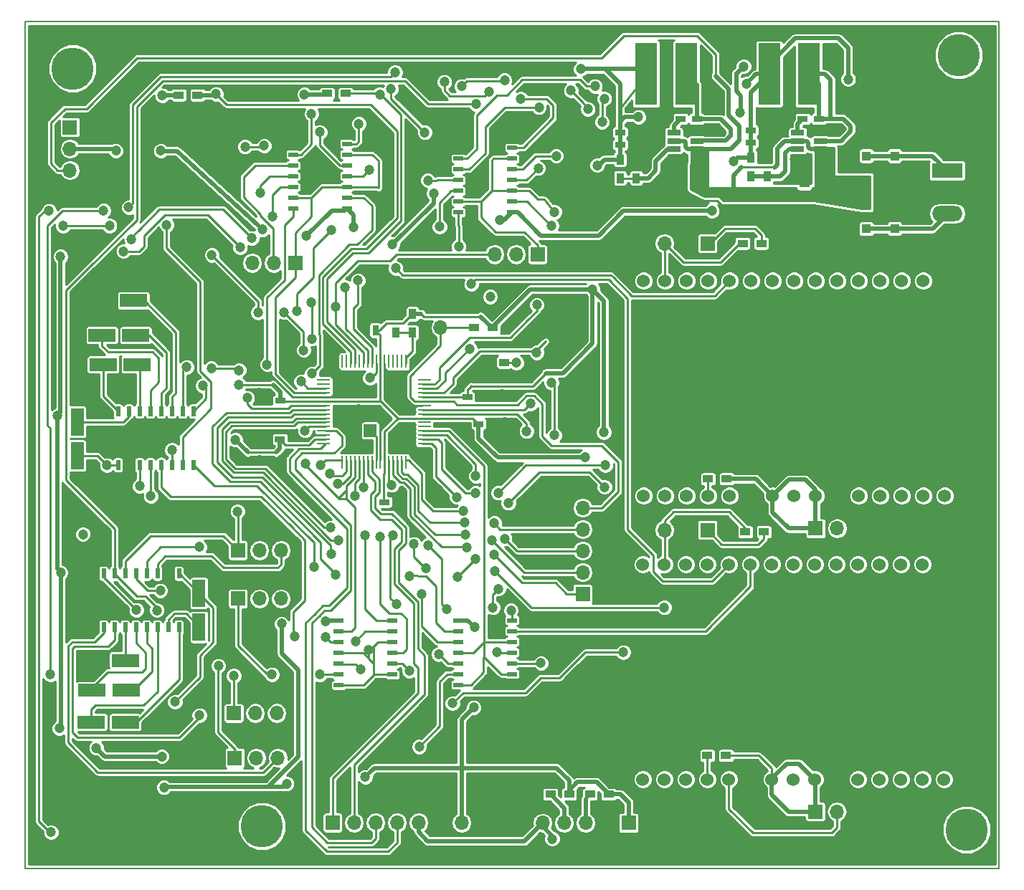
<source format=gbr>
G04 #@! TF.FileFunction,Copper,L2,Bot,Signal*
%FSLAX46Y46*%
G04 Gerber Fmt 4.6, Leading zero omitted, Abs format (unit mm)*
G04 Created by KiCad (PCBNEW 4.0.6) date 07/05/17 08:39:23*
%MOMM*%
%LPD*%
G01*
G04 APERTURE LIST*
%ADD10C,0.100000*%
%ADD11C,0.150000*%
%ADD12R,1.500000X0.250000*%
%ADD13R,0.250000X1.500000*%
%ADD14R,3.600000X1.800000*%
%ADD15O,3.600000X1.800000*%
%ADD16C,5.000000*%
%ADD17R,1.200000X0.750000*%
%ADD18R,0.750000X1.200000*%
%ADD19R,3.200000X1.500000*%
%ADD20R,1.500000X3.200000*%
%ADD21R,1.100000X1.100000*%
%ADD22R,1.700000X1.700000*%
%ADD23O,1.700000X1.700000*%
%ADD24R,2.600000X7.300000*%
%ADD25R,0.900000X1.200000*%
%ADD26R,1.200000X0.900000*%
%ADD27R,1.560000X0.650000*%
%ADD28R,1.143000X0.508000*%
%ADD29C,1.524000*%
%ADD30R,0.508000X1.143000*%
%ADD31C,1.200000*%
%ADD32C,0.254000*%
%ADD33C,0.500000*%
%ADD34C,0.250000*%
G04 APERTURE END LIST*
D10*
D11*
X66000000Y-35000000D02*
X66000000Y-135000000D01*
X66000000Y-135000000D02*
X181000000Y-135000000D01*
X181000000Y-35000000D02*
X181000000Y-135000000D01*
X66000000Y-35000000D02*
X181000000Y-35000000D01*
D12*
X101260000Y-84830000D03*
X101260000Y-84330000D03*
X101260000Y-83830000D03*
X101260000Y-83330000D03*
X101260000Y-82830000D03*
X101260000Y-82330000D03*
X101260000Y-81830000D03*
X101260000Y-81330000D03*
X101260000Y-80830000D03*
X101260000Y-80330000D03*
X101260000Y-79830000D03*
X101260000Y-79330000D03*
X101260000Y-78830000D03*
X101260000Y-78330000D03*
X101260000Y-77830000D03*
X101260000Y-77330000D03*
D13*
X103460000Y-75130000D03*
X103960000Y-75130000D03*
X104460000Y-75130000D03*
X104960000Y-75130000D03*
X105460000Y-75130000D03*
X105960000Y-75130000D03*
X106460000Y-75130000D03*
X106960000Y-75130000D03*
X107460000Y-75130000D03*
X107960000Y-75130000D03*
X108460000Y-75130000D03*
X108960000Y-75130000D03*
X109460000Y-75130000D03*
X109960000Y-75130000D03*
X110460000Y-75130000D03*
X110960000Y-75130000D03*
D12*
X113160000Y-77330000D03*
X113160000Y-77830000D03*
X113160000Y-78330000D03*
X113160000Y-78830000D03*
X113160000Y-79330000D03*
X113160000Y-79830000D03*
X113160000Y-80330000D03*
X113160000Y-80830000D03*
X113160000Y-81330000D03*
X113160000Y-81830000D03*
X113160000Y-82330000D03*
X113160000Y-82830000D03*
X113160000Y-83330000D03*
X113160000Y-83830000D03*
X113160000Y-84330000D03*
X113160000Y-84830000D03*
D13*
X110960000Y-87030000D03*
X110460000Y-87030000D03*
X109960000Y-87030000D03*
X109460000Y-87030000D03*
X108960000Y-87030000D03*
X108460000Y-87030000D03*
X107960000Y-87030000D03*
X107460000Y-87030000D03*
X106960000Y-87030000D03*
X106460000Y-87030000D03*
X105960000Y-87030000D03*
X105460000Y-87030000D03*
X104960000Y-87030000D03*
X104460000Y-87030000D03*
X103960000Y-87030000D03*
X103460000Y-87030000D03*
D10*
G36*
X106010000Y-84040000D02*
X106010000Y-82540000D01*
X107510000Y-82540000D01*
X107510000Y-84040000D01*
X106010000Y-84040000D01*
X106010000Y-84040000D01*
G37*
D14*
X174880000Y-52580000D03*
D15*
X174880000Y-57660000D03*
D16*
X71630000Y-40510000D03*
X93980000Y-130050000D03*
X177170000Y-130430000D03*
D17*
X143390000Y-52290000D03*
X145290000Y-52290000D03*
X158025000Y-52335000D03*
X159925000Y-52335000D03*
X145290000Y-54260000D03*
X143390000Y-54260000D03*
X159925000Y-54225000D03*
X158025000Y-54225000D03*
X145310000Y-46480000D03*
X143410000Y-46480000D03*
X159720000Y-46480000D03*
X157820000Y-46480000D03*
X136270000Y-49510000D03*
X138170000Y-49510000D03*
X151700000Y-49300000D03*
X153600000Y-49300000D03*
X136270000Y-48050000D03*
X138170000Y-48050000D03*
X151700000Y-47840000D03*
X153600000Y-47840000D03*
X96110000Y-79780000D03*
X94210000Y-79780000D03*
D18*
X107370000Y-71440000D03*
X107370000Y-69540000D03*
D17*
X118210000Y-79350000D03*
X120110000Y-79350000D03*
X119550000Y-82510000D03*
X121450000Y-82510000D03*
X108450000Y-91740000D03*
X110350000Y-91740000D03*
X96100000Y-84330000D03*
X94200000Y-84330000D03*
D19*
X75230000Y-75500000D03*
X79230000Y-75500000D03*
X75070000Y-72030000D03*
X79070000Y-72030000D03*
X74820000Y-67940000D03*
X78820000Y-67940000D03*
D20*
X72150000Y-82260000D03*
X72150000Y-86260000D03*
D19*
X77830000Y-117740000D03*
X73830000Y-117740000D03*
X77910000Y-113970000D03*
X73910000Y-113970000D03*
X73860000Y-110450000D03*
X77860000Y-110450000D03*
D20*
X86530000Y-106510000D03*
X86530000Y-102510000D03*
D21*
X165340000Y-53640000D03*
X165340000Y-50840000D03*
X168680000Y-59450000D03*
X168680000Y-56650000D03*
X168680000Y-50840000D03*
X168680000Y-53640000D03*
D22*
X71290000Y-47470000D03*
D23*
X71290000Y-50010000D03*
X71290000Y-52550000D03*
X71290000Y-55090000D03*
D22*
X115062000Y-68580000D03*
D23*
X115062000Y-71120000D03*
D22*
X131840000Y-102590000D03*
D23*
X131840000Y-100050000D03*
X131840000Y-97510000D03*
X131840000Y-94970000D03*
X131840000Y-92430000D03*
X131840000Y-89890000D03*
D22*
X102320000Y-129620000D03*
D23*
X104860000Y-129620000D03*
X107400000Y-129620000D03*
X109940000Y-129620000D03*
X112480000Y-129620000D03*
X115020000Y-129620000D03*
X117560000Y-129620000D03*
D22*
X137270000Y-129650000D03*
D23*
X134730000Y-129650000D03*
X132190000Y-129650000D03*
X129650000Y-129650000D03*
X127110000Y-129650000D03*
D22*
X126510000Y-62470000D03*
D23*
X123970000Y-62470000D03*
X121430000Y-62470000D03*
D22*
X97900000Y-63480000D03*
D23*
X95360000Y-63480000D03*
X92820000Y-63480000D03*
D22*
X146570000Y-95050000D03*
D23*
X144030000Y-95050000D03*
X141490000Y-95050000D03*
D22*
X159310000Y-128320000D03*
D23*
X161850000Y-128320000D03*
X164390000Y-128320000D03*
D22*
X146590000Y-61170000D03*
D23*
X144050000Y-61170000D03*
X141510000Y-61170000D03*
D22*
X159350000Y-94850000D03*
D23*
X161890000Y-94850000D03*
X164430000Y-94850000D03*
D22*
X90640000Y-116680000D03*
D23*
X93180000Y-116680000D03*
X95720000Y-116680000D03*
D22*
X90770000Y-121970000D03*
D23*
X93310000Y-121970000D03*
X95850000Y-121970000D03*
D22*
X91140000Y-97450000D03*
D23*
X93680000Y-97450000D03*
X96220000Y-97450000D03*
D22*
X91140000Y-103150000D03*
D23*
X93680000Y-103150000D03*
X96220000Y-103150000D03*
D24*
X144040000Y-41180000D03*
X139340000Y-41180000D03*
X158560000Y-41180000D03*
X153860000Y-41180000D03*
D25*
X136270000Y-51280000D03*
X136270000Y-53480000D03*
X138170000Y-53470000D03*
X138170000Y-51270000D03*
X151700000Y-51070000D03*
X151700000Y-53270000D03*
X153600000Y-53270000D03*
X153600000Y-51070000D03*
D26*
X121242000Y-71120000D03*
X119042000Y-71120000D03*
D25*
X111760000Y-71712000D03*
X111760000Y-69512000D03*
D26*
X130230000Y-126270000D03*
X128030000Y-126270000D03*
X134910000Y-126270000D03*
X132710000Y-126270000D03*
X146550000Y-121680000D03*
X148750000Y-121680000D03*
X151046000Y-95250000D03*
X153246000Y-95250000D03*
X146640000Y-89010000D03*
X148840000Y-89010000D03*
X150730000Y-61180000D03*
X152930000Y-61180000D03*
D27*
X145320000Y-48120000D03*
X145320000Y-49070000D03*
X145320000Y-50020000D03*
X142620000Y-50020000D03*
X142620000Y-48120000D03*
X142620000Y-49070000D03*
X159920000Y-48120000D03*
X159920000Y-49070000D03*
X159920000Y-50020000D03*
X157220000Y-50020000D03*
X157220000Y-48120000D03*
X157220000Y-49070000D03*
D28*
X117158000Y-57510000D03*
X117158000Y-56240000D03*
X117158000Y-54970000D03*
X117158000Y-53700000D03*
X117158000Y-52430000D03*
X117158000Y-51160000D03*
X117158000Y-49890000D03*
X123508000Y-49890000D03*
X123508000Y-51160000D03*
X123508000Y-53700000D03*
X123508000Y-54970000D03*
X123508000Y-56240000D03*
X123508000Y-57510000D03*
X123508000Y-52430000D03*
X97668000Y-57040000D03*
X97668000Y-55770000D03*
X97668000Y-54500000D03*
X97668000Y-53230000D03*
X97668000Y-51960000D03*
X97668000Y-50690000D03*
X97668000Y-49420000D03*
X104018000Y-49420000D03*
X104018000Y-50690000D03*
X104018000Y-53230000D03*
X104018000Y-54500000D03*
X104018000Y-55770000D03*
X104018000Y-57040000D03*
X104018000Y-51960000D03*
X123502000Y-105710000D03*
X123502000Y-106980000D03*
X123502000Y-108250000D03*
X123502000Y-109520000D03*
X123502000Y-110790000D03*
X123502000Y-112060000D03*
X123502000Y-113330000D03*
X117152000Y-113330000D03*
X117152000Y-112060000D03*
X117152000Y-109520000D03*
X117152000Y-108250000D03*
X117152000Y-106980000D03*
X117152000Y-105710000D03*
X117152000Y-110790000D03*
X109362000Y-105770000D03*
X109362000Y-107040000D03*
X109362000Y-108310000D03*
X109362000Y-109580000D03*
X109362000Y-110850000D03*
X109362000Y-112120000D03*
X109362000Y-113390000D03*
X103012000Y-113390000D03*
X103012000Y-112120000D03*
X103012000Y-109580000D03*
X103012000Y-108310000D03*
X103012000Y-107040000D03*
X103012000Y-105770000D03*
X103012000Y-110850000D03*
D29*
X138940000Y-99110000D03*
X141480000Y-99110000D03*
X144020000Y-99110000D03*
X146560000Y-99110000D03*
X149100000Y-99110000D03*
X151640000Y-99110000D03*
X154180000Y-99110000D03*
X156720000Y-99110000D03*
X159260000Y-99110000D03*
X161800000Y-99110000D03*
X164340000Y-99110000D03*
X166880000Y-99110000D03*
X169420000Y-99110000D03*
X171960000Y-99110000D03*
X174500000Y-99110000D03*
X174500000Y-124510000D03*
X171960000Y-124510000D03*
X169420000Y-124510000D03*
X166880000Y-124510000D03*
X164340000Y-124510000D03*
X161800000Y-124510000D03*
X159260000Y-124510000D03*
X156720000Y-124510000D03*
X154180000Y-124510000D03*
X151640000Y-124510000D03*
X149100000Y-124510000D03*
X146560000Y-124510000D03*
X144020000Y-124510000D03*
X141480000Y-124510000D03*
X138940000Y-124510000D03*
X139010000Y-65610000D03*
X141550000Y-65610000D03*
X144090000Y-65610000D03*
X146630000Y-65610000D03*
X149170000Y-65610000D03*
X151710000Y-65610000D03*
X154250000Y-65610000D03*
X156790000Y-65610000D03*
X159330000Y-65610000D03*
X161870000Y-65610000D03*
X164410000Y-65610000D03*
X166950000Y-65610000D03*
X169490000Y-65610000D03*
X172030000Y-65610000D03*
X174570000Y-65610000D03*
X174570000Y-91010000D03*
X172030000Y-91010000D03*
X169490000Y-91010000D03*
X166950000Y-91010000D03*
X164410000Y-91010000D03*
X161870000Y-91010000D03*
X159330000Y-91010000D03*
X156790000Y-91010000D03*
X154250000Y-91010000D03*
X151710000Y-91010000D03*
X149170000Y-91010000D03*
X146630000Y-91010000D03*
X144090000Y-91010000D03*
X141550000Y-91010000D03*
X139010000Y-91010000D03*
D30*
X84185000Y-100195000D03*
X81645000Y-100195000D03*
X80375000Y-100195000D03*
X79105000Y-100195000D03*
X77835000Y-100195000D03*
X76565000Y-100195000D03*
X75295000Y-100195000D03*
X75295000Y-106545000D03*
X76565000Y-106545000D03*
X77835000Y-106545000D03*
X79105000Y-106545000D03*
X80375000Y-106545000D03*
X81645000Y-106545000D03*
X82915000Y-106545000D03*
X84185000Y-106545000D03*
X82915000Y-100195000D03*
X76985000Y-87335000D03*
X79525000Y-87335000D03*
X80795000Y-87335000D03*
X82065000Y-87335000D03*
X83335000Y-87335000D03*
X84605000Y-87335000D03*
X85875000Y-87335000D03*
X85875000Y-80985000D03*
X84605000Y-80985000D03*
X83335000Y-80985000D03*
X82065000Y-80985000D03*
X80795000Y-80985000D03*
X79525000Y-80985000D03*
X78255000Y-80985000D03*
X76985000Y-80985000D03*
X78255000Y-87335000D03*
D21*
X165340000Y-56650000D03*
X165340000Y-59450000D03*
D25*
X109820000Y-69520000D03*
X109820000Y-71720000D03*
D16*
X176240000Y-38960000D03*
D26*
X86350000Y-43650000D03*
X84150000Y-43650000D03*
X101660000Y-43470000D03*
X103860000Y-43470000D03*
X122570000Y-75240000D03*
X120370000Y-75240000D03*
D31*
X120920000Y-67480000D03*
X72840000Y-95550000D03*
X91620000Y-69440000D03*
X90910000Y-67970000D03*
X79000000Y-84310000D03*
X81040000Y-84310000D03*
X77090000Y-78520000D03*
X91000000Y-86300000D03*
X114810000Y-61060000D03*
X122730000Y-47760000D03*
X107290000Y-49090000D03*
X102620000Y-48380000D03*
X156820000Y-51230000D03*
X100200000Y-51270000D03*
X96090000Y-49440000D03*
X166730000Y-43970000D03*
X168170000Y-45220000D03*
X170040000Y-46900000D03*
X173280000Y-44230000D03*
X171870000Y-42900000D03*
X170150000Y-41490000D03*
X168440000Y-40200000D03*
X143790000Y-81420000D03*
X141470000Y-74980000D03*
X123600000Y-84960000D03*
X118140000Y-87580000D03*
X116210000Y-86690000D03*
X114460000Y-90930000D03*
X110510000Y-90530000D03*
X112890000Y-86150000D03*
X110010000Y-84270000D03*
X105380000Y-80790000D03*
X88700000Y-45480000D03*
X112230000Y-40370000D03*
X112230000Y-37960000D03*
X148610000Y-40070000D03*
X146520000Y-40080000D03*
X163830000Y-45570000D03*
X147280000Y-47810000D03*
X161510000Y-47880000D03*
X140130000Y-48220000D03*
X141650000Y-52100000D03*
X114970000Y-63620000D03*
X126020000Y-81810000D03*
X125800000Y-76750000D03*
X121490000Y-76480000D03*
X68960000Y-54540000D03*
X75550000Y-53600000D03*
X147410000Y-42860000D03*
X91390000Y-37300000D03*
X93350000Y-92980000D03*
X127320000Y-114360000D03*
X131430000Y-112290000D03*
X96160000Y-86840000D03*
X93710000Y-86820000D03*
X84550000Y-60600000D03*
X86560000Y-60720000D03*
X85650000Y-59250000D03*
X85530000Y-62160000D03*
X105880000Y-70800000D03*
X122670000Y-82280000D03*
X122290000Y-78990000D03*
X92770000Y-84620000D03*
X93570000Y-78850000D03*
X75070000Y-129050000D03*
X77480000Y-129050000D03*
X77420000Y-127210000D03*
X75130000Y-127150000D03*
X76280000Y-92670000D03*
X78170000Y-92640000D03*
X78210000Y-94410000D03*
X72480000Y-75530000D03*
X72590000Y-77280000D03*
X72640000Y-78990000D03*
X138950000Y-109410000D03*
X140960000Y-109410000D03*
X143300000Y-109440000D03*
X143330000Y-111400000D03*
X141120000Y-111400000D03*
X138890000Y-111540000D03*
X96700000Y-74490000D03*
X93670000Y-76860000D03*
X96970000Y-76540000D03*
X90970000Y-73540000D03*
X105420000Y-78780000D03*
X109120000Y-77000000D03*
X110140000Y-80010000D03*
X107620000Y-66920000D03*
X109620000Y-66240000D03*
X116740000Y-48190000D03*
X114350000Y-50170000D03*
X115030000Y-66440000D03*
X72920000Y-111960000D03*
X77590000Y-65410000D03*
X75880000Y-65380000D03*
X154600000Y-46330000D03*
X166380000Y-70350000D03*
X163780000Y-70380000D03*
X168840000Y-70300000D03*
X148210000Y-37820000D03*
X150850000Y-40260000D03*
X150390000Y-45720000D03*
X138440000Y-46240000D03*
X131630000Y-40570000D03*
X98980000Y-43590000D03*
X69790000Y-81560000D03*
X70210000Y-100080000D03*
X70040000Y-118480000D03*
X70190000Y-62730000D03*
X132160000Y-86450000D03*
X134340000Y-83480000D03*
X132990000Y-66610000D03*
X133560000Y-51940000D03*
X90850000Y-84400000D03*
X91230000Y-77880000D03*
X106180000Y-124210000D03*
X96890000Y-125040000D03*
X119080000Y-106500000D03*
X118970000Y-116010000D03*
X101470000Y-105800000D03*
X74410000Y-120790000D03*
X82140000Y-121790000D03*
X82400000Y-125450000D03*
X96280000Y-106120000D03*
X82200000Y-43700000D03*
X122060000Y-58440000D03*
X114260000Y-55270000D03*
X104790000Y-59250000D03*
X109400000Y-61290000D03*
X99240000Y-60270000D03*
X82030000Y-50240000D03*
X76720000Y-50240000D03*
X94060000Y-59550000D03*
X128240000Y-131530000D03*
X147100000Y-57330000D03*
X149650000Y-51490000D03*
X83710000Y-115350000D03*
X75670000Y-87390000D03*
X151180000Y-42320000D03*
X163200000Y-41790000D03*
X125680000Y-80120000D03*
X125200000Y-83370000D03*
X126430000Y-68440000D03*
X118530000Y-73640000D03*
X124010000Y-75290000D03*
X126410000Y-74080000D03*
X106730000Y-77080000D03*
X121400000Y-97930000D03*
X118200000Y-97070000D03*
X121150000Y-96280000D03*
X117990000Y-95620000D03*
X122630000Y-96060000D03*
X117780000Y-92760000D03*
X121400000Y-94210000D03*
X117870000Y-94180000D03*
X119220000Y-88680000D03*
X128500000Y-57460000D03*
X126680000Y-45110000D03*
X102710000Y-68650000D03*
X109280000Y-89730000D03*
X92230000Y-79430000D03*
X117550000Y-42610000D03*
X122610000Y-41890000D03*
X88540000Y-43530000D03*
X126920000Y-110780000D03*
X133300000Y-42600000D03*
X69070000Y-130760000D03*
X70500000Y-59100000D03*
X68830000Y-57330000D03*
X77620000Y-62100000D03*
X75980000Y-59090000D03*
X103780000Y-66370000D03*
X91400000Y-61670000D03*
X86980000Y-77990000D03*
X85100000Y-75790000D03*
X107880000Y-43560000D03*
X111350000Y-111680000D03*
X134400000Y-44070000D03*
X134130000Y-46840000D03*
X115520000Y-42100000D03*
X120780000Y-43220000D03*
X130450000Y-43130000D03*
X132450000Y-45300000D03*
X99820000Y-45870000D03*
X69000000Y-112110000D03*
X75270000Y-57320000D03*
X78550000Y-60670000D03*
X92800000Y-60570000D03*
X105320000Y-65560000D03*
X80850000Y-91050000D03*
X79530000Y-89860000D03*
X124500000Y-44100000D03*
X119260000Y-44720000D03*
X81580000Y-104530000D03*
X90650000Y-112270000D03*
X86590000Y-116930000D03*
X112540000Y-120640000D03*
X88840000Y-111090000D03*
X79160000Y-104490000D03*
X91080000Y-92840000D03*
X105420000Y-47050000D03*
X100840000Y-112120000D03*
X95160000Y-112110000D03*
X81980000Y-102200000D03*
X86610000Y-97040000D03*
X99050000Y-83290000D03*
X102090000Y-94750000D03*
X117190000Y-61530000D03*
X123380000Y-104550000D03*
X113550000Y-53730000D03*
X121900000Y-101990000D03*
X121220000Y-104200000D03*
X103050000Y-96230000D03*
X121740000Y-109510000D03*
X102150000Y-97900000D03*
X128710000Y-50840000D03*
X114860000Y-109720000D03*
X128160000Y-59090000D03*
X128160000Y-77620000D03*
X128500000Y-83850000D03*
X102690000Y-100360000D03*
X111410000Y-100520000D03*
X98570000Y-77500000D03*
X106590000Y-109190000D03*
X134520000Y-87400000D03*
X119210000Y-90680000D03*
X121870000Y-90660000D03*
X134420000Y-89960000D03*
X123080000Y-91850000D03*
X116940000Y-91150000D03*
X99850000Y-76570000D03*
X99140000Y-87170000D03*
X109470000Y-95660000D03*
X100810000Y-48030000D03*
X94240000Y-49650000D03*
X91980000Y-49760000D03*
X88060000Y-62560000D03*
X93530000Y-69350000D03*
X96600000Y-69330000D03*
X98890000Y-73790000D03*
X109860000Y-103830000D03*
X105610000Y-111540000D03*
X102940000Y-89550000D03*
X93740000Y-55200000D03*
X99750000Y-68170000D03*
X99870000Y-72440000D03*
X107900000Y-95870000D03*
X101990000Y-88420000D03*
X94580000Y-75490000D03*
X106130000Y-95710000D03*
X100920000Y-87340000D03*
X114950000Y-59210000D03*
X118690000Y-65990000D03*
X113210000Y-48060000D03*
X109230000Y-42950000D03*
X109700000Y-40980000D03*
X78230000Y-56920000D03*
X82720000Y-58990000D03*
X126600000Y-52300000D03*
X95220000Y-57990000D03*
X109770000Y-64130000D03*
X106640000Y-52460000D03*
X102130000Y-59640000D03*
X98060000Y-69190000D03*
X91250000Y-76160000D03*
X87990000Y-75910000D03*
X83350000Y-85590000D03*
X100120000Y-99410000D03*
X112850000Y-102640000D03*
X105030000Y-108180000D03*
X101450000Y-107700000D03*
X97870000Y-107600000D03*
X141470000Y-104200000D03*
X119190000Y-98470000D03*
X121480000Y-99900000D03*
X113370000Y-99530000D03*
X117090000Y-100590000D03*
X111910000Y-96700000D03*
X105980000Y-89960000D03*
X136630000Y-109480000D03*
X116470000Y-115520000D03*
X115820000Y-104420000D03*
X113580000Y-96830000D03*
X104950000Y-91050000D03*
D32*
X90910000Y-67970000D02*
X91620000Y-68680000D01*
X91620000Y-68680000D02*
X91620000Y-69440000D01*
X89680000Y-66740000D02*
X89630000Y-66690000D01*
X89630000Y-66690000D02*
X89630000Y-66260000D01*
X90910000Y-67970000D02*
X89680000Y-66740000D01*
X89680000Y-66740000D02*
X89600000Y-66740000D01*
X90970000Y-73540000D02*
X90910000Y-73480000D01*
X90910000Y-73480000D02*
X90910000Y-67970000D01*
D33*
X78255000Y-87335000D02*
X78250000Y-87330000D01*
X78250000Y-87330000D02*
X78250000Y-85060000D01*
X78250000Y-85060000D02*
X79000000Y-84310000D01*
X114810000Y-61060000D02*
X114810000Y-61100000D01*
X122730000Y-47760000D02*
X122680000Y-47760000D01*
X122680000Y-47760000D02*
X122650000Y-47730000D01*
X107290000Y-49090000D02*
X107310000Y-49090000D01*
X107310000Y-49090000D02*
X107330000Y-49070000D01*
D32*
X158025000Y-52335000D02*
X158025000Y-54225000D01*
X158025000Y-52335000D02*
X156920000Y-51230000D01*
X156920000Y-51230000D02*
X156820000Y-51230000D01*
X97668000Y-49420000D02*
X97648000Y-49440000D01*
X97648000Y-49440000D02*
X96090000Y-49440000D01*
X170040000Y-46900000D02*
X170610000Y-46900000D01*
X170610000Y-46900000D02*
X173280000Y-44230000D01*
X141470000Y-74980000D02*
X143790000Y-77300000D01*
X143790000Y-77300000D02*
X143790000Y-81420000D01*
X125440000Y-84860000D02*
X125340000Y-84960000D01*
X125340000Y-84960000D02*
X123600000Y-84960000D01*
X126020000Y-81810000D02*
X126210000Y-82000000D01*
X126210000Y-82000000D02*
X126210000Y-84090000D01*
X126210000Y-84090000D02*
X125440000Y-84860000D01*
X116210000Y-86690000D02*
X117100000Y-87580000D01*
X117100000Y-87580000D02*
X118140000Y-87580000D01*
X113360000Y-90090000D02*
X114200000Y-90930000D01*
X114200000Y-90930000D02*
X114460000Y-90930000D01*
X113360000Y-90090000D02*
X114200000Y-90930000D01*
X114200000Y-90930000D02*
X114460000Y-90930000D01*
X112890000Y-86150000D02*
X112820000Y-86080000D01*
X112820000Y-86080000D02*
X111820000Y-86080000D01*
X112890000Y-86150000D02*
X113360000Y-86620000D01*
X110510000Y-91580000D02*
X110510000Y-90530000D01*
X113360000Y-86620000D02*
X113360000Y-88810000D01*
X113360000Y-88810000D02*
X113360000Y-90090000D01*
X112700000Y-86080000D02*
X112820000Y-86080000D01*
X111820000Y-86080000D02*
X112700000Y-86080000D01*
X110010000Y-84270000D02*
X111820000Y-86080000D01*
X113360000Y-90090000D02*
X113380000Y-90110000D01*
X90950000Y-71100000D02*
X90910000Y-71060000D01*
X90910000Y-71060000D02*
X90910000Y-67540000D01*
X90910000Y-67540000D02*
X89630000Y-66260000D01*
X89630000Y-66260000D02*
X85530000Y-62160000D01*
X107180000Y-81270000D02*
X106700000Y-80790000D01*
X106700000Y-80790000D02*
X105380000Y-80790000D01*
X107960000Y-86780000D02*
X107960000Y-82160000D01*
X107960000Y-82160000D02*
X107960000Y-82120000D01*
X107960000Y-82120000D02*
X107960000Y-82050000D01*
X107960000Y-82050000D02*
X107180000Y-81270000D01*
X97680000Y-96280000D02*
X97760000Y-96360000D01*
X97760000Y-96360000D02*
X97760000Y-99550000D01*
X97760000Y-99550000D02*
X96860000Y-100450000D01*
X93350000Y-92980000D02*
X94110000Y-93740000D01*
X94110000Y-93740000D02*
X95340000Y-93740000D01*
X95340000Y-93740000D02*
X95340000Y-93940000D01*
X95340000Y-93940000D02*
X97680000Y-96280000D01*
X88850000Y-100330000D02*
X88970000Y-100450000D01*
X88970000Y-100450000D02*
X96860000Y-100450000D01*
X83300000Y-98960000D02*
X87090000Y-98960000D01*
X87090000Y-98960000D02*
X87250000Y-98960000D01*
X87250000Y-98960000D02*
X87480000Y-98960000D01*
X87480000Y-98960000D02*
X88850000Y-100330000D01*
X82915000Y-100195000D02*
X82910000Y-100190000D01*
X82910000Y-100190000D02*
X82910000Y-99340000D01*
X82910000Y-99340000D02*
X82920000Y-99340000D01*
X82920000Y-99340000D02*
X83300000Y-98960000D01*
X97668000Y-49420000D02*
X93728000Y-45480000D01*
X93728000Y-45480000D02*
X88700000Y-45480000D01*
X91390000Y-37300000D02*
X92000000Y-36690000D01*
D33*
X92000000Y-36690000D02*
X110960000Y-36690000D01*
D32*
X110960000Y-36690000D02*
X112230000Y-37960000D01*
X136090000Y-35810000D02*
X136110000Y-35790000D01*
X136110000Y-35790000D02*
X146180000Y-35790000D01*
X146180000Y-35790000D02*
X148210000Y-37820000D01*
X112230000Y-37960000D02*
X113460000Y-36730000D01*
X113460000Y-36730000D02*
X135020000Y-36730000D01*
X135020000Y-36730000D02*
X135170000Y-36730000D01*
X135170000Y-36730000D02*
X136090000Y-35810000D01*
X148610000Y-40070000D02*
X148610000Y-38220000D01*
X148610000Y-38220000D02*
X148210000Y-37820000D01*
X147410000Y-42860000D02*
X146520000Y-41970000D01*
X146520000Y-41970000D02*
X146520000Y-40080000D01*
X148210000Y-37820000D02*
X150180000Y-35850000D01*
X150180000Y-35850000D02*
X164170000Y-35850000D01*
X164170000Y-35850000D02*
X164170000Y-36870000D01*
X164170000Y-36870000D02*
X164170000Y-45220000D01*
X164170000Y-45220000D02*
X163830000Y-45570000D01*
X145320000Y-48120000D02*
X145630000Y-47810000D01*
X145630000Y-47810000D02*
X147280000Y-47810000D01*
X159920000Y-48120000D02*
X160180000Y-47860000D01*
X160180000Y-47860000D02*
X161550000Y-47860000D01*
X161550000Y-47860000D02*
X161530000Y-47860000D01*
X161530000Y-47860000D02*
X161510000Y-47880000D01*
X141650000Y-52100000D02*
X141840000Y-52290000D01*
X141840000Y-52290000D02*
X143390000Y-52290000D01*
X138170000Y-48050000D02*
X138340000Y-48220000D01*
X138340000Y-48220000D02*
X140130000Y-48220000D01*
X138170000Y-49510000D02*
X138170000Y-51270000D01*
X138170000Y-48050000D02*
X138170000Y-49510000D01*
X145040000Y-59150000D02*
X144050000Y-60140000D01*
X144050000Y-60140000D02*
X144050000Y-61170000D01*
X147130000Y-58900000D02*
X146880000Y-59150000D01*
X146880000Y-59150000D02*
X145040000Y-59150000D01*
X148810000Y-58230000D02*
X148140000Y-58900000D01*
X148140000Y-58900000D02*
X147130000Y-58900000D01*
X148810000Y-57220000D02*
X148810000Y-58230000D01*
X147690000Y-56100000D02*
X148810000Y-57220000D01*
X143890000Y-56020000D02*
X143970000Y-56100000D01*
X143970000Y-56100000D02*
X147690000Y-56100000D01*
X143390000Y-54260000D02*
X143420000Y-54290000D01*
X143420000Y-54290000D02*
X143420000Y-55550000D01*
X143420000Y-55550000D02*
X143890000Y-56020000D01*
X143390000Y-52290000D02*
X143390000Y-54260000D01*
X144050000Y-61170000D02*
X141940000Y-59060000D01*
X141940000Y-59060000D02*
X141410000Y-59060000D01*
X139380000Y-59890000D02*
X140210000Y-59060000D01*
X140210000Y-59060000D02*
X141410000Y-59060000D01*
X135030000Y-64240000D02*
X139380000Y-59890000D01*
X120640000Y-64260000D02*
X120660000Y-64240000D01*
X120660000Y-64240000D02*
X135030000Y-64240000D01*
X114970000Y-63620000D02*
X120000000Y-63620000D01*
X120000000Y-63620000D02*
X120640000Y-64260000D01*
X107620000Y-66920000D02*
X108300000Y-66240000D01*
X108300000Y-66240000D02*
X109620000Y-66240000D01*
X115030000Y-66440000D02*
X114830000Y-66240000D01*
X114830000Y-66240000D02*
X109620000Y-66240000D01*
X121490000Y-76480000D02*
X121540000Y-76530000D01*
X121540000Y-76530000D02*
X125600000Y-76530000D01*
X125600000Y-76530000D02*
X125600000Y-76550000D01*
X125600000Y-76550000D02*
X125800000Y-76750000D01*
X110350000Y-91740000D02*
X110510000Y-91580000D01*
X120370000Y-75240000D02*
X121490000Y-76360000D01*
X121490000Y-76360000D02*
X121490000Y-76480000D01*
X71290000Y-55090000D02*
X71310000Y-55070000D01*
X71310000Y-55070000D02*
X74080000Y-55070000D01*
X74080000Y-55070000D02*
X75550000Y-53600000D01*
X72480000Y-75530000D02*
X72580000Y-75430000D01*
X72580000Y-75430000D02*
X72580000Y-70180000D01*
X72580000Y-70180000D02*
X74820000Y-67940000D01*
X131430000Y-112290000D02*
X129360000Y-114360000D01*
X129360000Y-114360000D02*
X127320000Y-114360000D01*
X138890000Y-111540000D02*
X138140000Y-112290000D01*
X138140000Y-112290000D02*
X131430000Y-112290000D01*
X93710000Y-86820000D02*
X93730000Y-86840000D01*
X93730000Y-86840000D02*
X96160000Y-86840000D01*
X121450000Y-82510000D02*
X121680000Y-82280000D01*
X121680000Y-82280000D02*
X122670000Y-82280000D01*
X120110000Y-79350000D02*
X120470000Y-78990000D01*
X120470000Y-78990000D02*
X122290000Y-78990000D01*
X107370000Y-69540000D02*
X106110000Y-70800000D01*
X106110000Y-70800000D02*
X105880000Y-70800000D01*
X97400000Y-83470000D02*
X97270000Y-83340000D01*
X97270000Y-83340000D02*
X95190000Y-83340000D01*
X95190000Y-83340000D02*
X94200000Y-84330000D01*
X94200000Y-84320000D02*
X94200000Y-84330000D01*
X99740000Y-84140000D02*
X99640000Y-84240000D01*
X99640000Y-84240000D02*
X98150000Y-84240000D01*
X98150000Y-84240000D02*
X98130000Y-84240000D01*
X98130000Y-84240000D02*
X98130000Y-84200000D01*
X98130000Y-84200000D02*
X97400000Y-83470000D01*
X101510000Y-83830000D02*
X101500000Y-83840000D01*
X101500000Y-83840000D02*
X100040000Y-83840000D01*
X100040000Y-83840000D02*
X99740000Y-84140000D01*
X94200000Y-84330000D02*
X93910000Y-84620000D01*
X93910000Y-84620000D02*
X92770000Y-84620000D01*
X94210000Y-79780000D02*
X93570000Y-79140000D01*
X93570000Y-79140000D02*
X93570000Y-78850000D01*
X96710000Y-74190000D02*
X96710000Y-76280000D01*
X96710000Y-76280000D02*
X96970000Y-76540000D01*
X92980000Y-71200000D02*
X92980000Y-72850000D01*
X92980000Y-72850000D02*
X91660000Y-72850000D01*
X91660000Y-72850000D02*
X90970000Y-73540000D01*
X92980000Y-71200000D02*
X92880000Y-71100000D01*
X92880000Y-71100000D02*
X90950000Y-71100000D01*
X95050000Y-76810000D02*
X94770000Y-76530000D01*
X97600000Y-79360000D02*
X95050000Y-76810000D01*
X101480000Y-79360000D02*
X97600000Y-79360000D01*
X93960000Y-76530000D02*
X90970000Y-73540000D01*
X94770000Y-76530000D02*
X93960000Y-76530000D01*
X101510000Y-79330000D02*
X101480000Y-79360000D01*
X101510000Y-79330000D02*
X103940000Y-79330000D01*
X103940000Y-79330000D02*
X104870000Y-79330000D01*
X104870000Y-79330000D02*
X105420000Y-78780000D01*
X108460000Y-75380000D02*
X108450000Y-75390000D01*
X108450000Y-75390000D02*
X108450000Y-76330000D01*
X108450000Y-76330000D02*
X109120000Y-77000000D01*
X112910000Y-80330000D02*
X110450000Y-80330000D01*
X110450000Y-80330000D02*
X110450000Y-80320000D01*
X110450000Y-80320000D02*
X110140000Y-80010000D01*
X107370000Y-69540000D02*
X107620000Y-69290000D01*
X107620000Y-69290000D02*
X107620000Y-66920000D01*
X109820000Y-69520000D02*
X109620000Y-69320000D01*
X109620000Y-69320000D02*
X109620000Y-66240000D01*
X117158000Y-49890000D02*
X116740000Y-49472000D01*
X116740000Y-49472000D02*
X116740000Y-48190000D01*
X117158000Y-49890000D02*
X117138000Y-49870000D01*
X117138000Y-49870000D02*
X114650000Y-49870000D01*
X114650000Y-49870000D02*
X114350000Y-50170000D01*
X115062000Y-68580000D02*
X115030000Y-68548000D01*
X115030000Y-68548000D02*
X115030000Y-66440000D01*
X73860000Y-110450000D02*
X72920000Y-111390000D01*
X72920000Y-111390000D02*
X72920000Y-111960000D01*
X75880000Y-65380000D02*
X75910000Y-65410000D01*
X75910000Y-65410000D02*
X77590000Y-65410000D01*
X74820000Y-67940000D02*
X74830000Y-67930000D01*
X74830000Y-67930000D02*
X74830000Y-66430000D01*
X74830000Y-66430000D02*
X75880000Y-65380000D01*
X153600000Y-47840000D02*
X154600000Y-46840000D01*
X154600000Y-46840000D02*
X154600000Y-46330000D01*
D34*
X153600000Y-49300000D02*
X153600000Y-51070000D01*
X153600000Y-47840000D02*
X153600000Y-49300000D01*
X168710000Y-56370000D02*
X168700000Y-56380000D01*
D33*
X149310000Y-47630000D02*
X148160000Y-46480000D01*
X148160000Y-46480000D02*
X145310000Y-46480000D01*
X149260000Y-48550000D02*
X149310000Y-48500000D01*
X149310000Y-48500000D02*
X149310000Y-47630000D01*
X145320000Y-49070000D02*
X145350000Y-49040000D01*
X145350000Y-49040000D02*
X148770000Y-49040000D01*
X148770000Y-49040000D02*
X149260000Y-48550000D01*
X145310000Y-46480000D02*
X145310000Y-42450000D01*
D32*
X145310000Y-42450000D02*
X144040000Y-41180000D01*
D33*
X142620000Y-48120000D02*
X142620000Y-47270000D01*
X142620000Y-47270000D02*
X143410000Y-46480000D01*
X162330000Y-49070000D02*
X163480000Y-47920000D01*
X163480000Y-47920000D02*
X163480000Y-47340000D01*
X159720000Y-46480000D02*
X159730000Y-46470000D01*
X159730000Y-46470000D02*
X159730000Y-45280000D01*
X159730000Y-45280000D02*
X159730000Y-42350000D01*
X159730000Y-42350000D02*
X158560000Y-41180000D01*
X162330000Y-49070000D02*
X159920000Y-49070000D01*
X159720000Y-46480000D02*
X159730000Y-46470000D01*
X159730000Y-46470000D02*
X162610000Y-46470000D01*
X162610000Y-46470000D02*
X163480000Y-47340000D01*
X159920000Y-49070000D02*
X159980000Y-49010000D01*
D34*
X161120000Y-46480000D02*
X161120000Y-46130000D01*
D33*
X161120000Y-46130000D02*
X161120000Y-41850000D01*
X161120000Y-41850000D02*
X160450000Y-41180000D01*
X158560000Y-41180000D02*
X160450000Y-41180000D01*
X161120000Y-46480000D02*
X159720000Y-46480000D01*
X157220000Y-48120000D02*
X157220000Y-47080000D01*
X157220000Y-47080000D02*
X157820000Y-46480000D01*
D34*
X157220000Y-48120000D02*
X157220000Y-48100000D01*
D32*
X108450000Y-91740000D02*
X108320000Y-91610000D01*
X108320000Y-91610000D02*
X108320000Y-88480000D01*
X108320000Y-88480000D02*
X108460000Y-88340000D01*
D33*
X150850000Y-40260000D02*
X149990000Y-41120000D01*
X138440000Y-46240000D02*
X136830000Y-46240000D01*
X136830000Y-46240000D02*
X136270000Y-46800000D01*
X150540000Y-43750000D02*
X150160000Y-43370000D01*
X150540000Y-45570000D02*
X150540000Y-43750000D01*
X150390000Y-45720000D02*
X150540000Y-45570000D01*
X149990000Y-43200000D02*
X149990000Y-41030000D01*
X150160000Y-43370000D02*
X149990000Y-43200000D01*
X150070000Y-41030000D02*
X149990000Y-41030000D01*
X149990000Y-41110000D02*
X150070000Y-41030000D01*
X149990000Y-41120000D02*
X149990000Y-41110000D01*
X122980000Y-86450000D02*
X121790000Y-86450000D01*
X119550000Y-84210000D02*
X121730000Y-86390000D01*
X119550000Y-84140000D02*
X119550000Y-84210000D01*
X119550000Y-83910000D02*
X119550000Y-84140000D01*
D32*
X119550000Y-83870000D02*
X119550000Y-83910000D01*
D33*
X119550000Y-82510000D02*
X119550000Y-83870000D01*
X122980000Y-86450000D02*
X124100000Y-86450000D01*
D32*
X121730000Y-86490000D02*
X121730000Y-86390000D01*
X121770000Y-86450000D02*
X121730000Y-86490000D01*
X121790000Y-86450000D02*
X121770000Y-86450000D01*
X139340000Y-41180000D02*
X138730000Y-40570000D01*
D33*
X138730000Y-40570000D02*
X134530000Y-40570000D01*
D32*
X136270000Y-46800000D02*
X136260000Y-46790000D01*
D33*
X136260000Y-46790000D02*
X136260000Y-42300000D01*
X136260000Y-42300000D02*
X134530000Y-40570000D01*
D32*
X118710000Y-78020000D02*
X118720000Y-78030000D01*
X118720000Y-78030000D02*
X125980000Y-78030000D01*
X125980000Y-78030000D02*
X127510000Y-76500000D01*
X118210000Y-79350000D02*
X118210000Y-78500000D01*
X118210000Y-78500000D02*
X118210000Y-78490000D01*
X118210000Y-78490000D02*
X118240000Y-78490000D01*
X118240000Y-78490000D02*
X118710000Y-78020000D01*
X118710000Y-78020000D02*
X118710000Y-78000000D01*
X139340000Y-41180000D02*
X138730000Y-40570000D01*
D33*
X134530000Y-40570000D02*
X131630000Y-40570000D01*
X136270000Y-46800000D02*
X136270000Y-48050000D01*
D32*
X101660000Y-43470000D02*
X101540000Y-43590000D01*
D33*
X101540000Y-43590000D02*
X98980000Y-43590000D01*
D32*
X99530000Y-85005998D02*
X99514002Y-84990000D01*
X99514002Y-84990000D02*
X96760000Y-84990000D01*
X96760000Y-84990000D02*
X96100000Y-84330000D01*
X101510000Y-84330000D02*
X100450000Y-84330000D01*
X100450000Y-84330000D02*
X100360000Y-84330000D01*
X100360000Y-84330000D02*
X100205998Y-84330000D01*
X100205998Y-84330000D02*
X99530000Y-85005998D01*
X101510000Y-84330000D02*
X101500000Y-84320000D01*
X69790000Y-81560000D02*
X70190000Y-81160000D01*
D33*
X70190000Y-81160000D02*
X70190000Y-64270000D01*
D32*
X70210000Y-100080000D02*
X69790000Y-99660000D01*
D33*
X69790000Y-99660000D02*
X69790000Y-81560000D01*
D32*
X70040000Y-118480000D02*
X70210000Y-118310000D01*
D33*
X70210000Y-118310000D02*
X70210000Y-100080000D01*
X70190000Y-64270000D02*
X70190000Y-62730000D01*
D32*
X101510000Y-79830000D02*
X107890000Y-79830000D01*
X107890000Y-79830000D02*
X107960000Y-79760000D01*
X107960000Y-75380000D02*
X107960000Y-79760000D01*
X107960000Y-79760000D02*
X107960000Y-79780000D01*
X107960000Y-79780000D02*
X110010000Y-81830000D01*
X108460000Y-86780000D02*
X108460000Y-85910000D01*
X108460000Y-85910000D02*
X108460000Y-83380000D01*
X108460000Y-83380000D02*
X110010000Y-81830000D01*
X110010000Y-81830000D02*
X112910000Y-81830000D01*
D33*
X134340000Y-83480000D02*
X134340000Y-67960000D01*
X134340000Y-67960000D02*
X132990000Y-66610000D01*
D32*
X119550000Y-82510000D02*
X119750000Y-82510000D01*
D33*
X124100000Y-86450000D02*
X132160000Y-86450000D01*
D32*
X118210000Y-79350000D02*
X118210000Y-78500000D01*
X118210000Y-78500000D02*
X118710000Y-78000000D01*
D33*
X127510000Y-76500000D02*
X129510000Y-76500000D01*
X129510000Y-76500000D02*
X132990000Y-73020000D01*
X132990000Y-73020000D02*
X132990000Y-66610000D01*
X136270000Y-51280000D02*
X136270000Y-49510000D01*
D32*
X133560000Y-51940000D02*
X133740000Y-51940000D01*
D33*
X133740000Y-51940000D02*
X134400000Y-51280000D01*
X134400000Y-51280000D02*
X136270000Y-51280000D01*
D32*
X121242000Y-71120000D02*
X121242000Y-71018000D01*
D33*
X121242000Y-71018000D02*
X125650000Y-66610000D01*
X125650000Y-66610000D02*
X132990000Y-66610000D01*
D32*
X107370000Y-71440000D02*
X107840000Y-71440000D01*
X107840000Y-71440000D02*
X108670000Y-70610000D01*
X108670000Y-70610000D02*
X110662000Y-70610000D01*
X110662000Y-70610000D02*
X111760000Y-69512000D01*
D33*
X96100000Y-84330000D02*
X96100000Y-85410000D01*
X96100000Y-85410000D02*
X95650000Y-85860000D01*
D32*
X95650000Y-85860000D02*
X92310000Y-85860000D01*
D33*
X92310000Y-85860000D02*
X90850000Y-84400000D01*
D32*
X91230000Y-77880000D02*
X95270000Y-77880000D01*
D33*
X95270000Y-77880000D02*
X96110000Y-78720000D01*
X96110000Y-78720000D02*
X96110000Y-79780000D01*
X137270000Y-129650000D02*
X137270000Y-127230000D01*
X137270000Y-127230000D02*
X136310000Y-126270000D01*
X136310000Y-126270000D02*
X134910000Y-126270000D01*
X117580000Y-123150000D02*
X107240000Y-123150000D01*
X107240000Y-123150000D02*
X106180000Y-124210000D01*
D32*
X96890000Y-125040000D02*
X96540000Y-125390000D01*
D33*
X96540000Y-125390000D02*
X94700000Y-125390000D01*
X130230000Y-126270000D02*
X130230000Y-124650000D01*
X130230000Y-124650000D02*
X128730000Y-123150000D01*
X128730000Y-123150000D02*
X117580000Y-123150000D01*
D32*
X117580000Y-123150000D02*
X117560000Y-123150000D01*
D33*
X117152000Y-105710000D02*
X118290000Y-105710000D01*
X118290000Y-105710000D02*
X119080000Y-106500000D01*
X118970000Y-116010000D02*
X117560000Y-117420000D01*
X117560000Y-117420000D02*
X117560000Y-123150000D01*
X117560000Y-123150000D02*
X117560000Y-129620000D01*
X101500000Y-105770000D02*
X103012000Y-105770000D01*
D32*
X101470000Y-105800000D02*
X101500000Y-105770000D01*
D33*
X74410000Y-120790000D02*
X75410000Y-121790000D01*
X75410000Y-121790000D02*
X82140000Y-121790000D01*
D32*
X82400000Y-125450000D02*
X82460000Y-125390000D01*
D33*
X82460000Y-125390000D02*
X94700000Y-125390000D01*
X94700000Y-125390000D02*
X98240000Y-121850000D01*
X98240000Y-121850000D02*
X98240000Y-111600000D01*
X98240000Y-111600000D02*
X96280000Y-109640000D01*
X96280000Y-109640000D02*
X96280000Y-106120000D01*
D32*
X82200000Y-43700000D02*
X82250000Y-43650000D01*
D33*
X82250000Y-43650000D02*
X84150000Y-43650000D01*
D32*
X130230000Y-126270000D02*
X130230000Y-125790000D01*
D33*
X130230000Y-125790000D02*
X131210000Y-124810000D01*
X131210000Y-124810000D02*
X133450000Y-124810000D01*
X133450000Y-124810000D02*
X134910000Y-126270000D01*
D32*
X118170000Y-81830000D02*
X118870000Y-81830000D01*
X118870000Y-81830000D02*
X119550000Y-82510000D01*
X118210000Y-79350000D02*
X112930000Y-79350000D01*
X112930000Y-79350000D02*
X112910000Y-79330000D01*
X112910000Y-81830000D02*
X118170000Y-81830000D01*
X118190000Y-79330000D02*
X118210000Y-79350000D01*
X108460000Y-86780000D02*
X108460000Y-88340000D01*
X101510000Y-79830000D02*
X96160000Y-79830000D01*
X96160000Y-79830000D02*
X96110000Y-79780000D01*
X121242000Y-71120000D02*
X121090000Y-71120000D01*
D33*
X121090000Y-71120000D02*
X119780000Y-69810000D01*
D32*
X119780000Y-69810000D02*
X113080000Y-69810000D01*
X113080000Y-69810000D02*
X112782000Y-69512000D01*
D33*
X112782000Y-69512000D02*
X111760000Y-69512000D01*
D32*
X107960000Y-75380000D02*
X107960000Y-72030000D01*
X107960000Y-72030000D02*
X107370000Y-71440000D01*
X139340000Y-41180000D02*
X139340000Y-41320000D01*
X139340000Y-41320000D02*
X136260000Y-45190000D01*
X136260000Y-45190000D02*
X136270000Y-48050000D01*
D33*
X136270000Y-48050000D02*
X136270000Y-49510000D01*
D32*
X136270000Y-49510000D02*
X136270000Y-51280000D01*
D33*
X162210000Y-37100000D02*
X162060000Y-36950000D01*
X162060000Y-36950000D02*
X156920000Y-36950000D01*
X156920000Y-36950000D02*
X156770000Y-37100000D01*
D32*
X86530000Y-102510000D02*
X88230000Y-104210000D01*
X88230000Y-104210000D02*
X88230000Y-108290000D01*
D33*
X123508000Y-57510000D02*
X122578000Y-58440000D01*
D32*
X122578000Y-58440000D02*
X122060000Y-58440000D01*
D33*
X109400000Y-61290000D02*
X114260000Y-56430000D01*
X114260000Y-56430000D02*
X114260000Y-55270000D01*
X104018000Y-57040000D02*
X104790000Y-57812000D01*
X104790000Y-57812000D02*
X104790000Y-59250000D01*
X151700000Y-51070000D02*
X151700000Y-49300000D01*
X151700000Y-49300000D02*
X151700000Y-47840000D01*
X151700000Y-47840000D02*
X151700000Y-43340000D01*
X151700000Y-43340000D02*
X153860000Y-41180000D01*
X102230000Y-57280000D02*
X103778000Y-57280000D01*
X99240000Y-60270000D02*
X102230000Y-57280000D01*
D32*
X76490000Y-50010000D02*
X76720000Y-50240000D01*
D33*
X71290000Y-50010000D02*
X76490000Y-50010000D01*
X83990000Y-50260000D02*
X94060000Y-59550000D01*
X82050000Y-50260000D02*
X83990000Y-50260000D01*
D32*
X82030000Y-50240000D02*
X82050000Y-50260000D01*
X127110000Y-129650000D02*
X127110000Y-130080000D01*
D33*
X127110000Y-130080000D02*
X128240000Y-131210000D01*
D32*
X128240000Y-131210000D02*
X128240000Y-131530000D01*
D33*
X112480000Y-129620000D02*
X112480000Y-130730000D01*
X112480000Y-130730000D02*
X113540000Y-131790000D01*
X113540000Y-131790000D02*
X124970000Y-131790000D01*
X124970000Y-131790000D02*
X127110000Y-129650000D01*
D32*
X103778000Y-57280000D02*
X104018000Y-57040000D01*
X123508000Y-57510000D02*
X124150000Y-57510000D01*
D33*
X124150000Y-57510000D02*
X126880000Y-60240000D01*
X126880000Y-60240000D02*
X133720000Y-60240000D01*
X133720000Y-60240000D02*
X136630000Y-57330000D01*
X136630000Y-57330000D02*
X147100000Y-57330000D01*
D32*
X149650000Y-51490000D02*
X150070000Y-51070000D01*
D33*
X150070000Y-51070000D02*
X151700000Y-51070000D01*
D32*
X88230000Y-108290000D02*
X86640000Y-109880000D01*
X86640000Y-109880000D02*
X86640000Y-112420000D01*
X86640000Y-112420000D02*
X83710000Y-115350000D01*
X84185000Y-100195000D02*
X84215000Y-100195000D01*
X84215000Y-100195000D02*
X86530000Y-102510000D01*
X72150000Y-86260000D02*
X74540000Y-86260000D01*
X74540000Y-86260000D02*
X75670000Y-87390000D01*
X75670000Y-87390000D02*
X75725000Y-87335000D01*
X75725000Y-87335000D02*
X76985000Y-87335000D01*
D33*
X151180000Y-42320000D02*
X152320000Y-41180000D01*
X152320000Y-41180000D02*
X153860000Y-41180000D01*
D32*
X153860000Y-41180000D02*
X153860000Y-40010000D01*
D33*
X153860000Y-40010000D02*
X156770000Y-37100000D01*
X162210000Y-37100000D02*
X163200000Y-38090000D01*
X163200000Y-38090000D02*
X163200000Y-41790000D01*
X159350000Y-94850000D02*
X156150000Y-94850000D01*
X156150000Y-94850000D02*
X154250000Y-92950000D01*
X154250000Y-92950000D02*
X154250000Y-91010000D01*
D32*
X148750000Y-121680000D02*
X152640000Y-121680000D01*
X152640000Y-121680000D02*
X154180000Y-123220000D01*
X154180000Y-123220000D02*
X154180000Y-124510000D01*
D33*
X159310000Y-128320000D02*
X159310000Y-124560000D01*
D32*
X159310000Y-124560000D02*
X159260000Y-124510000D01*
X154180000Y-124510000D02*
X154180000Y-124410000D01*
D33*
X154180000Y-124410000D02*
X155950000Y-122640000D01*
X155950000Y-122640000D02*
X157390000Y-122640000D01*
X157390000Y-122640000D02*
X159260000Y-124510000D01*
X159310000Y-128320000D02*
X156140000Y-128320000D01*
X156140000Y-128320000D02*
X154180000Y-126360000D01*
X154180000Y-126360000D02*
X154180000Y-124510000D01*
D32*
X159330000Y-91010000D02*
X159330000Y-90290000D01*
D33*
X159330000Y-90290000D02*
X158140000Y-89100000D01*
X158140000Y-89100000D02*
X156160000Y-89100000D01*
X156160000Y-89100000D02*
X154250000Y-91010000D01*
X159330000Y-91010000D02*
X159330000Y-94830000D01*
D32*
X159330000Y-94830000D02*
X159350000Y-94850000D01*
D33*
X148840000Y-89010000D02*
X152250000Y-89010000D01*
X152250000Y-89010000D02*
X154250000Y-91010000D01*
D34*
X153860000Y-42030000D02*
X153860000Y-41180000D01*
D32*
X121090000Y-80830000D02*
X124970000Y-80830000D01*
X124970000Y-80830000D02*
X125680000Y-80120000D01*
X112910000Y-80830000D02*
X121090000Y-80830000D01*
X112910000Y-81330000D02*
X124100000Y-81330000D01*
X124100000Y-81330000D02*
X125200000Y-82430000D01*
X125200000Y-82430000D02*
X125200000Y-83370000D01*
X114950000Y-75830000D02*
X114950000Y-77270000D01*
X114950000Y-77270000D02*
X114380000Y-77840000D01*
X114950000Y-75830000D02*
X114950000Y-75820000D01*
X112910000Y-77830000D02*
X112920000Y-77840000D01*
X112920000Y-77840000D02*
X114200000Y-77840000D01*
X114200000Y-77840000D02*
X114380000Y-77840000D01*
X126430000Y-68440000D02*
X126430000Y-69170000D01*
X126430000Y-69170000D02*
X125380000Y-70220000D01*
X114950000Y-75820000D02*
X118460000Y-72310000D01*
X118460000Y-72310000D02*
X123290000Y-72310000D01*
X123290000Y-72310000D02*
X125380000Y-70220000D01*
X112910000Y-78330000D02*
X114647944Y-78330000D01*
X114647944Y-78330000D02*
X115637944Y-77340000D01*
X115637944Y-77340000D02*
X115637944Y-76472056D01*
X115637944Y-76472056D02*
X118470000Y-73640000D01*
X118470000Y-73640000D02*
X118530000Y-73640000D01*
X124010000Y-75290000D02*
X123960000Y-75240000D01*
X123960000Y-75240000D02*
X122570000Y-75240000D01*
X126290000Y-73930000D02*
X127460000Y-72760000D01*
X119690000Y-73930000D02*
X126290000Y-73930000D01*
X116540000Y-77080000D02*
X119690000Y-73930000D01*
X116540000Y-77780000D02*
X116540000Y-77080000D01*
X115490000Y-78830000D02*
X116540000Y-77780000D01*
X112910000Y-78830000D02*
X115490000Y-78830000D01*
X126410000Y-73810000D02*
X127460000Y-72760000D01*
X126410000Y-74080000D02*
X126410000Y-73810000D01*
X106730000Y-77080000D02*
X107050000Y-76760000D01*
X107050000Y-76760000D02*
X107150000Y-76760000D01*
X107150000Y-76760000D02*
X107460000Y-76450000D01*
X107460000Y-76450000D02*
X107460000Y-75380000D01*
X107460000Y-86780000D02*
X107460000Y-83990000D01*
X107460000Y-83990000D02*
X106760000Y-83290000D01*
X75230000Y-75500000D02*
X75230000Y-79230000D01*
X75230000Y-79230000D02*
X76985000Y-80985000D01*
X79525000Y-80985000D02*
X79525000Y-75795000D01*
X79525000Y-75795000D02*
X79230000Y-75500000D01*
X80795000Y-80985000D02*
X80795000Y-78535000D01*
X80795000Y-78535000D02*
X81760000Y-77570000D01*
X81760000Y-77570000D02*
X81760000Y-74730000D01*
X81760000Y-74730000D02*
X81060000Y-74030000D01*
X81060000Y-74030000D02*
X75800000Y-74030000D01*
X75800000Y-74030000D02*
X75070000Y-73300000D01*
X75070000Y-73300000D02*
X75070000Y-72030000D01*
X79070000Y-72030000D02*
X80640000Y-72030000D01*
X80640000Y-72030000D02*
X82700000Y-74090000D01*
X82700000Y-74090000D02*
X82700000Y-78250000D01*
X82700000Y-78250000D02*
X82065000Y-78885000D01*
X82065000Y-78885000D02*
X82065000Y-80985000D01*
X78820000Y-67940000D02*
X80070000Y-67940000D01*
X80070000Y-67940000D02*
X83800000Y-71670000D01*
X83800000Y-71670000D02*
X83800000Y-78860000D01*
X83800000Y-78860000D02*
X83335000Y-79325000D01*
X83335000Y-79325000D02*
X83335000Y-80985000D01*
X72150000Y-82260000D02*
X77580000Y-82260000D01*
X77580000Y-82260000D02*
X78255000Y-81585000D01*
X78255000Y-81585000D02*
X78255000Y-80985000D01*
X77830000Y-117740000D02*
X79160000Y-117740000D01*
X79160000Y-117740000D02*
X84185000Y-112715000D01*
X84185000Y-112715000D02*
X84185000Y-106545000D01*
X73830000Y-117740000D02*
X73830000Y-116270000D01*
X73830000Y-116270000D02*
X74340000Y-115760000D01*
X74340000Y-115760000D02*
X79990000Y-115760000D01*
X79990000Y-115760000D02*
X81645000Y-114105000D01*
X81645000Y-114105000D02*
X81645000Y-106545000D01*
X80375000Y-106545000D02*
X80375000Y-108405000D01*
X80375000Y-108405000D02*
X81020000Y-109050000D01*
X81020000Y-109050000D02*
X81020000Y-111720000D01*
X81020000Y-111720000D02*
X78770000Y-113970000D01*
X78770000Y-113970000D02*
X77910000Y-113970000D01*
X73910000Y-113970000D02*
X73910000Y-113690000D01*
X73910000Y-113690000D02*
X75780000Y-111820000D01*
X75780000Y-111820000D02*
X79780000Y-111820000D01*
X79780000Y-111820000D02*
X80220000Y-111380000D01*
X80220000Y-111380000D02*
X80220000Y-109520000D01*
X80220000Y-109520000D02*
X79105000Y-108405000D01*
X79105000Y-108405000D02*
X79105000Y-106545000D01*
X77860000Y-110450000D02*
X77860000Y-106570000D01*
X77860000Y-106570000D02*
X77835000Y-106545000D01*
X86530000Y-106510000D02*
X86530000Y-106430000D01*
X86530000Y-106430000D02*
X85040000Y-104940000D01*
X85040000Y-104940000D02*
X83600000Y-104940000D01*
X83600000Y-104940000D02*
X82915000Y-105625000D01*
X82915000Y-105625000D02*
X82915000Y-106545000D01*
D33*
X168680000Y-59450000D02*
X165340000Y-59450000D01*
D34*
X174880000Y-57660000D02*
X174880000Y-57730000D01*
D33*
X174880000Y-57730000D02*
X173160000Y-59450000D01*
X173160000Y-59450000D02*
X168680000Y-59450000D01*
D34*
X174880000Y-57660000D02*
X174880000Y-57910000D01*
D33*
X168680000Y-50840000D02*
X165340000Y-50840000D01*
X174880000Y-52580000D02*
X173140000Y-50840000D01*
X173140000Y-50840000D02*
X168680000Y-50840000D01*
D34*
X168680000Y-50840000D02*
X165340000Y-50840000D01*
X174880000Y-52580000D02*
X174880000Y-52210000D01*
X174880000Y-52580000D02*
X174880000Y-52170000D01*
D32*
X131840000Y-92430000D02*
X134110000Y-92430000D01*
X134110000Y-92430000D02*
X136070000Y-90470000D01*
X136070000Y-90470000D02*
X136070000Y-87060000D01*
X136070000Y-87060000D02*
X134070000Y-85060000D01*
X134070000Y-85060000D02*
X128140000Y-85060000D01*
X128140000Y-85060000D02*
X127060000Y-83980000D01*
X127060000Y-83980000D02*
X127060000Y-80150000D01*
X127060000Y-80150000D02*
X126080000Y-79170000D01*
X126080000Y-79170000D02*
X125230000Y-79170000D01*
X125230000Y-79170000D02*
X124160000Y-80240000D01*
X124160000Y-80240000D02*
X117020000Y-80240000D01*
X117020000Y-80240000D02*
X116610000Y-79830000D01*
X116610000Y-79830000D02*
X112910000Y-79830000D01*
X112910000Y-79830000D02*
X111970000Y-79830000D01*
X111970000Y-79830000D02*
X111480000Y-79340000D01*
X111480000Y-79340000D02*
X111480000Y-76850000D01*
X111480000Y-76850000D02*
X115062000Y-73268000D01*
X115062000Y-73268000D02*
X115062000Y-71120000D01*
X119042000Y-71120000D02*
X115062000Y-71120000D01*
X110300000Y-89400000D02*
X110310000Y-89410000D01*
X110310000Y-89410000D02*
X110730000Y-89410000D01*
X109800000Y-88900000D02*
X110300000Y-89400000D01*
X110300000Y-89400000D02*
X110320000Y-89400000D01*
X111495000Y-90175000D02*
X110730000Y-89410000D01*
X109800000Y-88900000D02*
X109460000Y-88560000D01*
X109460000Y-86780000D02*
X109460000Y-88560000D01*
X118200000Y-97070000D02*
X118190000Y-97060000D01*
X118190000Y-97060000D02*
X115160000Y-97060000D01*
X115160000Y-97060000D02*
X111500000Y-93400000D01*
X131840000Y-102590000D02*
X129970000Y-102590000D01*
X129970000Y-102590000D02*
X128630000Y-101250000D01*
X128630000Y-101250000D02*
X124720000Y-101250000D01*
X124720000Y-101250000D02*
X121400000Y-97930000D01*
X111495000Y-90175000D02*
X111500000Y-90180000D01*
X111500000Y-90180000D02*
X111500000Y-93400000D01*
X110000000Y-88410000D02*
X110530000Y-88940000D01*
X110530000Y-88940000D02*
X110960000Y-88940000D01*
X110000000Y-88410000D02*
X109914002Y-88324002D01*
X109914002Y-88324002D02*
X109914002Y-86780000D01*
X109914002Y-86780000D02*
X109960000Y-86780000D01*
X117990000Y-95620000D02*
X114670000Y-95620000D01*
X114670000Y-95620000D02*
X114400000Y-95620000D01*
X114400000Y-95620000D02*
X111954002Y-93174002D01*
X131840000Y-100050000D02*
X124920000Y-100050000D01*
X124920000Y-100050000D02*
X121150000Y-96280000D01*
X110960000Y-88940000D02*
X111954002Y-89934002D01*
X111954002Y-89934002D02*
X111954002Y-93174002D01*
X131840000Y-97510000D02*
X124080000Y-97510000D01*
X124080000Y-97510000D02*
X122630000Y-96060000D01*
X110960000Y-86780000D02*
X111280000Y-86780000D01*
X111280000Y-86780000D02*
X112870000Y-88370000D01*
X112870000Y-88370000D02*
X112870000Y-91450000D01*
X112870000Y-91450000D02*
X114180000Y-92760000D01*
X114180000Y-92760000D02*
X117780000Y-92760000D01*
X110445000Y-88205000D02*
X110460000Y-88190000D01*
X110460000Y-88190000D02*
X110460000Y-86780000D01*
X111330000Y-88640000D02*
X111175998Y-88485998D01*
X111175998Y-88485998D02*
X110718054Y-88485998D01*
X110718054Y-88485998D02*
X110718054Y-88478054D01*
X110718054Y-88478054D02*
X110445000Y-88205000D01*
X110445000Y-88205000D02*
X110440000Y-88200000D01*
X110460000Y-86780000D02*
X110480000Y-86800000D01*
X131840000Y-94970000D02*
X122100000Y-94970000D01*
X122100000Y-94970000D02*
X121400000Y-94270000D01*
X121400000Y-94270000D02*
X121400000Y-94210000D01*
X110460000Y-86780000D02*
X110460000Y-87770000D01*
X111330000Y-88640000D02*
X112408004Y-89718004D01*
X112408004Y-89718004D02*
X112408004Y-92778004D01*
X112408004Y-92778004D02*
X113810000Y-94180000D01*
X113810000Y-94180000D02*
X117870000Y-94180000D01*
X111915998Y-109080000D02*
X111915998Y-110855998D01*
X111915998Y-110855998D02*
X112400000Y-111340000D01*
X112400000Y-111340000D02*
X112400000Y-114300000D01*
X112400000Y-114300000D02*
X102320000Y-124380000D01*
X102320000Y-124380000D02*
X102320000Y-129620000D01*
X109650000Y-101240000D02*
X109650000Y-101442056D01*
X109650000Y-101442056D02*
X111915998Y-103708054D01*
X111915998Y-103708054D02*
X111915998Y-109080000D01*
X109270000Y-93820000D02*
X109300000Y-93820000D01*
X109300000Y-93820000D02*
X110460000Y-94980000D01*
X110460000Y-94980000D02*
X110460000Y-96440000D01*
X110460000Y-96440000D02*
X109650000Y-97250000D01*
X109650000Y-97250000D02*
X109650000Y-101240000D01*
X106460000Y-86780000D02*
X106460000Y-88460000D01*
X106460000Y-88460000D02*
X107320000Y-89320000D01*
X107320000Y-89320000D02*
X107320000Y-90360000D01*
X107320000Y-90360000D02*
X106830000Y-90850000D01*
X106830000Y-90850000D02*
X106830000Y-92690000D01*
X106830000Y-92690000D02*
X107960000Y-93820000D01*
X107960000Y-93820000D02*
X109270000Y-93820000D01*
X104860000Y-129620000D02*
X104860000Y-122790000D01*
X104860000Y-122790000D02*
X113180000Y-114470000D01*
X113180000Y-114470000D02*
X113180000Y-109890000D01*
X113180000Y-109890000D02*
X112370000Y-109080000D01*
X110104002Y-100840000D02*
X110104002Y-101254002D01*
X110104002Y-101254002D02*
X112370000Y-103520000D01*
X112370000Y-103520000D02*
X112370000Y-109080000D01*
X109250000Y-93100000D02*
X109300000Y-93100000D01*
X109300000Y-93100000D02*
X110930000Y-94730000D01*
X110930000Y-94730000D02*
X110930000Y-96630000D01*
X110930000Y-96630000D02*
X110104002Y-97455998D01*
X110104002Y-97455998D02*
X110104002Y-100840000D01*
X106960000Y-86780000D02*
X106960000Y-88140000D01*
X106960000Y-88140000D02*
X107850000Y-89030000D01*
X107850000Y-89030000D02*
X107850000Y-90550000D01*
X107850000Y-90550000D02*
X107320000Y-91080000D01*
X107320000Y-91080000D02*
X107320000Y-92430000D01*
X107320000Y-92430000D02*
X107990000Y-93100000D01*
X107990000Y-93100000D02*
X109250000Y-93100000D01*
X103400000Y-85050000D02*
X102500000Y-85950000D01*
X102500000Y-85950000D02*
X98730000Y-85950000D01*
X98730000Y-85950000D02*
X97900000Y-86780000D01*
X97900000Y-86780000D02*
X97900000Y-87900000D01*
X97900000Y-87900000D02*
X97900000Y-87920000D01*
X97900000Y-87920000D02*
X104475998Y-94495998D01*
X107400000Y-129620000D02*
X107400000Y-131500000D01*
X107400000Y-131500000D02*
X106940000Y-131960000D01*
X106940000Y-131960000D02*
X101690000Y-131960000D01*
X101690000Y-131960000D02*
X99870000Y-130140000D01*
X99870000Y-130140000D02*
X99870000Y-119260000D01*
X99870000Y-110870000D02*
X99870000Y-119260000D01*
X100775000Y-105125000D02*
X99870000Y-106030000D01*
X99870000Y-106030000D02*
X99870000Y-110870000D01*
X99870000Y-110870000D02*
X99870000Y-110950000D01*
X99870000Y-110950000D02*
X99850000Y-110970000D01*
X104475998Y-94495998D02*
X104475998Y-102194002D01*
X104475998Y-102194002D02*
X102100000Y-104570000D01*
X102100000Y-104570000D02*
X101330000Y-104570000D01*
X101330000Y-104570000D02*
X100775000Y-105125000D01*
X101510000Y-83330000D02*
X102720000Y-83330000D01*
X102720000Y-83330000D02*
X103400000Y-84010000D01*
X103400000Y-84010000D02*
X103400000Y-85050000D01*
X101510000Y-84830000D02*
X100880000Y-85460000D01*
X100880000Y-85460000D02*
X98380000Y-85460000D01*
X98380000Y-85460000D02*
X97250000Y-86590000D01*
X97250000Y-86858004D02*
X97260000Y-86868004D01*
X97260000Y-86868004D02*
X97260000Y-88130000D01*
X97260000Y-88130000D02*
X104021996Y-94891996D01*
X109940000Y-129620000D02*
X109940000Y-131960000D01*
X109940000Y-131960000D02*
X108890000Y-133010000D01*
X108890000Y-133010000D02*
X101620000Y-133010000D01*
X101620000Y-133010000D02*
X99140000Y-130530000D01*
X99140000Y-130530000D02*
X99140000Y-129010000D01*
X99140000Y-129010000D02*
X99130000Y-129010000D01*
X109940000Y-129620000D02*
X109940000Y-130360000D01*
X99130000Y-129010000D02*
X99130000Y-111090000D01*
X100195000Y-104955000D02*
X100195000Y-104965000D01*
X100195000Y-104965000D02*
X99130000Y-106030000D01*
X99130000Y-106030000D02*
X99130000Y-111090000D01*
X97250000Y-86590000D02*
X97250000Y-86858004D01*
X104021996Y-94891996D02*
X104021996Y-101828004D01*
X104021996Y-101828004D02*
X101870000Y-103980000D01*
X101870000Y-103980000D02*
X101170000Y-103980000D01*
X101170000Y-103980000D02*
X100195000Y-104955000D01*
X126510000Y-62470000D02*
X126510000Y-61380000D01*
X126510000Y-61380000D02*
X124950000Y-59820000D01*
X124950000Y-59820000D02*
X121540000Y-59820000D01*
X121540000Y-59820000D02*
X119830000Y-58110000D01*
X119830000Y-58110000D02*
X119830000Y-56240000D01*
X112910000Y-83830000D02*
X115770000Y-83830000D01*
X115770000Y-83830000D02*
X119220000Y-87280000D01*
X119220000Y-87280000D02*
X119220000Y-88680000D01*
X128500000Y-57460000D02*
X127280000Y-55980000D01*
X127280000Y-55980000D02*
X126510000Y-55980000D01*
X126510000Y-55980000D02*
X125500000Y-54970000D01*
X125500000Y-54970000D02*
X123508000Y-54970000D01*
X123508000Y-51160000D02*
X121330000Y-51160000D01*
X121330000Y-51160000D02*
X121100000Y-51390000D01*
X121100000Y-51390000D02*
X121100000Y-54970000D01*
X117158000Y-56240000D02*
X119830000Y-56240000D01*
X119830000Y-56240000D02*
X121100000Y-54970000D01*
X121100000Y-54970000D02*
X123508000Y-54970000D01*
X126680000Y-45110000D02*
X126680000Y-45120000D01*
X126680000Y-45120000D02*
X126720000Y-45120000D01*
X126720000Y-45120000D02*
X126720000Y-45190000D01*
X126720000Y-45190000D02*
X126720000Y-45120000D01*
X117158000Y-52430000D02*
X118430000Y-52430000D01*
X118430000Y-52430000D02*
X120340000Y-50520000D01*
X120340000Y-50520000D02*
X120340000Y-47390000D01*
X120340000Y-47390000D02*
X122610000Y-45120000D01*
X122610000Y-45120000D02*
X126720000Y-45120000D01*
X105950000Y-74050000D02*
X102700000Y-70800000D01*
X102700000Y-70800000D02*
X102700000Y-70570000D01*
X102700000Y-70570000D02*
X102710000Y-70570000D01*
X105960000Y-75380000D02*
X105950000Y-75370000D01*
X105950000Y-75370000D02*
X105950000Y-74050000D01*
X121430000Y-62470000D02*
X109900000Y-62470000D01*
X109900000Y-62470000D02*
X109120000Y-63250000D01*
X109120000Y-63250000D02*
X105310000Y-63250000D01*
X105310000Y-63250000D02*
X102710000Y-65850000D01*
X102710000Y-65850000D02*
X102710000Y-68650000D01*
X102710000Y-70570000D02*
X102710000Y-68650000D01*
X101510000Y-78830000D02*
X97720000Y-78830000D01*
X97720000Y-78830000D02*
X95550000Y-76660000D01*
X95550000Y-76660000D02*
X95550000Y-67570000D01*
X95550000Y-67570000D02*
X97900000Y-65220000D01*
X97900000Y-65220000D02*
X97900000Y-63480000D01*
X97900000Y-63480000D02*
X97900000Y-59950000D01*
X97900000Y-59950000D02*
X99830000Y-58020000D01*
X99830000Y-58020000D02*
X99830000Y-55770000D01*
X97668000Y-55770000D02*
X99830000Y-55770000D01*
X99830000Y-55770000D02*
X101100000Y-54500000D01*
X101100000Y-54500000D02*
X104018000Y-54500000D01*
X104018000Y-50690000D02*
X106990000Y-50690000D01*
X106990000Y-50690000D02*
X107720000Y-51420000D01*
X107720000Y-51420000D02*
X107720000Y-54630000D01*
X107720000Y-54630000D02*
X107590000Y-54500000D01*
X107590000Y-54500000D02*
X104018000Y-54500000D01*
X95360000Y-63480000D02*
X95330000Y-63450000D01*
X95330000Y-63450000D02*
X95330000Y-59430000D01*
X95330000Y-59430000D02*
X93800000Y-57900000D01*
X91820000Y-55290000D02*
X91820000Y-55730000D01*
X91820000Y-55730000D02*
X93800000Y-57710000D01*
X93800000Y-57710000D02*
X93800000Y-57900000D01*
X97668000Y-51960000D02*
X93160000Y-51960000D01*
X93160000Y-51960000D02*
X91820000Y-53300000D01*
X91820000Y-53300000D02*
X91820000Y-55290000D01*
X153246000Y-95250000D02*
X153246000Y-96054000D01*
X153246000Y-96054000D02*
X152570000Y-96730000D01*
X152570000Y-96730000D02*
X148250000Y-96730000D01*
X148250000Y-96730000D02*
X146570000Y-95050000D01*
X141490000Y-95050000D02*
X141490000Y-99100000D01*
X141490000Y-99100000D02*
X141480000Y-99110000D01*
X151046000Y-95250000D02*
X151046000Y-94836000D01*
X151046000Y-94836000D02*
X149110000Y-92900000D01*
X149110000Y-92900000D02*
X142580000Y-92900000D01*
X142580000Y-92900000D02*
X141490000Y-93990000D01*
X141490000Y-93990000D02*
X141490000Y-95050000D01*
X161850000Y-128320000D02*
X161850000Y-130220000D01*
X161850000Y-130220000D02*
X161230000Y-130840000D01*
X161230000Y-130840000D02*
X151950000Y-130840000D01*
X151950000Y-130840000D02*
X149100000Y-127990000D01*
X149100000Y-127990000D02*
X149100000Y-124510000D01*
X146590000Y-61170000D02*
X146900000Y-61170000D01*
X146900000Y-61170000D02*
X148640000Y-59430000D01*
X148640000Y-59430000D02*
X152160000Y-59430000D01*
X152160000Y-59430000D02*
X152930000Y-60200000D01*
X152930000Y-60200000D02*
X152930000Y-61180000D01*
X150730000Y-61180000D02*
X150320000Y-61180000D01*
X150320000Y-61180000D02*
X148100000Y-63400000D01*
X148100000Y-63400000D02*
X143740000Y-63400000D01*
X143740000Y-63400000D02*
X141510000Y-61170000D01*
X141510000Y-61170000D02*
X141510000Y-65570000D01*
X141510000Y-65570000D02*
X141550000Y-65610000D01*
X109280000Y-89730000D02*
X108920000Y-89250000D01*
X108920000Y-89250000D02*
X108960000Y-86780000D01*
X117550000Y-42610000D02*
X118190000Y-41970000D01*
X118190000Y-41970000D02*
X118330000Y-41970000D01*
X97047001Y-80687001D02*
X92737001Y-80687001D01*
X97404002Y-80330000D02*
X101510000Y-80330000D01*
X97047001Y-80687001D02*
X97404002Y-80330000D01*
X92220000Y-79440000D02*
X92220000Y-80170000D01*
X92230000Y-79430000D02*
X92220000Y-79440000D01*
X92737001Y-80687001D02*
X92220000Y-80170000D01*
X122610000Y-41890000D02*
X122530000Y-41970000D01*
X122530000Y-41970000D02*
X118330000Y-41970000D01*
X104450000Y-73990000D02*
X101170000Y-70710000D01*
X101170000Y-70710000D02*
X101170000Y-70530000D01*
X104460000Y-75380000D02*
X104450000Y-75370000D01*
X104450000Y-75370000D02*
X104450000Y-73990000D01*
X109910000Y-58200000D02*
X106290000Y-61820000D01*
X106290000Y-61820000D02*
X105800000Y-61820000D01*
X101170000Y-69850000D02*
X101170000Y-70530000D01*
X104460000Y-75380000D02*
X104460000Y-74420000D01*
D33*
X86350000Y-43650000D02*
X88420000Y-43650000D01*
D32*
X88420000Y-43650000D02*
X88540000Y-43530000D01*
X101170000Y-69850000D02*
X101170000Y-65170000D01*
X101170000Y-65170000D02*
X104520000Y-61820000D01*
X104520000Y-61820000D02*
X105800000Y-61820000D01*
X109910000Y-58200000D02*
X109910000Y-47920000D01*
X109910000Y-47920000D02*
X106780000Y-44790000D01*
X106780000Y-44790000D02*
X89800000Y-44790000D01*
X89800000Y-44790000D02*
X88540000Y-43530000D01*
X123502000Y-110790000D02*
X126910000Y-110790000D01*
X126910000Y-110790000D02*
X126920000Y-110780000D01*
X133300000Y-42600000D02*
X132280000Y-42600000D01*
X132280000Y-42600000D02*
X131510000Y-41830000D01*
X131510000Y-41830000D02*
X124720000Y-41830000D01*
X124720000Y-41830000D02*
X122880000Y-43670000D01*
X122880000Y-43670000D02*
X121740000Y-43670000D01*
X121740000Y-43670000D02*
X119330000Y-46080000D01*
X119330000Y-46080000D02*
X119330000Y-50020000D01*
X119330000Y-50020000D02*
X118190000Y-51160000D01*
X118190000Y-51160000D02*
X117158000Y-51160000D01*
X106450000Y-73840000D02*
X103860000Y-71250000D01*
X103860000Y-71250000D02*
X103860000Y-71000000D01*
X106460000Y-75380000D02*
X106450000Y-75370000D01*
X106450000Y-75370000D02*
X106450000Y-73840000D01*
X67650000Y-129490000D02*
X68920000Y-130760000D01*
X68920000Y-130760000D02*
X69070000Y-130760000D01*
X67650000Y-129490000D02*
X67650000Y-58030000D01*
X71790000Y-59100000D02*
X70500000Y-59100000D01*
X68830000Y-57330000D02*
X68690000Y-57330000D01*
X68690000Y-57330000D02*
X68350000Y-57330000D01*
X68350000Y-57330000D02*
X67650000Y-58030000D01*
X67650000Y-58030000D02*
X67640000Y-58040000D01*
X75980000Y-59090000D02*
X75970000Y-59100000D01*
X75970000Y-59100000D02*
X71790000Y-59100000D01*
X79460000Y-62110000D02*
X79450000Y-62100000D01*
X79450000Y-62100000D02*
X77620000Y-62100000D01*
X80040000Y-60320000D02*
X80050000Y-60330000D01*
X80050000Y-60330000D02*
X80050000Y-61520000D01*
X80050000Y-61520000D02*
X79460000Y-62110000D01*
X91400000Y-61670000D02*
X87560000Y-57830000D01*
X87560000Y-57830000D02*
X82530000Y-57830000D01*
X82530000Y-57830000D02*
X80040000Y-60320000D01*
X103860000Y-67250000D02*
X103860000Y-66450000D01*
X103860000Y-66450000D02*
X103780000Y-66370000D01*
X103860000Y-71000000D02*
X103860000Y-67250000D01*
X103860000Y-67250000D02*
X103860000Y-67240000D01*
X103860000Y-67240000D02*
X103840000Y-67220000D01*
X86980000Y-77990000D02*
X87330000Y-78340000D01*
X87330000Y-78340000D02*
X87330000Y-79530000D01*
X87330000Y-79530000D02*
X85875000Y-80985000D01*
X85100000Y-75790000D02*
X84605000Y-76285000D01*
X84605000Y-76285000D02*
X84605000Y-80985000D01*
X104960000Y-73760000D02*
X101650000Y-70450000D01*
X101650000Y-70450000D02*
X101650000Y-70270000D01*
X104960000Y-75380000D02*
X104960000Y-73760000D01*
X104960000Y-73760000D02*
X104960000Y-73730000D01*
X104960000Y-73730000D02*
X104960000Y-73740000D01*
X104960000Y-73740000D02*
X104940000Y-73760000D01*
X110390000Y-57710000D02*
X110390000Y-58520000D01*
X110390000Y-58520000D02*
X110340000Y-58520000D01*
X110340000Y-58520000D02*
X106550000Y-62310000D01*
X101650000Y-70100000D02*
X101650000Y-70270000D01*
X107880000Y-43560000D02*
X107920000Y-43520000D01*
X107920000Y-43520000D02*
X107870000Y-43470000D01*
X101650000Y-70100000D02*
X101650000Y-65400000D01*
X101650000Y-65400000D02*
X104740000Y-62310000D01*
X104740000Y-62310000D02*
X106550000Y-62310000D01*
X110390000Y-57710000D02*
X110390000Y-45990000D01*
X110390000Y-45990000D02*
X107870000Y-43470000D01*
X107870000Y-43470000D02*
X103860000Y-43470000D01*
X109362000Y-110850000D02*
X110520000Y-110850000D01*
X110520000Y-110850000D02*
X111350000Y-111680000D01*
X134400000Y-44070000D02*
X134150000Y-44320000D01*
X134150000Y-44320000D02*
X134150000Y-46820000D01*
X134150000Y-46820000D02*
X134130000Y-46840000D01*
X115520000Y-42100000D02*
X115520000Y-43100000D01*
X120780000Y-43220000D02*
X120260000Y-43740000D01*
X120260000Y-43740000D02*
X116160000Y-43740000D01*
X116160000Y-43740000D02*
X115520000Y-43100000D01*
X130450000Y-43130000D02*
X131780000Y-44460000D01*
X131780000Y-44460000D02*
X132450000Y-45300000D01*
X97668000Y-50690000D02*
X98590000Y-50690000D01*
X98590000Y-50690000D02*
X99820000Y-49460000D01*
X99820000Y-49460000D02*
X99820000Y-45870000D01*
X106960000Y-75380000D02*
X106970000Y-75370000D01*
X106970000Y-75370000D02*
X106970000Y-73480000D01*
X106970000Y-73480000D02*
X104810000Y-71320000D01*
X68620000Y-78730000D02*
X68630000Y-78740000D01*
X68630000Y-78740000D02*
X68630000Y-82650000D01*
X68630000Y-82650000D02*
X69000000Y-83020000D01*
X68620000Y-78730000D02*
X68620000Y-59130000D01*
X68620000Y-59130000D02*
X70430000Y-57320000D01*
X69000000Y-112110000D02*
X69000000Y-83020000D01*
X75270000Y-57320000D02*
X73120000Y-57320000D01*
X73120000Y-57320000D02*
X70430000Y-57320000D01*
X79430000Y-59560000D02*
X78550000Y-60440000D01*
X78550000Y-60440000D02*
X78550000Y-60670000D01*
X82590000Y-57170000D02*
X82580000Y-57180000D01*
X82580000Y-57180000D02*
X81810000Y-57180000D01*
X81810000Y-57180000D02*
X79430000Y-59560000D01*
X82660000Y-57170000D02*
X82590000Y-57170000D01*
X92800000Y-60570000D02*
X89400000Y-57170000D01*
X89400000Y-57170000D02*
X82660000Y-57170000D01*
X105320000Y-68290000D02*
X105320000Y-65560000D01*
X104810000Y-68800000D02*
X105320000Y-68290000D01*
X104810000Y-71320000D02*
X104810000Y-68800000D01*
X104810000Y-68800000D02*
X104810000Y-68760000D01*
X80850000Y-91050000D02*
X80795000Y-90995000D01*
X80795000Y-90995000D02*
X80795000Y-87335000D01*
X79530000Y-89860000D02*
X79525000Y-89855000D01*
X79525000Y-89855000D02*
X79525000Y-87335000D01*
X76565000Y-100195000D02*
X76550000Y-100180000D01*
X76550000Y-100180000D02*
X76550000Y-94870000D01*
X76550000Y-94870000D02*
X76050000Y-94370000D01*
X70870000Y-89190000D02*
X76050000Y-94370000D01*
X73395000Y-64185000D02*
X70870000Y-66710000D01*
X70870000Y-66710000D02*
X70870000Y-88360000D01*
X70870000Y-88360000D02*
X70870000Y-89190000D01*
X70870000Y-89190000D02*
X70870000Y-88410000D01*
X70870000Y-88410000D02*
X70900000Y-88380000D01*
X123508000Y-49890000D02*
X124810000Y-49890000D01*
X124810000Y-49890000D02*
X128350000Y-46350000D01*
X128350000Y-46350000D02*
X128350000Y-44850000D01*
X128350000Y-44850000D02*
X127600000Y-44100000D01*
X127600000Y-44100000D02*
X124500000Y-44100000D01*
X119260000Y-44720000D02*
X119220000Y-44680000D01*
X119220000Y-44680000D02*
X113550000Y-44680000D01*
X113550000Y-44680000D02*
X110840000Y-41970000D01*
X110840000Y-41970000D02*
X82230000Y-41970000D01*
X82230000Y-41970000D02*
X79180000Y-45020000D01*
X79180000Y-45020000D02*
X79180000Y-58400000D01*
X79180000Y-58400000D02*
X73395000Y-64185000D01*
X79195000Y-102905000D02*
X80225000Y-102905000D01*
X80225000Y-102905000D02*
X81580000Y-104260000D01*
X81580000Y-104260000D02*
X81580000Y-104530000D01*
X76565000Y-100195000D02*
X76565000Y-100275000D01*
X76565000Y-100275000D02*
X79195000Y-102905000D01*
X90650000Y-112270000D02*
X90640000Y-116680000D01*
X72160000Y-119520000D02*
X71580000Y-118940000D01*
X71580000Y-118940000D02*
X71580000Y-118530000D01*
X71580000Y-118530000D02*
X71580000Y-109030000D01*
X76565000Y-106545000D02*
X76565000Y-108065000D01*
X76565000Y-108065000D02*
X75840000Y-108790000D01*
X75840000Y-108790000D02*
X71820000Y-108790000D01*
X71820000Y-108790000D02*
X71580000Y-109030000D01*
X72160000Y-119520000D02*
X84240000Y-119520000D01*
X84240000Y-119520000D02*
X86590000Y-117170000D01*
X86590000Y-117170000D02*
X86590000Y-116930000D01*
X112540000Y-120640000D02*
X114970000Y-118210000D01*
X114970000Y-118210000D02*
X114970000Y-112930000D01*
X114970000Y-112930000D02*
X115840000Y-112060000D01*
X115840000Y-112060000D02*
X117152000Y-112060000D01*
X88800000Y-111800000D02*
X88800000Y-111390000D01*
X88800000Y-111390000D02*
X88840000Y-111350000D01*
X88840000Y-111350000D02*
X88840000Y-111090000D01*
X90770000Y-121970000D02*
X90770000Y-121030000D01*
X90770000Y-121030000D02*
X90830000Y-120970000D01*
X75295000Y-100195000D02*
X75295000Y-100625000D01*
X75295000Y-100625000D02*
X79160000Y-104490000D01*
X88800000Y-111390000D02*
X88800000Y-111800000D01*
X88800000Y-111800000D02*
X88800000Y-118940000D01*
X88800000Y-118940000D02*
X90830000Y-120970000D01*
X95850000Y-121970000D02*
X94160000Y-123660000D01*
X94160000Y-123660000D02*
X93060000Y-123660000D01*
X71330000Y-120390000D02*
X71120000Y-120180000D01*
X71120000Y-120180000D02*
X71120000Y-108720000D01*
X71120000Y-108720000D02*
X71580000Y-108260000D01*
X75295000Y-106545000D02*
X75295000Y-107205000D01*
X75295000Y-107205000D02*
X74240000Y-108260000D01*
X74240000Y-108260000D02*
X72050000Y-108260000D01*
X72050000Y-108260000D02*
X71580000Y-108260000D01*
X71330000Y-120390000D02*
X74600000Y-123660000D01*
X74600000Y-123660000D02*
X93060000Y-123660000D01*
X104018000Y-49420000D02*
X105110000Y-49420000D01*
X105110000Y-49420000D02*
X105420000Y-49110000D01*
X105420000Y-49110000D02*
X105420000Y-47050000D01*
X91140000Y-97450000D02*
X91140000Y-92900000D01*
X91140000Y-92900000D02*
X91080000Y-92840000D01*
X77835000Y-100195000D02*
X77835000Y-98725000D01*
X77835000Y-98725000D02*
X80840000Y-95720000D01*
X80840000Y-95720000D02*
X89410000Y-95720000D01*
X89410000Y-95720000D02*
X91140000Y-97450000D01*
X81645000Y-100195000D02*
X81645000Y-99015000D01*
X81645000Y-99015000D02*
X82560000Y-98100000D01*
X82560000Y-98100000D02*
X88040000Y-98100000D01*
X88040000Y-98100000D02*
X89460000Y-99520000D01*
X89460000Y-99520000D02*
X95840000Y-99520000D01*
X95840000Y-99520000D02*
X96220000Y-99140000D01*
X96220000Y-99140000D02*
X96220000Y-97450000D01*
X103012000Y-112120000D02*
X100840000Y-112120000D01*
X95160000Y-112110000D02*
X95160000Y-112120000D01*
X95160000Y-112120000D02*
X95160000Y-112110000D01*
X95160000Y-112110000D02*
X95160000Y-112120000D01*
X91140000Y-103150000D02*
X91140000Y-108670000D01*
X91140000Y-108670000D02*
X94590000Y-112120000D01*
X94590000Y-112120000D02*
X95160000Y-112120000D01*
X79105000Y-100195000D02*
X79105000Y-100845000D01*
X79105000Y-100845000D02*
X80460000Y-102200000D01*
X80460000Y-102200000D02*
X81980000Y-102200000D01*
X80375000Y-100195000D02*
X80375000Y-98695000D01*
X80375000Y-98695000D02*
X82030000Y-97040000D01*
X82030000Y-97040000D02*
X86610000Y-97040000D01*
X138170000Y-53470000D02*
X136280000Y-53470000D01*
X136280000Y-53470000D02*
X136270000Y-53480000D01*
X142620000Y-50020000D02*
X141900000Y-50020000D01*
D33*
X141900000Y-50020000D02*
X140470000Y-51450000D01*
X140470000Y-51450000D02*
X140470000Y-52560000D01*
X140470000Y-52560000D02*
X139560000Y-53470000D01*
X139560000Y-53470000D02*
X138170000Y-53470000D01*
X157220000Y-50020000D02*
X156230000Y-50020000D01*
X156230000Y-50020000D02*
X155760000Y-50490000D01*
X155760000Y-50490000D02*
X155760000Y-52700000D01*
X155760000Y-52700000D02*
X155190000Y-53270000D01*
X155190000Y-53270000D02*
X153600000Y-53270000D01*
X151700000Y-53270000D02*
X153600000Y-53270000D01*
D34*
X153630000Y-53300000D02*
X153600000Y-53270000D01*
D32*
X101510000Y-82830000D02*
X99510000Y-82830000D01*
X99510000Y-82830000D02*
X99050000Y-83290000D01*
X146550000Y-121680000D02*
X146550000Y-124500000D01*
X146550000Y-124500000D02*
X146560000Y-124510000D01*
X146630000Y-91010000D02*
X146630000Y-89020000D01*
X146630000Y-89020000D02*
X146640000Y-89010000D01*
X92120000Y-82754002D02*
X90405998Y-82754002D01*
X90405998Y-82754002D02*
X89714002Y-83445998D01*
X89714002Y-83445998D02*
X89714002Y-86681946D01*
X89714002Y-86681946D02*
X90802056Y-87770000D01*
X90802056Y-87770000D02*
X94370000Y-87770000D01*
X94370000Y-87770000D02*
X101350000Y-94750000D01*
X101350000Y-94750000D02*
X102090000Y-94750000D01*
X92960000Y-82754002D02*
X92120000Y-82754002D01*
X117158000Y-57510000D02*
X117158000Y-59098000D01*
X117158000Y-59098000D02*
X117190000Y-59130000D01*
X117190000Y-59130000D02*
X117190000Y-61530000D01*
X123380000Y-104550000D02*
X123502000Y-104672000D01*
X123502000Y-104672000D02*
X123502000Y-105710000D01*
X98640000Y-82330000D02*
X98220000Y-82330000D01*
X98220000Y-82330000D02*
X97795998Y-82754002D01*
X97795998Y-82754002D02*
X92960000Y-82754002D01*
X101510000Y-82330000D02*
X98640000Y-82330000D01*
X94080000Y-88240000D02*
X94112056Y-88240000D01*
X94112056Y-88240000D02*
X102102056Y-96230000D01*
X102102056Y-96230000D02*
X103050000Y-96230000D01*
X91130000Y-82300000D02*
X90100000Y-82300000D01*
X90100000Y-82300000D02*
X89260000Y-83140000D01*
X89260000Y-83140000D02*
X89260000Y-86870000D01*
X89260000Y-86870000D02*
X90630000Y-88240000D01*
X90630000Y-88240000D02*
X94080000Y-88240000D01*
X117158000Y-53700000D02*
X114610000Y-53700000D01*
X114610000Y-53700000D02*
X114580000Y-53730000D01*
X114580000Y-53730000D02*
X113550000Y-53730000D01*
X121900000Y-101990000D02*
X121220000Y-102670000D01*
X121220000Y-102670000D02*
X121220000Y-104200000D01*
X121740000Y-109510000D02*
X121750000Y-109520000D01*
X121750000Y-109520000D02*
X123502000Y-109520000D01*
X103050000Y-96230000D02*
X103050000Y-96290000D01*
X103050000Y-96290000D02*
X103010000Y-96330000D01*
X97560000Y-82300000D02*
X91130000Y-82300000D01*
X101510000Y-81830000D02*
X98030000Y-81830000D01*
X98030000Y-81830000D02*
X97560000Y-82300000D01*
X88700000Y-85460000D02*
X88700000Y-87020000D01*
X88700000Y-87020000D02*
X90470000Y-88790000D01*
X90470000Y-88790000D02*
X94020000Y-88790000D01*
X94020000Y-88790000D02*
X102070000Y-96840000D01*
X97780000Y-81330000D02*
X97445000Y-81665000D01*
X101510000Y-81330000D02*
X97780000Y-81330000D01*
X97445000Y-81665000D02*
X90305000Y-81665000D01*
X89985000Y-81665000D02*
X90305000Y-81665000D01*
X88700000Y-82950000D02*
X89985000Y-81665000D01*
X88700000Y-85460000D02*
X88700000Y-82950000D01*
X102070000Y-97820000D02*
X102070000Y-96840000D01*
X102150000Y-97900000D02*
X102070000Y-97820000D01*
X123508000Y-52430000D02*
X124740000Y-52430000D01*
X124740000Y-52430000D02*
X126330000Y-50840000D01*
X126330000Y-50840000D02*
X128710000Y-50840000D01*
X117152000Y-110790000D02*
X115930000Y-110790000D01*
X115930000Y-110790000D02*
X114860000Y-109720000D01*
X88120000Y-85550000D02*
X88120000Y-87230000D01*
X88120000Y-87230000D02*
X90210000Y-89320000D01*
X90210000Y-89320000D02*
X93740000Y-89320000D01*
X93740000Y-89320000D02*
X100930000Y-96510000D01*
X123508000Y-56240000D02*
X125250000Y-56240000D01*
X125250000Y-56240000D02*
X128100000Y-59090000D01*
X128100000Y-59090000D02*
X128160000Y-59090000D01*
X128160000Y-77620000D02*
X128500000Y-77960000D01*
X128500000Y-77960000D02*
X128500000Y-83850000D01*
X91810000Y-81165000D02*
X89775000Y-81165000D01*
X89775000Y-81165000D02*
X88120000Y-82820000D01*
X88120000Y-82820000D02*
X88120000Y-85550000D01*
X100930000Y-96510000D02*
X100930000Y-98490000D01*
X100930000Y-98490000D02*
X102690000Y-100250000D01*
X102690000Y-100250000D02*
X102690000Y-100360000D01*
X111410000Y-100520000D02*
X111480000Y-100450000D01*
X111480000Y-100450000D02*
X113310000Y-100470000D01*
X113310000Y-100470000D02*
X114540000Y-101700000D01*
X114540000Y-101700000D02*
X114540000Y-106010000D01*
X114540000Y-106010000D02*
X115510000Y-106980000D01*
X115510000Y-106980000D02*
X117152000Y-106980000D01*
X97245000Y-81165000D02*
X91810000Y-81165000D01*
X101510000Y-80830000D02*
X97580000Y-80830000D01*
X97580000Y-80830000D02*
X97245000Y-81165000D01*
X106590000Y-109190000D02*
X106590000Y-110220000D01*
X106590000Y-110220000D02*
X107180000Y-110810000D01*
X106590000Y-109190000D02*
X106770000Y-109190000D01*
X106770000Y-109190000D02*
X107180000Y-108780000D01*
X105940000Y-109580000D02*
X106200000Y-109580000D01*
X106200000Y-109580000D02*
X106590000Y-109190000D01*
X101510000Y-78330000D02*
X99400000Y-78330000D01*
X99400000Y-78330000D02*
X98570000Y-77500000D01*
X103012000Y-109580000D02*
X105940000Y-109580000D01*
X105940000Y-109580000D02*
X105950000Y-109580000D01*
X105950000Y-109580000D02*
X107180000Y-110810000D01*
X109362000Y-108310000D02*
X107650000Y-108310000D01*
X107650000Y-108310000D02*
X107180000Y-108780000D01*
X107180000Y-108780000D02*
X107180000Y-110810000D01*
X107180000Y-110810000D02*
X107180000Y-112180000D01*
X103012000Y-113390000D02*
X103022000Y-113400000D01*
X103022000Y-113400000D02*
X105960000Y-113400000D01*
X105960000Y-113400000D02*
X107180000Y-112180000D01*
X107180000Y-112180000D02*
X107240000Y-112120000D01*
X107240000Y-112120000D02*
X109362000Y-112120000D01*
X120190000Y-108320000D02*
X120190000Y-87480000D01*
X120190000Y-87480000D02*
X116040000Y-83330000D01*
X116040000Y-83330000D02*
X112910000Y-83330000D01*
X117152000Y-113330000D02*
X118660000Y-113330000D01*
X118660000Y-113330000D02*
X120130000Y-111860000D01*
X120130000Y-111860000D02*
X120130000Y-110100000D01*
X120130000Y-110100000D02*
X120190000Y-110040000D01*
X123502000Y-112060000D02*
X122210000Y-112060000D01*
X122210000Y-112060000D02*
X120190000Y-110040000D01*
X120190000Y-110040000D02*
X120190000Y-108320000D01*
X120190000Y-108320000D02*
X120190000Y-108250000D01*
X117152000Y-109520000D02*
X118920000Y-109520000D01*
X118920000Y-109520000D02*
X120190000Y-108250000D01*
X120190000Y-108250000D02*
X123502000Y-108250000D01*
X115210000Y-85710000D02*
X115210000Y-84840000D01*
X115210000Y-84840000D02*
X115210000Y-84760000D01*
X115210000Y-84760000D02*
X114780000Y-84330000D01*
X115210000Y-85710000D02*
X115210000Y-87860000D01*
X115210000Y-87860000D02*
X117430000Y-90080000D01*
X117430000Y-90080000D02*
X117430000Y-90090000D01*
X112910000Y-84330000D02*
X114780000Y-84330000D01*
X121870000Y-90660000D02*
X125130000Y-87400000D01*
X125130000Y-87400000D02*
X134520000Y-87400000D01*
X134520000Y-87400000D02*
X134580000Y-87400000D01*
X117430000Y-90090000D02*
X118020000Y-90680000D01*
X118020000Y-90680000D02*
X119210000Y-90680000D01*
D33*
X132190000Y-129650000D02*
X132190000Y-126790000D01*
D32*
X132190000Y-126790000D02*
X132710000Y-126270000D01*
X114500000Y-86050000D02*
X114510000Y-86040000D01*
X114510000Y-86040000D02*
X114510000Y-85340000D01*
X114500000Y-86050000D02*
X114500000Y-88710000D01*
X114500000Y-88710000D02*
X116940000Y-91150000D01*
X134420000Y-89960000D02*
X132670000Y-88210000D01*
X123080000Y-91850000D02*
X126720000Y-88210000D01*
X126720000Y-88210000D02*
X132470000Y-88210000D01*
X132470000Y-88210000D02*
X132670000Y-88210000D01*
X132670000Y-88210000D02*
X132710000Y-88250000D01*
X115200000Y-89410000D02*
X116940000Y-91150000D01*
X115465000Y-89675000D02*
X115200000Y-89410000D01*
X114000000Y-84830000D02*
X114510000Y-85340000D01*
X112910000Y-84830000D02*
X114000000Y-84830000D01*
X115465000Y-89675000D02*
X116940000Y-91150000D01*
D33*
X129650000Y-129650000D02*
X129650000Y-127890000D01*
X129650000Y-127890000D02*
X128030000Y-126270000D01*
D32*
X103090000Y-91350000D02*
X103090000Y-91190000D01*
X103090000Y-91190000D02*
X103910000Y-90370000D01*
X104018000Y-55770000D02*
X105980000Y-55770000D01*
X105980000Y-55770000D02*
X106950000Y-56740000D01*
X106950000Y-56740000D02*
X106950000Y-59570000D01*
X106950000Y-59570000D02*
X105190000Y-61330000D01*
X105190000Y-61330000D02*
X104250000Y-61330000D01*
X104250000Y-61330000D02*
X100680000Y-64900000D01*
X100680000Y-64900000D02*
X100680000Y-71920000D01*
X100680000Y-71920000D02*
X100840000Y-72080000D01*
X100840000Y-72080000D02*
X100840000Y-75580000D01*
X100840000Y-75580000D02*
X99850000Y-76570000D01*
X99140000Y-87170000D02*
X99030000Y-87280000D01*
X99030000Y-87280000D02*
X99160000Y-87420000D01*
X99160000Y-87420000D02*
X103090000Y-91350000D01*
X103090000Y-91350000D02*
X103910000Y-91350000D01*
X104930000Y-101020000D02*
X104930000Y-92370000D01*
X104930000Y-92370000D02*
X103910000Y-91350000D01*
X104960000Y-86780000D02*
X104960000Y-88770000D01*
X104960000Y-88770000D02*
X103910000Y-89820000D01*
X103910000Y-89820000D02*
X103910000Y-90370000D01*
X103910000Y-90370000D02*
X103910000Y-91350000D01*
X103012000Y-107040000D02*
X104490000Y-107040000D01*
X104490000Y-107040000D02*
X104930000Y-106600000D01*
X104930000Y-106600000D02*
X104930000Y-101020000D01*
X104930000Y-101020000D02*
X104930000Y-101000000D01*
X104470000Y-88600000D02*
X103520000Y-89550000D01*
X103520000Y-89550000D02*
X102940000Y-89550000D01*
X104460000Y-86780000D02*
X104470000Y-86790000D01*
X104470000Y-86790000D02*
X104470000Y-88600000D01*
X109470000Y-95660000D02*
X109130000Y-96000000D01*
X109130000Y-96000000D02*
X109130000Y-97100000D01*
X104018000Y-51960000D02*
X103170000Y-51960000D01*
X103170000Y-51960000D02*
X100810000Y-49600000D01*
X100810000Y-49600000D02*
X100810000Y-48030000D01*
X94240000Y-49650000D02*
X94130000Y-49760000D01*
X94130000Y-49760000D02*
X91980000Y-49760000D01*
X88060000Y-62560000D02*
X93530000Y-68030000D01*
X93530000Y-68030000D02*
X93530000Y-69350000D01*
X96600000Y-69330000D02*
X98890000Y-71620000D01*
X98890000Y-71620000D02*
X98890000Y-73790000D01*
X109130000Y-97100000D02*
X109130000Y-103100000D01*
X109130000Y-103100000D02*
X109860000Y-103830000D01*
X105610000Y-111540000D02*
X105020000Y-110950000D01*
X105020000Y-110950000D02*
X103112000Y-110950000D01*
X103112000Y-110950000D02*
X103012000Y-110850000D01*
X103530000Y-88570000D02*
X103480000Y-88620000D01*
X103480000Y-88620000D02*
X102190000Y-88620000D01*
X102190000Y-88620000D02*
X101990000Y-88420000D01*
X103960000Y-86780000D02*
X103960000Y-88050000D01*
X103960000Y-88050000D02*
X103960000Y-88140000D01*
X103960000Y-88140000D02*
X103530000Y-88570000D01*
X97668000Y-53230000D02*
X94900000Y-53230000D01*
X94900000Y-53230000D02*
X93740000Y-54390000D01*
X93740000Y-54390000D02*
X93740000Y-55200000D01*
X99860000Y-68280000D02*
X99860000Y-70090000D01*
X99750000Y-68170000D02*
X99860000Y-68280000D01*
X99860000Y-70090000D02*
X99860000Y-72430000D01*
X99860000Y-72430000D02*
X99870000Y-72440000D01*
X99860000Y-70090000D02*
X99860000Y-70880000D01*
X107900000Y-95870000D02*
X107900000Y-103760000D01*
X107900000Y-103760000D02*
X109030000Y-104890000D01*
X109030000Y-104890000D02*
X110400000Y-104890000D01*
X110400000Y-104890000D02*
X111030000Y-105520000D01*
X111030000Y-105520000D02*
X111030000Y-109140000D01*
X111030000Y-109140000D02*
X110590000Y-109580000D01*
X110590000Y-109580000D02*
X109362000Y-109580000D01*
X103960000Y-86780000D02*
X103960000Y-87770000D01*
X97668000Y-57040000D02*
X97668000Y-57982000D01*
X97668000Y-57982000D02*
X96670000Y-58980000D01*
X96670000Y-58980000D02*
X96670000Y-65490000D01*
X96670000Y-65490000D02*
X94580000Y-67580000D01*
X94580000Y-67580000D02*
X94580000Y-75490000D01*
X106130000Y-95710000D02*
X106130000Y-104410000D01*
X106130000Y-104410000D02*
X107490000Y-105770000D01*
X107490000Y-105770000D02*
X109362000Y-105770000D01*
X103460000Y-86780000D02*
X101480000Y-86780000D01*
X101480000Y-86780000D02*
X100920000Y-87340000D01*
X109470000Y-105662000D02*
X109362000Y-105770000D01*
X117158000Y-54970000D02*
X116330000Y-54970000D01*
X116330000Y-54970000D02*
X114950000Y-56350000D01*
X114950000Y-56350000D02*
X114950000Y-59210000D01*
X118690000Y-65990000D02*
X119220000Y-65460000D01*
X119220000Y-65460000D02*
X134920000Y-65460000D01*
X134920000Y-65460000D02*
X137160000Y-67700000D01*
X137160000Y-67700000D02*
X137160000Y-94980000D01*
X137160000Y-94980000D02*
X140200000Y-98020000D01*
X140200000Y-98020000D02*
X140200000Y-99990000D01*
X140200000Y-99990000D02*
X141270000Y-101060000D01*
X141270000Y-101060000D02*
X147150000Y-101060000D01*
X147150000Y-101060000D02*
X149100000Y-99110000D01*
X86680000Y-65700000D02*
X82720000Y-61740000D01*
X82720000Y-61740000D02*
X82720000Y-58990000D01*
X113210000Y-48060000D02*
X109230000Y-44080000D01*
X109230000Y-44080000D02*
X109230000Y-42950000D01*
X109700000Y-40980000D02*
X109210000Y-41470000D01*
X109210000Y-41470000D02*
X82050000Y-41470000D01*
X82050000Y-41470000D02*
X78700000Y-44820000D01*
X78700000Y-44820000D02*
X78700000Y-56450000D01*
X78700000Y-56450000D02*
X78230000Y-56920000D01*
X86680000Y-65700000D02*
X86680000Y-76240000D01*
X86680000Y-76240000D02*
X87970000Y-77530000D01*
X87970000Y-77530000D02*
X87970000Y-80700000D01*
X87970000Y-80700000D02*
X84605000Y-84065000D01*
X84605000Y-84065000D02*
X84605000Y-87335000D01*
X123508000Y-53700000D02*
X125200000Y-53700000D01*
X125200000Y-53700000D02*
X126600000Y-52300000D01*
X122790000Y-64920000D02*
X135170000Y-64920000D01*
X135170000Y-64920000D02*
X135480000Y-65230000D01*
X97668000Y-54500000D02*
X96180000Y-54500000D01*
X96180000Y-54500000D02*
X95220000Y-55460000D01*
X95220000Y-55460000D02*
X95220000Y-57990000D01*
X109770000Y-64130000D02*
X110560000Y-64920000D01*
X110560000Y-64920000D02*
X122790000Y-64920000D01*
X122790000Y-64920000D02*
X127670000Y-64920000D01*
X135480000Y-65230000D02*
X137610000Y-67360000D01*
X137610000Y-67360000D02*
X147420000Y-67360000D01*
X147420000Y-67360000D02*
X149170000Y-65610000D01*
X104018000Y-53230000D02*
X105870000Y-53230000D01*
X105870000Y-53230000D02*
X106640000Y-52460000D01*
X102130000Y-59640000D02*
X100020000Y-61750000D01*
X100020000Y-61750000D02*
X100020000Y-65180000D01*
X100020000Y-65180000D02*
X98060000Y-67140000D01*
X98060000Y-67140000D02*
X98060000Y-69190000D01*
X91250000Y-76160000D02*
X91000000Y-75910000D01*
X91000000Y-75910000D02*
X87990000Y-75910000D01*
X83350000Y-85590000D02*
X83335000Y-85605000D01*
X83335000Y-85605000D02*
X83335000Y-87335000D01*
X123502000Y-106980000D02*
X146380000Y-106980000D01*
X146380000Y-106980000D02*
X151640000Y-101720000D01*
X151640000Y-101720000D02*
X151640000Y-99110000D01*
X93170000Y-89800000D02*
X93380000Y-89800000D01*
X93380000Y-89800000D02*
X100120000Y-96540000D01*
X100120000Y-99410000D02*
X100120000Y-96540000D01*
X93170000Y-89800000D02*
X88340000Y-89800000D01*
X88340000Y-89800000D02*
X85875000Y-87335000D01*
X112850000Y-102640000D02*
X112860000Y-102650000D01*
X112860000Y-102650000D02*
X112860000Y-106450000D01*
X112860000Y-106450000D02*
X114660000Y-108250000D01*
X114660000Y-108250000D02*
X117152000Y-108250000D01*
X100120000Y-99410000D02*
X100120000Y-99480000D01*
X109362000Y-107040000D02*
X106170000Y-107040000D01*
X106170000Y-107040000D02*
X105030000Y-108180000D01*
X97650000Y-104720000D02*
X99020000Y-103350000D01*
X99020000Y-103350000D02*
X99020000Y-96230000D01*
X99020000Y-96230000D02*
X97480000Y-94690000D01*
X103012000Y-108310000D02*
X102060000Y-108310000D01*
X102060000Y-108310000D02*
X101450000Y-107700000D01*
X97870000Y-107600000D02*
X97650000Y-107380000D01*
X97650000Y-107380000D02*
X97650000Y-104720000D01*
X97480000Y-94690000D02*
X93850000Y-91060000D01*
X93850000Y-91060000D02*
X83170000Y-91060000D01*
X83170000Y-91060000D02*
X82065000Y-89955000D01*
X82065000Y-89955000D02*
X82065000Y-87335000D01*
X82065000Y-87335000D02*
X82065000Y-86785000D01*
X121480000Y-99900000D02*
X125780000Y-104200000D01*
X125780000Y-104200000D02*
X141470000Y-104200000D01*
X117090000Y-100590000D02*
X119190000Y-98490000D01*
X119190000Y-98490000D02*
X119190000Y-98470000D01*
X113200000Y-99480000D02*
X113250000Y-99530000D01*
X113250000Y-99530000D02*
X113370000Y-99530000D01*
X111910000Y-96700000D02*
X111910000Y-98170000D01*
X111910000Y-98170000D02*
X111910000Y-98190000D01*
X111910000Y-98190000D02*
X113200000Y-99480000D01*
X105960000Y-86780000D02*
X105960000Y-89940000D01*
X105960000Y-89940000D02*
X105980000Y-89960000D01*
X127090000Y-112510000D02*
X128860000Y-112510000D01*
X128860000Y-112510000D02*
X129120000Y-112510000D01*
X129120000Y-112510000D02*
X129440000Y-112190000D01*
X130875000Y-110755000D02*
X129440000Y-112190000D01*
X123940000Y-114260000D02*
X123950000Y-114270000D01*
X123950000Y-114270000D02*
X125090000Y-114270000D01*
X125090000Y-114270000D02*
X126850000Y-112510000D01*
X113580000Y-96830000D02*
X115230000Y-98480000D01*
X115230000Y-98480000D02*
X115230000Y-99270000D01*
X132080000Y-109550000D02*
X132150000Y-109480000D01*
X132150000Y-109480000D02*
X136630000Y-109480000D01*
X126850000Y-112510000D02*
X127090000Y-112510000D01*
X130875000Y-110755000D02*
X132080000Y-109550000D01*
X116470000Y-115520000D02*
X117730000Y-114260000D01*
X117730000Y-114260000D02*
X123940000Y-114260000D01*
X115230000Y-99270000D02*
X115230000Y-101560000D01*
X115230000Y-101560000D02*
X115230000Y-103830000D01*
X115230000Y-103830000D02*
X115820000Y-104420000D01*
X105460000Y-86780000D02*
X105460000Y-88940000D01*
X105460000Y-88940000D02*
X104950000Y-89450000D01*
X104950000Y-89450000D02*
X104950000Y-91050000D01*
X111760000Y-71712000D02*
X109828000Y-71712000D01*
X109828000Y-71712000D02*
X109820000Y-71720000D01*
X110960000Y-75380000D02*
X110960000Y-74670000D01*
X110960000Y-74670000D02*
X111760000Y-73870000D01*
X111760000Y-73870000D02*
X111760000Y-71712000D01*
D33*
X150340000Y-47340000D02*
X149090000Y-46090000D01*
X149090000Y-46090000D02*
X149090000Y-45640000D01*
X150340000Y-49020000D02*
X150340000Y-47340000D01*
X145320000Y-50020000D02*
X145330000Y-50030000D01*
X145330000Y-50030000D02*
X149190000Y-50030000D01*
X149190000Y-50030000D02*
X149330000Y-50030000D01*
X149330000Y-50030000D02*
X150340000Y-49020000D01*
X150340000Y-49020000D02*
X150360000Y-49000000D01*
D32*
X165340000Y-56650000D02*
X163840000Y-55150000D01*
X163840000Y-55150000D02*
X160820000Y-55150000D01*
X165340000Y-53640000D02*
X164755000Y-54225000D01*
X164755000Y-54225000D02*
X159925000Y-54225000D01*
X165340000Y-53640000D02*
X165340000Y-56650000D01*
X142620000Y-49070000D02*
X142560000Y-49130000D01*
D33*
X150590000Y-52180000D02*
X149640000Y-53130000D01*
X149640000Y-53130000D02*
X149640000Y-55150000D01*
D32*
X154455000Y-52245000D02*
X154390000Y-52180000D01*
X154390000Y-52180000D02*
X150590000Y-52180000D01*
D33*
X154820000Y-51880000D02*
X154455000Y-52245000D01*
D32*
X154455000Y-52245000D02*
X154440000Y-52260000D01*
X154440000Y-52260000D02*
X154390000Y-52260000D01*
X154880000Y-49870000D02*
X154820000Y-49930000D01*
D33*
X154820000Y-49930000D02*
X154820000Y-51880000D01*
D32*
X157220000Y-49070000D02*
X157180000Y-49110000D01*
D33*
X157180000Y-49110000D02*
X155640000Y-49110000D01*
X155640000Y-49110000D02*
X154880000Y-49870000D01*
D32*
X145290000Y-54260000D02*
X146180000Y-55150000D01*
X146180000Y-55150000D02*
X149640000Y-55150000D01*
X149640000Y-55150000D02*
X160820000Y-55150000D01*
X160820000Y-55150000D02*
X160820000Y-55130000D01*
X159920000Y-50020000D02*
X159925000Y-50025000D01*
X159925000Y-52335000D02*
X159920000Y-52330000D01*
X159920000Y-52330000D02*
X159925000Y-52335000D01*
X159925000Y-52335000D02*
X159925000Y-52245000D01*
X159925000Y-52335000D02*
X160090000Y-52170000D01*
X159925000Y-52335000D02*
X159680000Y-52090000D01*
X160120000Y-50020000D02*
X159920000Y-50020000D01*
X159925000Y-52335000D02*
X159810000Y-52450000D01*
X159925000Y-54225000D02*
X159910000Y-54210000D01*
X159925000Y-52335000D02*
X159925000Y-54225000D01*
X159925000Y-54225000D02*
X159925000Y-53975000D01*
X159925000Y-52335000D02*
X159860000Y-52400000D01*
X159925000Y-54225000D02*
X160060000Y-54090000D01*
X159925000Y-52335000D02*
X159925000Y-54225000D01*
X160180000Y-53970000D02*
X159925000Y-54225000D01*
X159925000Y-52335000D02*
X159930000Y-52330000D01*
X165340000Y-56650000D02*
X165210000Y-56520000D01*
X165340000Y-53640000D02*
X165190000Y-53790000D01*
X165340000Y-53640000D02*
X165080000Y-53900000D01*
X165340000Y-53640000D02*
X165230000Y-53750000D01*
X159925000Y-54225000D02*
X160075000Y-54075000D01*
X164905000Y-54075000D02*
X165340000Y-53640000D01*
X159925000Y-54225000D02*
X159980000Y-54280000D01*
X159925000Y-55030000D02*
X160025000Y-55130000D01*
X160025000Y-55130000D02*
X160820000Y-55130000D01*
X165340000Y-56650000D02*
X164900000Y-56210000D01*
X165340000Y-56650000D02*
X165540000Y-56450000D01*
X165340000Y-56650000D02*
X165770000Y-56220000D01*
X165770000Y-54070000D02*
X165340000Y-53640000D01*
X165340000Y-56650000D02*
X165080000Y-56390000D01*
X165080000Y-53900000D02*
X165340000Y-53640000D01*
X147030000Y-38310000D02*
X147570000Y-38850000D01*
X147570000Y-38850000D02*
X147570000Y-41420000D01*
D33*
X147570000Y-41420000D02*
X149090000Y-42940000D01*
D32*
X71290000Y-52550000D02*
X69850000Y-52550000D01*
X69850000Y-52550000D02*
X69040000Y-51740000D01*
X69040000Y-51740000D02*
X69040000Y-46930000D01*
X69040000Y-46930000D02*
X70710000Y-45260000D01*
X70710000Y-45260000D02*
X73250000Y-45260000D01*
X73250000Y-45260000D02*
X79230000Y-39280000D01*
X79230000Y-39280000D02*
X134060000Y-39280000D01*
X134060000Y-39280000D02*
X136680000Y-36660000D01*
X136680000Y-36660000D02*
X145380000Y-36660000D01*
X145380000Y-36660000D02*
X147030000Y-38310000D01*
D33*
X149090000Y-42940000D02*
X149090000Y-45640000D01*
D32*
X159925000Y-55030000D02*
X159925000Y-54900000D01*
X159925000Y-54900000D02*
X159925000Y-54660000D01*
X159925000Y-54660000D02*
X159925000Y-54225000D01*
X145290000Y-54260000D02*
X145290000Y-52290000D01*
X145290000Y-52290000D02*
X145320000Y-52260000D01*
X145320000Y-52260000D02*
X145320000Y-50020000D01*
X145320000Y-50020000D02*
X145290000Y-50050000D01*
D33*
X145290000Y-50050000D02*
X144200000Y-50050000D01*
X144200000Y-50050000D02*
X143960000Y-49810000D01*
X143960000Y-49810000D02*
X143960000Y-49190000D01*
X143960000Y-49190000D02*
X143840000Y-49070000D01*
X143840000Y-49070000D02*
X142620000Y-49070000D01*
X157220000Y-49070000D02*
X158330000Y-49070000D01*
X158330000Y-49070000D02*
X158500000Y-49240000D01*
X158500000Y-49240000D02*
X158500000Y-49790000D01*
X158500000Y-49790000D02*
X158730000Y-50020000D01*
X158730000Y-50020000D02*
X159920000Y-50020000D01*
D34*
X159925000Y-52335000D02*
X159925000Y-50025000D01*
X159925000Y-50025000D02*
X159920000Y-50020000D01*
X159925000Y-54225000D02*
X159925000Y-52335000D01*
D32*
G36*
X180544000Y-134544000D02*
X66456000Y-134544000D01*
X66456000Y-58040000D01*
X67132000Y-58040000D01*
X67142000Y-58090274D01*
X67142000Y-129490000D01*
X67180669Y-129684403D01*
X67290790Y-129849210D01*
X68089098Y-130647518D01*
X68088830Y-130954277D01*
X68237864Y-131314966D01*
X68513583Y-131591166D01*
X68874011Y-131740829D01*
X69264277Y-131741170D01*
X69624966Y-131592136D01*
X69901166Y-131316417D01*
X70050829Y-130955989D01*
X70051122Y-130620552D01*
X91098501Y-130620552D01*
X91536183Y-131679823D01*
X92345914Y-132490969D01*
X93404420Y-132930499D01*
X94550552Y-132931499D01*
X95609823Y-132493817D01*
X96420969Y-131684086D01*
X96860499Y-130625580D01*
X96861499Y-129479448D01*
X96423817Y-128420177D01*
X95614086Y-127609031D01*
X94555580Y-127169501D01*
X93409448Y-127168501D01*
X92350177Y-127606183D01*
X91539031Y-128415914D01*
X91099501Y-129474420D01*
X91098501Y-130620552D01*
X70051122Y-130620552D01*
X70051170Y-130565723D01*
X69902136Y-130205034D01*
X69626417Y-129928834D01*
X69265989Y-129779171D01*
X68875723Y-129778830D01*
X68721128Y-129842708D01*
X68158000Y-129279580D01*
X68158000Y-112641093D01*
X68167864Y-112664966D01*
X68443583Y-112941166D01*
X68804011Y-113090829D01*
X69194277Y-113091170D01*
X69554966Y-112942136D01*
X69579000Y-112918144D01*
X69579000Y-117609038D01*
X69485034Y-117647864D01*
X69208834Y-117923583D01*
X69059171Y-118284011D01*
X69058830Y-118674277D01*
X69207864Y-119034966D01*
X69483583Y-119311166D01*
X69844011Y-119460829D01*
X70234277Y-119461170D01*
X70594966Y-119312136D01*
X70612000Y-119295132D01*
X70612000Y-120180000D01*
X70650669Y-120374403D01*
X70760790Y-120539210D01*
X74240790Y-124019210D01*
X74405596Y-124129331D01*
X74437850Y-124135746D01*
X74600000Y-124168000D01*
X94160000Y-124168000D01*
X94354403Y-124129331D01*
X94519210Y-124019210D01*
X95402347Y-123136073D01*
X95850000Y-123225117D01*
X96002936Y-123194696D01*
X94438632Y-124759000D01*
X83096339Y-124759000D01*
X82956417Y-124618834D01*
X82595989Y-124469171D01*
X82205723Y-124468830D01*
X81845034Y-124617864D01*
X81568834Y-124893583D01*
X81419171Y-125254011D01*
X81418830Y-125644277D01*
X81567864Y-126004966D01*
X81843583Y-126281166D01*
X82204011Y-126430829D01*
X82594277Y-126431170D01*
X82954966Y-126282136D01*
X83216558Y-126021000D01*
X96540000Y-126021000D01*
X96644408Y-126000232D01*
X96694011Y-126020829D01*
X97084277Y-126021170D01*
X97444966Y-125872136D01*
X97721166Y-125596417D01*
X97870829Y-125235989D01*
X97871170Y-124845723D01*
X97722136Y-124485034D01*
X97446417Y-124208834D01*
X97085989Y-124059171D01*
X96923339Y-124059029D01*
X98622000Y-122360368D01*
X98622000Y-129010000D01*
X98632000Y-129060274D01*
X98632000Y-130530000D01*
X98670669Y-130724403D01*
X98780790Y-130889210D01*
X101260790Y-133369211D01*
X101425597Y-133479331D01*
X101620000Y-133518000D01*
X108890000Y-133518000D01*
X109084403Y-133479331D01*
X109249210Y-133369210D01*
X110299210Y-132319210D01*
X110409331Y-132154404D01*
X110428144Y-132059823D01*
X110448000Y-131960000D01*
X110448000Y-130756746D01*
X110810448Y-130514565D01*
X111077296Y-130115200D01*
X111171000Y-129644117D01*
X111171000Y-129595883D01*
X111249000Y-129595883D01*
X111249000Y-129644117D01*
X111342704Y-130115200D01*
X111609552Y-130514565D01*
X111849000Y-130674560D01*
X111849000Y-130730000D01*
X111880669Y-130889210D01*
X111897032Y-130971473D01*
X112033816Y-131176184D01*
X113093815Y-132236184D01*
X113298526Y-132372968D01*
X113338589Y-132380937D01*
X113540000Y-132421000D01*
X124970000Y-132421000D01*
X125211473Y-132372968D01*
X125416184Y-132236184D01*
X126807435Y-130844933D01*
X127026050Y-130888418D01*
X127321511Y-131183880D01*
X127259171Y-131334011D01*
X127258830Y-131724277D01*
X127407864Y-132084966D01*
X127683583Y-132361166D01*
X128044011Y-132510829D01*
X128434277Y-132511170D01*
X128794966Y-132362136D01*
X129071166Y-132086417D01*
X129220829Y-131725989D01*
X129221170Y-131335723D01*
X129072136Y-130975034D01*
X128796417Y-130698834D01*
X128496784Y-130574415D01*
X128175307Y-130252939D01*
X128247296Y-130145200D01*
X128341000Y-129674117D01*
X128341000Y-129625883D01*
X128247296Y-129154800D01*
X127980448Y-128755435D01*
X127581083Y-128488587D01*
X127110000Y-128394883D01*
X126638917Y-128488587D01*
X126239552Y-128755435D01*
X125972704Y-129154800D01*
X125879000Y-129625883D01*
X125879000Y-129674117D01*
X125931181Y-129936451D01*
X124708632Y-131159000D01*
X113801369Y-131159000D01*
X113234445Y-130592076D01*
X113350448Y-130514565D01*
X113617296Y-130115200D01*
X113711000Y-129644117D01*
X113711000Y-129595883D01*
X113617296Y-129124800D01*
X113350448Y-128725435D01*
X112951083Y-128458587D01*
X112480000Y-128364883D01*
X112008917Y-128458587D01*
X111609552Y-128725435D01*
X111342704Y-129124800D01*
X111249000Y-129595883D01*
X111171000Y-129595883D01*
X111077296Y-129124800D01*
X110810448Y-128725435D01*
X110411083Y-128458587D01*
X109940000Y-128364883D01*
X109468917Y-128458587D01*
X109069552Y-128725435D01*
X108802704Y-129124800D01*
X108709000Y-129595883D01*
X108709000Y-129644117D01*
X108802704Y-130115200D01*
X109069552Y-130514565D01*
X109432000Y-130756746D01*
X109432000Y-131749580D01*
X108679580Y-132502000D01*
X101830421Y-132502000D01*
X101796421Y-132468000D01*
X106940000Y-132468000D01*
X107134403Y-132429331D01*
X107299210Y-132319210D01*
X107759210Y-131859210D01*
X107869331Y-131694404D01*
X107876933Y-131656184D01*
X107908000Y-131500000D01*
X107908000Y-130756746D01*
X108270448Y-130514565D01*
X108537296Y-130115200D01*
X108631000Y-129644117D01*
X108631000Y-129595883D01*
X108537296Y-129124800D01*
X108270448Y-128725435D01*
X107871083Y-128458587D01*
X107400000Y-128364883D01*
X106928917Y-128458587D01*
X106529552Y-128725435D01*
X106262704Y-129124800D01*
X106169000Y-129595883D01*
X106169000Y-129644117D01*
X106262704Y-130115200D01*
X106529552Y-130514565D01*
X106892000Y-130756746D01*
X106892000Y-131289580D01*
X106729580Y-131452000D01*
X101900420Y-131452000D01*
X100378000Y-129929580D01*
X100378000Y-112990371D01*
X100644011Y-113100829D01*
X101034277Y-113101170D01*
X101394966Y-112952136D01*
X101671166Y-112676417D01*
X101691271Y-112628000D01*
X102151194Y-112628000D01*
X102162046Y-112644865D01*
X102289366Y-112731859D01*
X102402288Y-112754726D01*
X102299310Y-112774103D01*
X102169635Y-112857546D01*
X102082641Y-112984866D01*
X102052036Y-113136000D01*
X102052036Y-113644000D01*
X102078603Y-113785190D01*
X102162046Y-113914865D01*
X102289366Y-114001859D01*
X102440500Y-114032464D01*
X103583500Y-114032464D01*
X103724690Y-114005897D01*
X103854365Y-113922454D01*
X103864241Y-113908000D01*
X105960000Y-113908000D01*
X106154403Y-113869331D01*
X106319210Y-113759210D01*
X107450421Y-112628000D01*
X108501194Y-112628000D01*
X108512046Y-112644865D01*
X108639366Y-112731859D01*
X108790500Y-112762464D01*
X109933500Y-112762464D01*
X110074690Y-112735897D01*
X110204365Y-112652454D01*
X110291359Y-112525134D01*
X110321964Y-112374000D01*
X110321964Y-111866000D01*
X110295397Y-111724810D01*
X110211954Y-111595135D01*
X110084634Y-111508141D01*
X109971712Y-111485274D01*
X110074690Y-111465897D01*
X110204365Y-111382454D01*
X110221074Y-111358000D01*
X110309580Y-111358000D01*
X110388659Y-111437079D01*
X110369171Y-111484011D01*
X110368830Y-111874277D01*
X110517864Y-112234966D01*
X110793583Y-112511166D01*
X111154011Y-112660829D01*
X111544277Y-112661170D01*
X111892000Y-112517493D01*
X111892000Y-114089580D01*
X101960790Y-124020790D01*
X101850669Y-124185597D01*
X101812000Y-124380000D01*
X101812000Y-128381536D01*
X101470000Y-128381536D01*
X101328810Y-128408103D01*
X101199135Y-128491546D01*
X101112141Y-128618866D01*
X101081536Y-128770000D01*
X101081536Y-130470000D01*
X101108103Y-130611190D01*
X101191546Y-130740865D01*
X101318866Y-130827859D01*
X101470000Y-130858464D01*
X103170000Y-130858464D01*
X103311190Y-130831897D01*
X103440865Y-130748454D01*
X103527859Y-130621134D01*
X103558464Y-130470000D01*
X103558464Y-128770000D01*
X103531897Y-128628810D01*
X103448454Y-128499135D01*
X103321134Y-128412141D01*
X103170000Y-128381536D01*
X102828000Y-128381536D01*
X102828000Y-124590420D01*
X104352000Y-123066420D01*
X104352000Y-128483254D01*
X103989552Y-128725435D01*
X103722704Y-129124800D01*
X103629000Y-129595883D01*
X103629000Y-129644117D01*
X103722704Y-130115200D01*
X103989552Y-130514565D01*
X104388917Y-130781413D01*
X104860000Y-130875117D01*
X105331083Y-130781413D01*
X105730448Y-130514565D01*
X105997296Y-130115200D01*
X106091000Y-129644117D01*
X106091000Y-129595883D01*
X105997296Y-129124800D01*
X105730448Y-128725435D01*
X105368000Y-128483254D01*
X105368000Y-124785137D01*
X105623583Y-125041166D01*
X105984011Y-125190829D01*
X106374277Y-125191170D01*
X106734966Y-125042136D01*
X107011166Y-124766417D01*
X107160829Y-124405989D01*
X107161078Y-124121291D01*
X107501369Y-123781000D01*
X116929000Y-123781000D01*
X116929000Y-128565440D01*
X116689552Y-128725435D01*
X116422704Y-129124800D01*
X116329000Y-129595883D01*
X116329000Y-129644117D01*
X116422704Y-130115200D01*
X116689552Y-130514565D01*
X117088917Y-130781413D01*
X117560000Y-130875117D01*
X118031083Y-130781413D01*
X118430448Y-130514565D01*
X118697296Y-130115200D01*
X118791000Y-129644117D01*
X118791000Y-129595883D01*
X118697296Y-129124800D01*
X118430448Y-128725435D01*
X118191000Y-128565440D01*
X118191000Y-123781000D01*
X128468632Y-123781000D01*
X129599000Y-124911369D01*
X129599000Y-125437369D01*
X129488810Y-125458103D01*
X129359135Y-125541546D01*
X129272141Y-125668866D01*
X129241536Y-125820000D01*
X129241536Y-126589168D01*
X129018464Y-126366096D01*
X129018464Y-125820000D01*
X128991897Y-125678810D01*
X128908454Y-125549135D01*
X128781134Y-125462141D01*
X128630000Y-125431536D01*
X127430000Y-125431536D01*
X127288810Y-125458103D01*
X127159135Y-125541546D01*
X127072141Y-125668866D01*
X127041536Y-125820000D01*
X127041536Y-126720000D01*
X127068103Y-126861190D01*
X127151546Y-126990865D01*
X127278866Y-127077859D01*
X127430000Y-127108464D01*
X127976096Y-127108464D01*
X129019000Y-128151368D01*
X129019000Y-128595440D01*
X128779552Y-128755435D01*
X128512704Y-129154800D01*
X128419000Y-129625883D01*
X128419000Y-129674117D01*
X128512704Y-130145200D01*
X128779552Y-130544565D01*
X129178917Y-130811413D01*
X129650000Y-130905117D01*
X130121083Y-130811413D01*
X130520448Y-130544565D01*
X130787296Y-130145200D01*
X130881000Y-129674117D01*
X130881000Y-129625883D01*
X130787296Y-129154800D01*
X130520448Y-128755435D01*
X130281000Y-128595440D01*
X130281000Y-127890000D01*
X130232968Y-127648527D01*
X130096184Y-127443816D01*
X129760832Y-127108464D01*
X130830000Y-127108464D01*
X130971190Y-127081897D01*
X131100865Y-126998454D01*
X131187859Y-126871134D01*
X131218464Y-126720000D01*
X131218464Y-125820000D01*
X131198495Y-125713874D01*
X131471369Y-125441000D01*
X132059704Y-125441000D01*
X131968810Y-125458103D01*
X131839135Y-125541546D01*
X131752141Y-125668866D01*
X131721536Y-125820000D01*
X131721536Y-126377160D01*
X131607032Y-126548527D01*
X131559000Y-126790000D01*
X131559000Y-128595440D01*
X131319552Y-128755435D01*
X131052704Y-129154800D01*
X130959000Y-129625883D01*
X130959000Y-129674117D01*
X131052704Y-130145200D01*
X131319552Y-130544565D01*
X131718917Y-130811413D01*
X132190000Y-130905117D01*
X132661083Y-130811413D01*
X133060448Y-130544565D01*
X133327296Y-130145200D01*
X133421000Y-129674117D01*
X133421000Y-129625883D01*
X133327296Y-129154800D01*
X133060448Y-128755435D01*
X132821000Y-128595440D01*
X132821000Y-127108464D01*
X133310000Y-127108464D01*
X133451190Y-127081897D01*
X133580865Y-126998454D01*
X133667859Y-126871134D01*
X133698464Y-126720000D01*
X133698464Y-125950832D01*
X133921536Y-126173905D01*
X133921536Y-126720000D01*
X133948103Y-126861190D01*
X134031546Y-126990865D01*
X134158866Y-127077859D01*
X134310000Y-127108464D01*
X135510000Y-127108464D01*
X135651190Y-127081897D01*
X135780865Y-126998454D01*
X135847452Y-126901000D01*
X136048632Y-126901000D01*
X136639000Y-127491368D01*
X136639000Y-128411536D01*
X136420000Y-128411536D01*
X136278810Y-128438103D01*
X136149135Y-128521546D01*
X136062141Y-128648866D01*
X136031536Y-128800000D01*
X136031536Y-130500000D01*
X136058103Y-130641190D01*
X136141546Y-130770865D01*
X136268866Y-130857859D01*
X136420000Y-130888464D01*
X138120000Y-130888464D01*
X138261190Y-130861897D01*
X138390865Y-130778454D01*
X138477859Y-130651134D01*
X138508464Y-130500000D01*
X138508464Y-128800000D01*
X138481897Y-128658810D01*
X138398454Y-128529135D01*
X138271134Y-128442141D01*
X138120000Y-128411536D01*
X137901000Y-128411536D01*
X137901000Y-127230000D01*
X137852968Y-126988527D01*
X137716184Y-126783816D01*
X136756184Y-125823816D01*
X136551473Y-125687032D01*
X136310000Y-125639000D01*
X135846280Y-125639000D01*
X135788454Y-125549135D01*
X135661134Y-125462141D01*
X135510000Y-125431536D01*
X134963905Y-125431536D01*
X134268728Y-124736359D01*
X137796802Y-124736359D01*
X137970446Y-125156612D01*
X138291697Y-125478423D01*
X138711646Y-125652801D01*
X139166359Y-125653198D01*
X139586612Y-125479554D01*
X139908423Y-125158303D01*
X140082801Y-124738354D01*
X140082802Y-124736359D01*
X140336802Y-124736359D01*
X140510446Y-125156612D01*
X140831697Y-125478423D01*
X141251646Y-125652801D01*
X141706359Y-125653198D01*
X142126612Y-125479554D01*
X142448423Y-125158303D01*
X142622801Y-124738354D01*
X142622802Y-124736359D01*
X142876802Y-124736359D01*
X143050446Y-125156612D01*
X143371697Y-125478423D01*
X143791646Y-125652801D01*
X144246359Y-125653198D01*
X144666612Y-125479554D01*
X144988423Y-125158303D01*
X145162801Y-124738354D01*
X145162802Y-124736359D01*
X145416802Y-124736359D01*
X145590446Y-125156612D01*
X145911697Y-125478423D01*
X146331646Y-125652801D01*
X146786359Y-125653198D01*
X147206612Y-125479554D01*
X147528423Y-125158303D01*
X147702801Y-124738354D01*
X147702802Y-124736359D01*
X147956802Y-124736359D01*
X148130446Y-125156612D01*
X148451697Y-125478423D01*
X148592000Y-125536682D01*
X148592000Y-127990000D01*
X148630669Y-128184403D01*
X148740790Y-128349210D01*
X151590790Y-131199210D01*
X151755597Y-131309331D01*
X151950000Y-131348000D01*
X161230000Y-131348000D01*
X161424403Y-131309331D01*
X161589210Y-131199210D01*
X161787868Y-131000552D01*
X174288501Y-131000552D01*
X174726183Y-132059823D01*
X175535914Y-132870969D01*
X176594420Y-133310499D01*
X177740552Y-133311499D01*
X178799823Y-132873817D01*
X179610969Y-132064086D01*
X180050499Y-131005580D01*
X180051499Y-129859448D01*
X179613817Y-128800177D01*
X178804086Y-127989031D01*
X177745580Y-127549501D01*
X176599448Y-127548501D01*
X175540177Y-127986183D01*
X174729031Y-128795914D01*
X174289501Y-129854420D01*
X174288501Y-131000552D01*
X161787868Y-131000552D01*
X162209210Y-130579211D01*
X162319331Y-130414404D01*
X162335722Y-130332000D01*
X162358000Y-130220000D01*
X162358000Y-129456746D01*
X162720448Y-129214565D01*
X162987296Y-128815200D01*
X163081000Y-128344117D01*
X163081000Y-128295883D01*
X162987296Y-127824800D01*
X162720448Y-127425435D01*
X162321083Y-127158587D01*
X161850000Y-127064883D01*
X161378917Y-127158587D01*
X160979552Y-127425435D01*
X160712704Y-127824800D01*
X160619000Y-128295883D01*
X160619000Y-128344117D01*
X160712704Y-128815200D01*
X160979552Y-129214565D01*
X161342000Y-129456746D01*
X161342000Y-130009579D01*
X161019580Y-130332000D01*
X152160420Y-130332000D01*
X149608000Y-127779580D01*
X149608000Y-125536827D01*
X149746612Y-125479554D01*
X150068423Y-125158303D01*
X150242801Y-124738354D01*
X150243198Y-124283641D01*
X150069554Y-123863388D01*
X149748303Y-123541577D01*
X149328354Y-123367199D01*
X148873641Y-123366802D01*
X148453388Y-123540446D01*
X148131577Y-123861697D01*
X147957199Y-124281646D01*
X147956802Y-124736359D01*
X147702802Y-124736359D01*
X147703198Y-124283641D01*
X147529554Y-123863388D01*
X147208303Y-123541577D01*
X147058000Y-123479166D01*
X147058000Y-122518464D01*
X147150000Y-122518464D01*
X147291190Y-122491897D01*
X147420865Y-122408454D01*
X147507859Y-122281134D01*
X147538464Y-122130000D01*
X147538464Y-121230000D01*
X147761536Y-121230000D01*
X147761536Y-122130000D01*
X147788103Y-122271190D01*
X147871546Y-122400865D01*
X147998866Y-122487859D01*
X148150000Y-122518464D01*
X149350000Y-122518464D01*
X149491190Y-122491897D01*
X149620865Y-122408454D01*
X149707859Y-122281134D01*
X149726719Y-122188000D01*
X152429580Y-122188000D01*
X153672000Y-123430420D01*
X153672000Y-123483173D01*
X153533388Y-123540446D01*
X153211577Y-123861697D01*
X153037199Y-124281646D01*
X153036802Y-124736359D01*
X153210446Y-125156612D01*
X153531697Y-125478423D01*
X153549000Y-125485608D01*
X153549000Y-126360000D01*
X153595863Y-126595597D01*
X153597032Y-126601473D01*
X153733816Y-126806184D01*
X155693816Y-128766185D01*
X155898527Y-128902968D01*
X156140000Y-128951000D01*
X158071536Y-128951000D01*
X158071536Y-129170000D01*
X158098103Y-129311190D01*
X158181546Y-129440865D01*
X158308866Y-129527859D01*
X158460000Y-129558464D01*
X160160000Y-129558464D01*
X160301190Y-129531897D01*
X160430865Y-129448454D01*
X160517859Y-129321134D01*
X160548464Y-129170000D01*
X160548464Y-127470000D01*
X160521897Y-127328810D01*
X160438454Y-127199135D01*
X160311134Y-127112141D01*
X160160000Y-127081536D01*
X159941000Y-127081536D01*
X159941000Y-125445226D01*
X160228423Y-125158303D01*
X160402801Y-124738354D01*
X160402802Y-124736359D01*
X163196802Y-124736359D01*
X163370446Y-125156612D01*
X163691697Y-125478423D01*
X164111646Y-125652801D01*
X164566359Y-125653198D01*
X164986612Y-125479554D01*
X165308423Y-125158303D01*
X165482801Y-124738354D01*
X165482802Y-124736359D01*
X165736802Y-124736359D01*
X165910446Y-125156612D01*
X166231697Y-125478423D01*
X166651646Y-125652801D01*
X167106359Y-125653198D01*
X167526612Y-125479554D01*
X167848423Y-125158303D01*
X168022801Y-124738354D01*
X168022802Y-124736359D01*
X168276802Y-124736359D01*
X168450446Y-125156612D01*
X168771697Y-125478423D01*
X169191646Y-125652801D01*
X169646359Y-125653198D01*
X170066612Y-125479554D01*
X170388423Y-125158303D01*
X170562801Y-124738354D01*
X170562802Y-124736359D01*
X170816802Y-124736359D01*
X170990446Y-125156612D01*
X171311697Y-125478423D01*
X171731646Y-125652801D01*
X172186359Y-125653198D01*
X172606612Y-125479554D01*
X172928423Y-125158303D01*
X173102801Y-124738354D01*
X173102802Y-124736359D01*
X173356802Y-124736359D01*
X173530446Y-125156612D01*
X173851697Y-125478423D01*
X174271646Y-125652801D01*
X174726359Y-125653198D01*
X175146612Y-125479554D01*
X175468423Y-125158303D01*
X175642801Y-124738354D01*
X175643198Y-124283641D01*
X175469554Y-123863388D01*
X175148303Y-123541577D01*
X174728354Y-123367199D01*
X174273641Y-123366802D01*
X173853388Y-123540446D01*
X173531577Y-123861697D01*
X173357199Y-124281646D01*
X173356802Y-124736359D01*
X173102802Y-124736359D01*
X173103198Y-124283641D01*
X172929554Y-123863388D01*
X172608303Y-123541577D01*
X172188354Y-123367199D01*
X171733641Y-123366802D01*
X171313388Y-123540446D01*
X170991577Y-123861697D01*
X170817199Y-124281646D01*
X170816802Y-124736359D01*
X170562802Y-124736359D01*
X170563198Y-124283641D01*
X170389554Y-123863388D01*
X170068303Y-123541577D01*
X169648354Y-123367199D01*
X169193641Y-123366802D01*
X168773388Y-123540446D01*
X168451577Y-123861697D01*
X168277199Y-124281646D01*
X168276802Y-124736359D01*
X168022802Y-124736359D01*
X168023198Y-124283641D01*
X167849554Y-123863388D01*
X167528303Y-123541577D01*
X167108354Y-123367199D01*
X166653641Y-123366802D01*
X166233388Y-123540446D01*
X165911577Y-123861697D01*
X165737199Y-124281646D01*
X165736802Y-124736359D01*
X165482802Y-124736359D01*
X165483198Y-124283641D01*
X165309554Y-123863388D01*
X164988303Y-123541577D01*
X164568354Y-123367199D01*
X164113641Y-123366802D01*
X163693388Y-123540446D01*
X163371577Y-123861697D01*
X163197199Y-124281646D01*
X163196802Y-124736359D01*
X160402802Y-124736359D01*
X160403198Y-124283641D01*
X160229554Y-123863388D01*
X159908303Y-123541577D01*
X159488354Y-123367199D01*
X159033641Y-123366802D01*
X159016325Y-123373957D01*
X157836184Y-122193816D01*
X157631473Y-122057032D01*
X157390000Y-122009000D01*
X155950000Y-122009000D01*
X155708527Y-122057032D01*
X155503816Y-122193816D01*
X154653098Y-123044534D01*
X154649331Y-123025597D01*
X154539210Y-122860790D01*
X152999210Y-121320790D01*
X152834403Y-121210669D01*
X152640000Y-121172000D01*
X149727550Y-121172000D01*
X149711897Y-121088810D01*
X149628454Y-120959135D01*
X149501134Y-120872141D01*
X149350000Y-120841536D01*
X148150000Y-120841536D01*
X148008810Y-120868103D01*
X147879135Y-120951546D01*
X147792141Y-121078866D01*
X147761536Y-121230000D01*
X147538464Y-121230000D01*
X147511897Y-121088810D01*
X147428454Y-120959135D01*
X147301134Y-120872141D01*
X147150000Y-120841536D01*
X145950000Y-120841536D01*
X145808810Y-120868103D01*
X145679135Y-120951546D01*
X145592141Y-121078866D01*
X145561536Y-121230000D01*
X145561536Y-122130000D01*
X145588103Y-122271190D01*
X145671546Y-122400865D01*
X145798866Y-122487859D01*
X145950000Y-122518464D01*
X146042000Y-122518464D01*
X146042000Y-123487305D01*
X145913388Y-123540446D01*
X145591577Y-123861697D01*
X145417199Y-124281646D01*
X145416802Y-124736359D01*
X145162802Y-124736359D01*
X145163198Y-124283641D01*
X144989554Y-123863388D01*
X144668303Y-123541577D01*
X144248354Y-123367199D01*
X143793641Y-123366802D01*
X143373388Y-123540446D01*
X143051577Y-123861697D01*
X142877199Y-124281646D01*
X142876802Y-124736359D01*
X142622802Y-124736359D01*
X142623198Y-124283641D01*
X142449554Y-123863388D01*
X142128303Y-123541577D01*
X141708354Y-123367199D01*
X141253641Y-123366802D01*
X140833388Y-123540446D01*
X140511577Y-123861697D01*
X140337199Y-124281646D01*
X140336802Y-124736359D01*
X140082802Y-124736359D01*
X140083198Y-124283641D01*
X139909554Y-123863388D01*
X139588303Y-123541577D01*
X139168354Y-123367199D01*
X138713641Y-123366802D01*
X138293388Y-123540446D01*
X137971577Y-123861697D01*
X137797199Y-124281646D01*
X137796802Y-124736359D01*
X134268728Y-124736359D01*
X133896184Y-124363816D01*
X133691473Y-124227032D01*
X133450000Y-124179000D01*
X131210000Y-124179000D01*
X131026015Y-124215597D01*
X130968526Y-124227032D01*
X130777143Y-124354910D01*
X130676184Y-124203815D01*
X129176184Y-122703816D01*
X128971473Y-122567032D01*
X128730000Y-122519000D01*
X118191000Y-122519000D01*
X118191000Y-117681368D01*
X118881445Y-116990923D01*
X119164277Y-116991170D01*
X119524966Y-116842136D01*
X119801166Y-116566417D01*
X119950829Y-116205989D01*
X119951170Y-115815723D01*
X119802136Y-115455034D01*
X119526417Y-115178834D01*
X119165989Y-115029171D01*
X118775723Y-115028830D01*
X118415034Y-115177864D01*
X118138834Y-115453583D01*
X117989171Y-115814011D01*
X117988922Y-116098710D01*
X117113816Y-116973816D01*
X116977032Y-117178527D01*
X116929000Y-117420000D01*
X116929000Y-122519000D01*
X107240000Y-122519000D01*
X107038589Y-122559063D01*
X106998526Y-122567032D01*
X106793815Y-122703816D01*
X106268554Y-123229077D01*
X105985723Y-123228830D01*
X105625034Y-123377864D01*
X105368000Y-123634450D01*
X105368000Y-123000420D01*
X113539210Y-114829210D01*
X113649331Y-114664403D01*
X113688000Y-114470000D01*
X113688000Y-109890000D01*
X113649331Y-109695597D01*
X113539210Y-109530790D01*
X112878000Y-108869580D01*
X112878000Y-107186420D01*
X114300789Y-108609210D01*
X114465596Y-108719331D01*
X114497850Y-108725746D01*
X114632545Y-108752539D01*
X114305034Y-108887864D01*
X114028834Y-109163583D01*
X113879171Y-109524011D01*
X113878830Y-109914277D01*
X114027864Y-110274966D01*
X114303583Y-110551166D01*
X114664011Y-110700829D01*
X115054277Y-110701170D01*
X115102729Y-110681150D01*
X115570790Y-111149211D01*
X115735597Y-111259331D01*
X115930000Y-111298000D01*
X116291194Y-111298000D01*
X116302046Y-111314865D01*
X116429366Y-111401859D01*
X116542288Y-111424726D01*
X116439310Y-111444103D01*
X116309635Y-111527546D01*
X116292926Y-111552000D01*
X115840000Y-111552000D01*
X115645597Y-111590669D01*
X115480790Y-111700790D01*
X114610790Y-112570790D01*
X114500669Y-112735597D01*
X114462000Y-112930000D01*
X114462000Y-117999580D01*
X112782921Y-119678659D01*
X112735989Y-119659171D01*
X112345723Y-119658830D01*
X111985034Y-119807864D01*
X111708834Y-120083583D01*
X111559171Y-120444011D01*
X111558830Y-120834277D01*
X111707864Y-121194966D01*
X111983583Y-121471166D01*
X112344011Y-121620829D01*
X112734277Y-121621170D01*
X113094966Y-121472136D01*
X113371166Y-121196417D01*
X113520829Y-120835989D01*
X113521170Y-120445723D01*
X113501150Y-120397270D01*
X115329210Y-118569210D01*
X115439331Y-118404403D01*
X115478000Y-118210000D01*
X115478000Y-113140420D01*
X116050420Y-112568000D01*
X116291194Y-112568000D01*
X116302046Y-112584865D01*
X116429366Y-112671859D01*
X116542288Y-112694726D01*
X116439310Y-112714103D01*
X116309635Y-112797546D01*
X116222641Y-112924866D01*
X116192036Y-113076000D01*
X116192036Y-113584000D01*
X116218603Y-113725190D01*
X116302046Y-113854865D01*
X116429366Y-113941859D01*
X116580500Y-113972464D01*
X117299116Y-113972464D01*
X116712921Y-114558659D01*
X116665989Y-114539171D01*
X116275723Y-114538830D01*
X115915034Y-114687864D01*
X115638834Y-114963583D01*
X115489171Y-115324011D01*
X115488830Y-115714277D01*
X115637864Y-116074966D01*
X115913583Y-116351166D01*
X116274011Y-116500829D01*
X116664277Y-116501170D01*
X117024966Y-116352136D01*
X117301166Y-116076417D01*
X117450829Y-115715989D01*
X117451170Y-115325723D01*
X117431150Y-115277270D01*
X117940420Y-114768000D01*
X123899726Y-114768000D01*
X123950000Y-114778000D01*
X125090000Y-114778000D01*
X125284403Y-114739331D01*
X125449210Y-114629210D01*
X127060420Y-113018000D01*
X129120000Y-113018000D01*
X129314403Y-112979331D01*
X129479210Y-112869210D01*
X129799210Y-112549210D01*
X131234210Y-111114211D01*
X131234212Y-111114208D01*
X132360420Y-109988000D01*
X135778458Y-109988000D01*
X135797864Y-110034966D01*
X136073583Y-110311166D01*
X136434011Y-110460829D01*
X136824277Y-110461170D01*
X137184966Y-110312136D01*
X137461166Y-110036417D01*
X137610829Y-109675989D01*
X137611170Y-109285723D01*
X137462136Y-108925034D01*
X137186417Y-108648834D01*
X136825989Y-108499171D01*
X136435723Y-108498830D01*
X136075034Y-108647864D01*
X135798834Y-108923583D01*
X135778729Y-108972000D01*
X132150000Y-108972000D01*
X131955597Y-109010669D01*
X131790790Y-109120790D01*
X130515792Y-110395788D01*
X130515789Y-110395790D01*
X129080790Y-111830790D01*
X128909580Y-112002000D01*
X126850000Y-112002000D01*
X126655597Y-112040669D01*
X126490790Y-112150790D01*
X124879580Y-113762000D01*
X123990274Y-113762000D01*
X123940000Y-113752000D01*
X118925239Y-113752000D01*
X119019210Y-113689210D01*
X120489210Y-112219210D01*
X120599331Y-112054403D01*
X120638000Y-111860000D01*
X120638000Y-111206420D01*
X121850789Y-112419210D01*
X122015596Y-112529331D01*
X122047850Y-112535746D01*
X122210000Y-112568000D01*
X122641194Y-112568000D01*
X122652046Y-112584865D01*
X122779366Y-112671859D01*
X122930500Y-112702464D01*
X124073500Y-112702464D01*
X124214690Y-112675897D01*
X124344365Y-112592454D01*
X124431359Y-112465134D01*
X124461964Y-112314000D01*
X124461964Y-111806000D01*
X124435397Y-111664810D01*
X124351954Y-111535135D01*
X124224634Y-111448141D01*
X124111712Y-111425274D01*
X124214690Y-111405897D01*
X124344365Y-111322454D01*
X124361074Y-111298000D01*
X126072590Y-111298000D01*
X126087864Y-111334966D01*
X126363583Y-111611166D01*
X126724011Y-111760829D01*
X127114277Y-111761170D01*
X127474966Y-111612136D01*
X127751166Y-111336417D01*
X127900829Y-110975989D01*
X127901170Y-110585723D01*
X127752136Y-110225034D01*
X127476417Y-109948834D01*
X127115989Y-109799171D01*
X126725723Y-109798830D01*
X126365034Y-109947864D01*
X126088834Y-110223583D01*
X126064577Y-110282000D01*
X124362806Y-110282000D01*
X124351954Y-110265135D01*
X124224634Y-110178141D01*
X124111712Y-110155274D01*
X124214690Y-110135897D01*
X124344365Y-110052454D01*
X124431359Y-109925134D01*
X124461964Y-109774000D01*
X124461964Y-109266000D01*
X124435397Y-109124810D01*
X124351954Y-108995135D01*
X124224634Y-108908141D01*
X124111712Y-108885274D01*
X124214690Y-108865897D01*
X124344365Y-108782454D01*
X124431359Y-108655134D01*
X124461964Y-108504000D01*
X124461964Y-107996000D01*
X124435397Y-107854810D01*
X124351954Y-107725135D01*
X124224634Y-107638141D01*
X124111712Y-107615274D01*
X124214690Y-107595897D01*
X124344365Y-107512454D01*
X124361074Y-107488000D01*
X146380000Y-107488000D01*
X146574403Y-107449331D01*
X146739210Y-107339210D01*
X151999210Y-102079210D01*
X152109331Y-101914404D01*
X152123973Y-101840790D01*
X152148000Y-101720000D01*
X152148000Y-100136827D01*
X152286612Y-100079554D01*
X152608423Y-99758303D01*
X152782801Y-99338354D01*
X152782802Y-99336359D01*
X153036802Y-99336359D01*
X153210446Y-99756612D01*
X153531697Y-100078423D01*
X153951646Y-100252801D01*
X154406359Y-100253198D01*
X154826612Y-100079554D01*
X155148423Y-99758303D01*
X155322801Y-99338354D01*
X155322802Y-99336359D01*
X155576802Y-99336359D01*
X155750446Y-99756612D01*
X156071697Y-100078423D01*
X156491646Y-100252801D01*
X156946359Y-100253198D01*
X157366612Y-100079554D01*
X157688423Y-99758303D01*
X157862801Y-99338354D01*
X157862802Y-99336359D01*
X158116802Y-99336359D01*
X158290446Y-99756612D01*
X158611697Y-100078423D01*
X159031646Y-100252801D01*
X159486359Y-100253198D01*
X159906612Y-100079554D01*
X160228423Y-99758303D01*
X160402801Y-99338354D01*
X160402802Y-99336359D01*
X160656802Y-99336359D01*
X160830446Y-99756612D01*
X161151697Y-100078423D01*
X161571646Y-100252801D01*
X162026359Y-100253198D01*
X162446612Y-100079554D01*
X162768423Y-99758303D01*
X162942801Y-99338354D01*
X162942802Y-99336359D01*
X163196802Y-99336359D01*
X163370446Y-99756612D01*
X163691697Y-100078423D01*
X164111646Y-100252801D01*
X164566359Y-100253198D01*
X164986612Y-100079554D01*
X165308423Y-99758303D01*
X165482801Y-99338354D01*
X165482802Y-99336359D01*
X165736802Y-99336359D01*
X165910446Y-99756612D01*
X166231697Y-100078423D01*
X166651646Y-100252801D01*
X167106359Y-100253198D01*
X167526612Y-100079554D01*
X167848423Y-99758303D01*
X168022801Y-99338354D01*
X168022802Y-99336359D01*
X168276802Y-99336359D01*
X168450446Y-99756612D01*
X168771697Y-100078423D01*
X169191646Y-100252801D01*
X169646359Y-100253198D01*
X170066612Y-100079554D01*
X170388423Y-99758303D01*
X170562801Y-99338354D01*
X170562802Y-99336359D01*
X170816802Y-99336359D01*
X170990446Y-99756612D01*
X171311697Y-100078423D01*
X171731646Y-100252801D01*
X172186359Y-100253198D01*
X172606612Y-100079554D01*
X172928423Y-99758303D01*
X173102801Y-99338354D01*
X173103198Y-98883641D01*
X172929554Y-98463388D01*
X172608303Y-98141577D01*
X172188354Y-97967199D01*
X171733641Y-97966802D01*
X171313388Y-98140446D01*
X170991577Y-98461697D01*
X170817199Y-98881646D01*
X170816802Y-99336359D01*
X170562802Y-99336359D01*
X170563198Y-98883641D01*
X170389554Y-98463388D01*
X170068303Y-98141577D01*
X169648354Y-97967199D01*
X169193641Y-97966802D01*
X168773388Y-98140446D01*
X168451577Y-98461697D01*
X168277199Y-98881646D01*
X168276802Y-99336359D01*
X168022802Y-99336359D01*
X168023198Y-98883641D01*
X167849554Y-98463388D01*
X167528303Y-98141577D01*
X167108354Y-97967199D01*
X166653641Y-97966802D01*
X166233388Y-98140446D01*
X165911577Y-98461697D01*
X165737199Y-98881646D01*
X165736802Y-99336359D01*
X165482802Y-99336359D01*
X165483198Y-98883641D01*
X165309554Y-98463388D01*
X164988303Y-98141577D01*
X164568354Y-97967199D01*
X164113641Y-97966802D01*
X163693388Y-98140446D01*
X163371577Y-98461697D01*
X163197199Y-98881646D01*
X163196802Y-99336359D01*
X162942802Y-99336359D01*
X162943198Y-98883641D01*
X162769554Y-98463388D01*
X162448303Y-98141577D01*
X162028354Y-97967199D01*
X161573641Y-97966802D01*
X161153388Y-98140446D01*
X160831577Y-98461697D01*
X160657199Y-98881646D01*
X160656802Y-99336359D01*
X160402802Y-99336359D01*
X160403198Y-98883641D01*
X160229554Y-98463388D01*
X159908303Y-98141577D01*
X159488354Y-97967199D01*
X159033641Y-97966802D01*
X158613388Y-98140446D01*
X158291577Y-98461697D01*
X158117199Y-98881646D01*
X158116802Y-99336359D01*
X157862802Y-99336359D01*
X157863198Y-98883641D01*
X157689554Y-98463388D01*
X157368303Y-98141577D01*
X156948354Y-97967199D01*
X156493641Y-97966802D01*
X156073388Y-98140446D01*
X155751577Y-98461697D01*
X155577199Y-98881646D01*
X155576802Y-99336359D01*
X155322802Y-99336359D01*
X155323198Y-98883641D01*
X155149554Y-98463388D01*
X154828303Y-98141577D01*
X154408354Y-97967199D01*
X153953641Y-97966802D01*
X153533388Y-98140446D01*
X153211577Y-98461697D01*
X153037199Y-98881646D01*
X153036802Y-99336359D01*
X152782802Y-99336359D01*
X152783198Y-98883641D01*
X152609554Y-98463388D01*
X152288303Y-98141577D01*
X151868354Y-97967199D01*
X151413641Y-97966802D01*
X150993388Y-98140446D01*
X150671577Y-98461697D01*
X150497199Y-98881646D01*
X150496802Y-99336359D01*
X150670446Y-99756612D01*
X150991697Y-100078423D01*
X151132000Y-100136682D01*
X151132000Y-101509580D01*
X146169580Y-106472000D01*
X124362806Y-106472000D01*
X124351954Y-106455135D01*
X124224634Y-106368141D01*
X124111712Y-106345274D01*
X124214690Y-106325897D01*
X124344365Y-106242454D01*
X124431359Y-106115134D01*
X124461964Y-105964000D01*
X124461964Y-105456000D01*
X124435397Y-105314810D01*
X124351954Y-105185135D01*
X124224634Y-105098141D01*
X124215381Y-105096267D01*
X124360829Y-104745989D01*
X124361170Y-104355723D01*
X124212136Y-103995034D01*
X123936417Y-103718834D01*
X123575989Y-103569171D01*
X123185723Y-103568830D01*
X122825034Y-103717864D01*
X122548834Y-103993583D01*
X122399171Y-104354011D01*
X122398830Y-104744277D01*
X122547864Y-105104966D01*
X122643659Y-105200928D01*
X122572641Y-105304866D01*
X122542036Y-105456000D01*
X122542036Y-105964000D01*
X122568603Y-106105190D01*
X122652046Y-106234865D01*
X122779366Y-106321859D01*
X122892288Y-106344726D01*
X122789310Y-106364103D01*
X122659635Y-106447546D01*
X122572641Y-106574866D01*
X122542036Y-106726000D01*
X122542036Y-107234000D01*
X122568603Y-107375190D01*
X122652046Y-107504865D01*
X122779366Y-107591859D01*
X122892288Y-107614726D01*
X122789310Y-107634103D01*
X122659635Y-107717546D01*
X122642926Y-107742000D01*
X120698000Y-107742000D01*
X120698000Y-105045457D01*
X121024011Y-105180829D01*
X121414277Y-105181170D01*
X121774966Y-105032136D01*
X122051166Y-104756417D01*
X122200829Y-104395989D01*
X122201170Y-104005723D01*
X122052136Y-103645034D01*
X121776417Y-103368834D01*
X121728000Y-103348729D01*
X121728000Y-102970850D01*
X122094277Y-102971170D01*
X122454966Y-102822136D01*
X122731166Y-102546417D01*
X122880829Y-102185989D01*
X122880975Y-102019395D01*
X125420790Y-104559210D01*
X125585596Y-104669331D01*
X125617850Y-104675746D01*
X125780000Y-104708000D01*
X140618458Y-104708000D01*
X140637864Y-104754966D01*
X140913583Y-105031166D01*
X141274011Y-105180829D01*
X141664277Y-105181170D01*
X142024966Y-105032136D01*
X142301166Y-104756417D01*
X142450829Y-104395989D01*
X142451170Y-104005723D01*
X142302136Y-103645034D01*
X142026417Y-103368834D01*
X141665989Y-103219171D01*
X141275723Y-103218830D01*
X140915034Y-103367864D01*
X140638834Y-103643583D01*
X140618729Y-103692000D01*
X132978940Y-103692000D01*
X133047859Y-103591134D01*
X133078464Y-103440000D01*
X133078464Y-101740000D01*
X133051897Y-101598810D01*
X132968454Y-101469135D01*
X132841134Y-101382141D01*
X132690000Y-101351536D01*
X130990000Y-101351536D01*
X130848810Y-101378103D01*
X130719135Y-101461546D01*
X130632141Y-101588866D01*
X130601536Y-101740000D01*
X130601536Y-102082000D01*
X130180420Y-102082000D01*
X128989210Y-100890790D01*
X128824403Y-100780669D01*
X128630000Y-100742000D01*
X124930420Y-100742000D01*
X124671816Y-100483396D01*
X124725596Y-100519331D01*
X124920000Y-100558000D01*
X130703254Y-100558000D01*
X130945435Y-100920448D01*
X131344800Y-101187296D01*
X131815883Y-101281000D01*
X131864117Y-101281000D01*
X132335200Y-101187296D01*
X132734565Y-100920448D01*
X133001413Y-100521083D01*
X133095117Y-100050000D01*
X133001413Y-99578917D01*
X132734565Y-99179552D01*
X132335200Y-98912704D01*
X131864117Y-98819000D01*
X131815883Y-98819000D01*
X131344800Y-98912704D01*
X130945435Y-99179552D01*
X130703254Y-99542000D01*
X125130420Y-99542000D01*
X122629420Y-97041000D01*
X122824277Y-97041170D01*
X122872730Y-97021150D01*
X123720790Y-97869210D01*
X123885597Y-97979331D01*
X124080000Y-98018000D01*
X130703254Y-98018000D01*
X130945435Y-98380448D01*
X131344800Y-98647296D01*
X131815883Y-98741000D01*
X131864117Y-98741000D01*
X132335200Y-98647296D01*
X132734565Y-98380448D01*
X133001413Y-97981083D01*
X133095117Y-97510000D01*
X133001413Y-97038917D01*
X132734565Y-96639552D01*
X132335200Y-96372704D01*
X131864117Y-96279000D01*
X131815883Y-96279000D01*
X131344800Y-96372704D01*
X130945435Y-96639552D01*
X130703254Y-97002000D01*
X124290420Y-97002000D01*
X123591341Y-96302921D01*
X123610829Y-96255989D01*
X123611170Y-95865723D01*
X123462136Y-95505034D01*
X123435149Y-95478000D01*
X130703254Y-95478000D01*
X130945435Y-95840448D01*
X131344800Y-96107296D01*
X131815883Y-96201000D01*
X131864117Y-96201000D01*
X132335200Y-96107296D01*
X132734565Y-95840448D01*
X133001413Y-95441083D01*
X133095117Y-94970000D01*
X133001413Y-94498917D01*
X132734565Y-94099552D01*
X132335200Y-93832704D01*
X131864117Y-93739000D01*
X131815883Y-93739000D01*
X131344800Y-93832704D01*
X130945435Y-94099552D01*
X130703254Y-94462000D01*
X122357571Y-94462000D01*
X122380829Y-94405989D01*
X122381170Y-94015723D01*
X122232136Y-93655034D01*
X121956417Y-93378834D01*
X121595989Y-93229171D01*
X121205723Y-93228830D01*
X120845034Y-93377864D01*
X120698000Y-93524642D01*
X120698000Y-87480000D01*
X120659331Y-87285597D01*
X120659331Y-87285596D01*
X120549210Y-87120790D01*
X116399210Y-82970790D01*
X116234403Y-82860669D01*
X116040000Y-82822000D01*
X114298464Y-82822000D01*
X114298464Y-82705000D01*
X114274080Y-82575412D01*
X114298464Y-82455000D01*
X114298464Y-82338000D01*
X118561536Y-82338000D01*
X118561536Y-82885000D01*
X118588103Y-83026190D01*
X118671546Y-83155865D01*
X118798866Y-83242859D01*
X118919000Y-83267186D01*
X118919000Y-83870000D01*
X118922978Y-83890000D01*
X118919000Y-83910000D01*
X118919000Y-84210000D01*
X118956951Y-84400790D01*
X118967032Y-84451473D01*
X119103816Y-84656184D01*
X121283816Y-86836185D01*
X121319784Y-86860218D01*
X121343816Y-86896184D01*
X121548527Y-87032968D01*
X121790000Y-87081000D01*
X124730580Y-87081000D01*
X122112921Y-89698659D01*
X122065989Y-89679171D01*
X121675723Y-89678830D01*
X121315034Y-89827864D01*
X121038834Y-90103583D01*
X120889171Y-90464011D01*
X120888830Y-90854277D01*
X121037864Y-91214966D01*
X121313583Y-91491166D01*
X121674011Y-91640829D01*
X122064277Y-91641170D01*
X122112834Y-91621107D01*
X122099171Y-91654011D01*
X122098830Y-92044277D01*
X122247864Y-92404966D01*
X122523583Y-92681166D01*
X122884011Y-92830829D01*
X123274277Y-92831170D01*
X123634966Y-92682136D01*
X123911166Y-92406417D01*
X124060829Y-92045989D01*
X124061170Y-91655723D01*
X124041150Y-91607270D01*
X126930421Y-88718000D01*
X132459580Y-88718000D01*
X133458659Y-89717079D01*
X133439171Y-89764011D01*
X133438830Y-90154277D01*
X133587864Y-90514966D01*
X133863583Y-90791166D01*
X134224011Y-90940829D01*
X134614277Y-90941170D01*
X134974966Y-90792136D01*
X135251166Y-90516417D01*
X135400829Y-90155989D01*
X135401170Y-89765723D01*
X135252136Y-89405034D01*
X134976417Y-89128834D01*
X134615989Y-88979171D01*
X134225723Y-88978830D01*
X134177270Y-88998850D01*
X133086420Y-87908000D01*
X133668458Y-87908000D01*
X133687864Y-87954966D01*
X133963583Y-88231166D01*
X134324011Y-88380829D01*
X134714277Y-88381170D01*
X135074966Y-88232136D01*
X135351166Y-87956417D01*
X135500829Y-87595989D01*
X135501167Y-87209587D01*
X135562000Y-87270420D01*
X135562000Y-90259579D01*
X133899580Y-91922000D01*
X132976746Y-91922000D01*
X132734565Y-91559552D01*
X132335200Y-91292704D01*
X131864117Y-91199000D01*
X131815883Y-91199000D01*
X131344800Y-91292704D01*
X130945435Y-91559552D01*
X130678587Y-91958917D01*
X130584883Y-92430000D01*
X130678587Y-92901083D01*
X130945435Y-93300448D01*
X131344800Y-93567296D01*
X131815883Y-93661000D01*
X131864117Y-93661000D01*
X132335200Y-93567296D01*
X132734565Y-93300448D01*
X132976746Y-92938000D01*
X134110000Y-92938000D01*
X134304403Y-92899331D01*
X134469210Y-92789210D01*
X136429211Y-90829210D01*
X136539331Y-90664403D01*
X136578000Y-90470000D01*
X136578000Y-87060000D01*
X136570044Y-87020000D01*
X136539331Y-86865596D01*
X136429210Y-86700790D01*
X134429210Y-84700790D01*
X134264403Y-84590669D01*
X134070000Y-84552000D01*
X129185329Y-84552000D01*
X129331166Y-84406417D01*
X129480829Y-84045989D01*
X129481170Y-83655723D01*
X129332136Y-83295034D01*
X129056417Y-83018834D01*
X129008000Y-82998729D01*
X129008000Y-78135876D01*
X129140829Y-77815989D01*
X129141170Y-77425723D01*
X129019393Y-77131000D01*
X129510000Y-77131000D01*
X129751473Y-77082968D01*
X129956184Y-76946184D01*
X133436184Y-73466185D01*
X133572968Y-73261474D01*
X133591030Y-73170669D01*
X133621000Y-73020000D01*
X133621000Y-68133369D01*
X133709000Y-68221369D01*
X133709000Y-82723766D01*
X133508834Y-82923583D01*
X133359171Y-83284011D01*
X133358830Y-83674277D01*
X133507864Y-84034966D01*
X133783583Y-84311166D01*
X134144011Y-84460829D01*
X134534277Y-84461170D01*
X134894966Y-84312136D01*
X135171166Y-84036417D01*
X135320829Y-83675989D01*
X135321170Y-83285723D01*
X135172136Y-82925034D01*
X134971000Y-82723547D01*
X134971000Y-67960000D01*
X134922968Y-67718527D01*
X134922968Y-67718526D01*
X134786184Y-67513815D01*
X133970923Y-66698554D01*
X133971170Y-66415723D01*
X133822136Y-66055034D01*
X133735254Y-65968000D01*
X134709580Y-65968000D01*
X136652000Y-67910421D01*
X136652000Y-94980000D01*
X136690669Y-95174403D01*
X136800790Y-95339210D01*
X139692000Y-98230420D01*
X139692000Y-98245455D01*
X139588303Y-98141577D01*
X139168354Y-97967199D01*
X138713641Y-97966802D01*
X138293388Y-98140446D01*
X137971577Y-98461697D01*
X137797199Y-98881646D01*
X137796802Y-99336359D01*
X137970446Y-99756612D01*
X138291697Y-100078423D01*
X138711646Y-100252801D01*
X139166359Y-100253198D01*
X139586612Y-100079554D01*
X139692000Y-99974349D01*
X139692000Y-99990000D01*
X139730669Y-100184403D01*
X139840790Y-100349210D01*
X140910790Y-101419211D01*
X141062633Y-101520669D01*
X141075597Y-101529331D01*
X141270000Y-101568000D01*
X147150000Y-101568000D01*
X147344403Y-101529331D01*
X147509210Y-101419210D01*
X148733135Y-100195286D01*
X148871646Y-100252801D01*
X149326359Y-100253198D01*
X149746612Y-100079554D01*
X150068423Y-99758303D01*
X150242801Y-99338354D01*
X150243198Y-98883641D01*
X150069554Y-98463388D01*
X149748303Y-98141577D01*
X149328354Y-97967199D01*
X148873641Y-97966802D01*
X148453388Y-98140446D01*
X148131577Y-98461697D01*
X147957199Y-98881646D01*
X147956802Y-99336359D01*
X148014816Y-99476764D01*
X146939580Y-100552000D01*
X141480421Y-100552000D01*
X141131214Y-100202793D01*
X141251646Y-100252801D01*
X141706359Y-100253198D01*
X142126612Y-100079554D01*
X142448423Y-99758303D01*
X142622801Y-99338354D01*
X142622802Y-99336359D01*
X142876802Y-99336359D01*
X143050446Y-99756612D01*
X143371697Y-100078423D01*
X143791646Y-100252801D01*
X144246359Y-100253198D01*
X144666612Y-100079554D01*
X144988423Y-99758303D01*
X145162801Y-99338354D01*
X145162802Y-99336359D01*
X145416802Y-99336359D01*
X145590446Y-99756612D01*
X145911697Y-100078423D01*
X146331646Y-100252801D01*
X146786359Y-100253198D01*
X147206612Y-100079554D01*
X147528423Y-99758303D01*
X147702801Y-99338354D01*
X147703198Y-98883641D01*
X147529554Y-98463388D01*
X147208303Y-98141577D01*
X146788354Y-97967199D01*
X146333641Y-97966802D01*
X145913388Y-98140446D01*
X145591577Y-98461697D01*
X145417199Y-98881646D01*
X145416802Y-99336359D01*
X145162802Y-99336359D01*
X145163198Y-98883641D01*
X144989554Y-98463388D01*
X144668303Y-98141577D01*
X144248354Y-97967199D01*
X143793641Y-97966802D01*
X143373388Y-98140446D01*
X143051577Y-98461697D01*
X142877199Y-98881646D01*
X142876802Y-99336359D01*
X142622802Y-99336359D01*
X142623198Y-98883641D01*
X142449554Y-98463388D01*
X142128303Y-98141577D01*
X141998000Y-98087470D01*
X141998000Y-96186746D01*
X142360448Y-95944565D01*
X142627296Y-95545200D01*
X142721000Y-95074117D01*
X142721000Y-95025883D01*
X142627296Y-94554800D01*
X142390226Y-94200000D01*
X145331536Y-94200000D01*
X145331536Y-95900000D01*
X145358103Y-96041190D01*
X145441546Y-96170865D01*
X145568866Y-96257859D01*
X145720000Y-96288464D01*
X147090044Y-96288464D01*
X147890790Y-97089210D01*
X148055597Y-97199331D01*
X148250000Y-97238000D01*
X152570000Y-97238000D01*
X152764403Y-97199331D01*
X152929210Y-97089210D01*
X153605210Y-96413211D01*
X153715331Y-96248404D01*
X153728780Y-96180789D01*
X153747145Y-96088464D01*
X153846000Y-96088464D01*
X153987190Y-96061897D01*
X154116865Y-95978454D01*
X154203859Y-95851134D01*
X154234464Y-95700000D01*
X154234464Y-94800000D01*
X154207897Y-94658810D01*
X154124454Y-94529135D01*
X153997134Y-94442141D01*
X153846000Y-94411536D01*
X152646000Y-94411536D01*
X152504810Y-94438103D01*
X152375135Y-94521546D01*
X152288141Y-94648866D01*
X152257536Y-94800000D01*
X152257536Y-95700000D01*
X152284103Y-95841190D01*
X152367546Y-95970865D01*
X152494866Y-96057859D01*
X152518861Y-96062718D01*
X152359580Y-96222000D01*
X148460420Y-96222000D01*
X147808464Y-95570044D01*
X147808464Y-94200000D01*
X147781897Y-94058810D01*
X147698454Y-93929135D01*
X147571134Y-93842141D01*
X147420000Y-93811536D01*
X145720000Y-93811536D01*
X145578810Y-93838103D01*
X145449135Y-93921546D01*
X145362141Y-94048866D01*
X145331536Y-94200000D01*
X142390226Y-94200000D01*
X142360448Y-94155435D01*
X142170143Y-94028277D01*
X142790420Y-93408000D01*
X148899580Y-93408000D01*
X150109372Y-94617793D01*
X150088141Y-94648866D01*
X150057536Y-94800000D01*
X150057536Y-95700000D01*
X150084103Y-95841190D01*
X150167546Y-95970865D01*
X150294866Y-96057859D01*
X150446000Y-96088464D01*
X151646000Y-96088464D01*
X151787190Y-96061897D01*
X151916865Y-95978454D01*
X152003859Y-95851134D01*
X152034464Y-95700000D01*
X152034464Y-94800000D01*
X152007897Y-94658810D01*
X151924454Y-94529135D01*
X151797134Y-94442141D01*
X151646000Y-94411536D01*
X151339957Y-94411536D01*
X149469210Y-92540790D01*
X149304403Y-92430669D01*
X149110000Y-92392000D01*
X142580000Y-92392000D01*
X142385597Y-92430669D01*
X142220790Y-92540790D01*
X141130790Y-93630790D01*
X141020669Y-93795597D01*
X140999606Y-93901491D01*
X140619552Y-94155435D01*
X140352704Y-94554800D01*
X140259000Y-95025883D01*
X140259000Y-95074117D01*
X140352704Y-95545200D01*
X140619552Y-95944565D01*
X140982000Y-96186746D01*
X140982000Y-98079041D01*
X140833388Y-98140446D01*
X140708000Y-98265616D01*
X140708000Y-98020000D01*
X140669331Y-97825597D01*
X140669331Y-97825596D01*
X140559210Y-97660790D01*
X137668000Y-94769580D01*
X137668000Y-91236359D01*
X137866802Y-91236359D01*
X138040446Y-91656612D01*
X138361697Y-91978423D01*
X138781646Y-92152801D01*
X139236359Y-92153198D01*
X139656612Y-91979554D01*
X139978423Y-91658303D01*
X140152801Y-91238354D01*
X140152802Y-91236359D01*
X140406802Y-91236359D01*
X140580446Y-91656612D01*
X140901697Y-91978423D01*
X141321646Y-92152801D01*
X141776359Y-92153198D01*
X142196612Y-91979554D01*
X142518423Y-91658303D01*
X142692801Y-91238354D01*
X142692802Y-91236359D01*
X142946802Y-91236359D01*
X143120446Y-91656612D01*
X143441697Y-91978423D01*
X143861646Y-92152801D01*
X144316359Y-92153198D01*
X144736612Y-91979554D01*
X145058423Y-91658303D01*
X145232801Y-91238354D01*
X145232802Y-91236359D01*
X145486802Y-91236359D01*
X145660446Y-91656612D01*
X145981697Y-91978423D01*
X146401646Y-92152801D01*
X146856359Y-92153198D01*
X147276612Y-91979554D01*
X147598423Y-91658303D01*
X147772801Y-91238354D01*
X147772802Y-91236359D01*
X148026802Y-91236359D01*
X148200446Y-91656612D01*
X148521697Y-91978423D01*
X148941646Y-92152801D01*
X149396359Y-92153198D01*
X149816612Y-91979554D01*
X150138423Y-91658303D01*
X150312801Y-91238354D01*
X150313198Y-90783641D01*
X150139554Y-90363388D01*
X149818303Y-90041577D01*
X149398354Y-89867199D01*
X148943641Y-89866802D01*
X148523388Y-90040446D01*
X148201577Y-90361697D01*
X148027199Y-90781646D01*
X148026802Y-91236359D01*
X147772802Y-91236359D01*
X147773198Y-90783641D01*
X147599554Y-90363388D01*
X147278303Y-90041577D01*
X147138000Y-89983318D01*
X147138000Y-89848464D01*
X147240000Y-89848464D01*
X147381190Y-89821897D01*
X147510865Y-89738454D01*
X147597859Y-89611134D01*
X147628464Y-89460000D01*
X147628464Y-88560000D01*
X147851536Y-88560000D01*
X147851536Y-89460000D01*
X147878103Y-89601190D01*
X147961546Y-89730865D01*
X148088866Y-89817859D01*
X148240000Y-89848464D01*
X149440000Y-89848464D01*
X149581190Y-89821897D01*
X149710865Y-89738454D01*
X149777452Y-89641000D01*
X151988632Y-89641000D01*
X153113677Y-90766045D01*
X153107199Y-90781646D01*
X153106802Y-91236359D01*
X153280446Y-91656612D01*
X153601697Y-91978423D01*
X153619000Y-91985608D01*
X153619000Y-92950000D01*
X153647724Y-93094403D01*
X153667032Y-93191473D01*
X153803816Y-93396184D01*
X155703816Y-95296185D01*
X155897684Y-95425723D01*
X155908527Y-95432968D01*
X156150000Y-95481000D01*
X158111536Y-95481000D01*
X158111536Y-95700000D01*
X158138103Y-95841190D01*
X158221546Y-95970865D01*
X158348866Y-96057859D01*
X158500000Y-96088464D01*
X160200000Y-96088464D01*
X160341190Y-96061897D01*
X160470865Y-95978454D01*
X160557859Y-95851134D01*
X160588464Y-95700000D01*
X160588464Y-94825883D01*
X160659000Y-94825883D01*
X160659000Y-94874117D01*
X160752704Y-95345200D01*
X161019552Y-95744565D01*
X161418917Y-96011413D01*
X161890000Y-96105117D01*
X162361083Y-96011413D01*
X162760448Y-95744565D01*
X163027296Y-95345200D01*
X163121000Y-94874117D01*
X163121000Y-94825883D01*
X163027296Y-94354800D01*
X162760448Y-93955435D01*
X162361083Y-93688587D01*
X161890000Y-93594883D01*
X161418917Y-93688587D01*
X161019552Y-93955435D01*
X160752704Y-94354800D01*
X160659000Y-94825883D01*
X160588464Y-94825883D01*
X160588464Y-94000000D01*
X160561897Y-93858810D01*
X160478454Y-93729135D01*
X160351134Y-93642141D01*
X160200000Y-93611536D01*
X159961000Y-93611536D01*
X159961000Y-91986005D01*
X159976612Y-91979554D01*
X160298423Y-91658303D01*
X160472801Y-91238354D01*
X160472802Y-91236359D01*
X163266802Y-91236359D01*
X163440446Y-91656612D01*
X163761697Y-91978423D01*
X164181646Y-92152801D01*
X164636359Y-92153198D01*
X165056612Y-91979554D01*
X165378423Y-91658303D01*
X165552801Y-91238354D01*
X165552802Y-91236359D01*
X165806802Y-91236359D01*
X165980446Y-91656612D01*
X166301697Y-91978423D01*
X166721646Y-92152801D01*
X167176359Y-92153198D01*
X167596612Y-91979554D01*
X167918423Y-91658303D01*
X168092801Y-91238354D01*
X168092802Y-91236359D01*
X168346802Y-91236359D01*
X168520446Y-91656612D01*
X168841697Y-91978423D01*
X169261646Y-92152801D01*
X169716359Y-92153198D01*
X170136612Y-91979554D01*
X170458423Y-91658303D01*
X170632801Y-91238354D01*
X170632802Y-91236359D01*
X170886802Y-91236359D01*
X171060446Y-91656612D01*
X171381697Y-91978423D01*
X171801646Y-92152801D01*
X172256359Y-92153198D01*
X172676612Y-91979554D01*
X172998423Y-91658303D01*
X173172801Y-91238354D01*
X173172802Y-91236359D01*
X173426802Y-91236359D01*
X173600446Y-91656612D01*
X173921697Y-91978423D01*
X174341646Y-92152801D01*
X174796359Y-92153198D01*
X175216612Y-91979554D01*
X175538423Y-91658303D01*
X175712801Y-91238354D01*
X175713198Y-90783641D01*
X175539554Y-90363388D01*
X175218303Y-90041577D01*
X174798354Y-89867199D01*
X174343641Y-89866802D01*
X173923388Y-90040446D01*
X173601577Y-90361697D01*
X173427199Y-90781646D01*
X173426802Y-91236359D01*
X173172802Y-91236359D01*
X173173198Y-90783641D01*
X172999554Y-90363388D01*
X172678303Y-90041577D01*
X172258354Y-89867199D01*
X171803641Y-89866802D01*
X171383388Y-90040446D01*
X171061577Y-90361697D01*
X170887199Y-90781646D01*
X170886802Y-91236359D01*
X170632802Y-91236359D01*
X170633198Y-90783641D01*
X170459554Y-90363388D01*
X170138303Y-90041577D01*
X169718354Y-89867199D01*
X169263641Y-89866802D01*
X168843388Y-90040446D01*
X168521577Y-90361697D01*
X168347199Y-90781646D01*
X168346802Y-91236359D01*
X168092802Y-91236359D01*
X168093198Y-90783641D01*
X167919554Y-90363388D01*
X167598303Y-90041577D01*
X167178354Y-89867199D01*
X166723641Y-89866802D01*
X166303388Y-90040446D01*
X165981577Y-90361697D01*
X165807199Y-90781646D01*
X165806802Y-91236359D01*
X165552802Y-91236359D01*
X165553198Y-90783641D01*
X165379554Y-90363388D01*
X165058303Y-90041577D01*
X164638354Y-89867199D01*
X164183641Y-89866802D01*
X163763388Y-90040446D01*
X163441577Y-90361697D01*
X163267199Y-90781646D01*
X163266802Y-91236359D01*
X160472802Y-91236359D01*
X160473198Y-90783641D01*
X160299554Y-90363388D01*
X159978303Y-90041577D01*
X159881453Y-90001362D01*
X159776184Y-89843816D01*
X158586184Y-88653816D01*
X158381473Y-88517032D01*
X158356175Y-88512000D01*
X158140000Y-88469000D01*
X156160000Y-88469000D01*
X155918527Y-88517032D01*
X155713816Y-88653816D01*
X154493955Y-89873677D01*
X154478354Y-89867199D01*
X154023641Y-89866802D01*
X154006325Y-89873957D01*
X152696184Y-88563816D01*
X152491473Y-88427032D01*
X152484259Y-88425597D01*
X152250000Y-88379000D01*
X149776280Y-88379000D01*
X149718454Y-88289135D01*
X149591134Y-88202141D01*
X149440000Y-88171536D01*
X148240000Y-88171536D01*
X148098810Y-88198103D01*
X147969135Y-88281546D01*
X147882141Y-88408866D01*
X147851536Y-88560000D01*
X147628464Y-88560000D01*
X147601897Y-88418810D01*
X147518454Y-88289135D01*
X147391134Y-88202141D01*
X147240000Y-88171536D01*
X146040000Y-88171536D01*
X145898810Y-88198103D01*
X145769135Y-88281546D01*
X145682141Y-88408866D01*
X145651536Y-88560000D01*
X145651536Y-89460000D01*
X145678103Y-89601190D01*
X145761546Y-89730865D01*
X145888866Y-89817859D01*
X146040000Y-89848464D01*
X146122000Y-89848464D01*
X146122000Y-89983173D01*
X145983388Y-90040446D01*
X145661577Y-90361697D01*
X145487199Y-90781646D01*
X145486802Y-91236359D01*
X145232802Y-91236359D01*
X145233198Y-90783641D01*
X145059554Y-90363388D01*
X144738303Y-90041577D01*
X144318354Y-89867199D01*
X143863641Y-89866802D01*
X143443388Y-90040446D01*
X143121577Y-90361697D01*
X142947199Y-90781646D01*
X142946802Y-91236359D01*
X142692802Y-91236359D01*
X142693198Y-90783641D01*
X142519554Y-90363388D01*
X142198303Y-90041577D01*
X141778354Y-89867199D01*
X141323641Y-89866802D01*
X140903388Y-90040446D01*
X140581577Y-90361697D01*
X140407199Y-90781646D01*
X140406802Y-91236359D01*
X140152802Y-91236359D01*
X140153198Y-90783641D01*
X139979554Y-90363388D01*
X139658303Y-90041577D01*
X139238354Y-89867199D01*
X138783641Y-89866802D01*
X138363388Y-90040446D01*
X138041577Y-90361697D01*
X137867199Y-90781646D01*
X137866802Y-91236359D01*
X137668000Y-91236359D01*
X137668000Y-67868000D01*
X147420000Y-67868000D01*
X147614403Y-67829331D01*
X147779210Y-67719210D01*
X148803134Y-66695286D01*
X148941646Y-66752801D01*
X149396359Y-66753198D01*
X149816612Y-66579554D01*
X150138423Y-66258303D01*
X150312801Y-65838354D01*
X150312802Y-65836359D01*
X150566802Y-65836359D01*
X150740446Y-66256612D01*
X151061697Y-66578423D01*
X151481646Y-66752801D01*
X151936359Y-66753198D01*
X152356612Y-66579554D01*
X152678423Y-66258303D01*
X152852801Y-65838354D01*
X152852802Y-65836359D01*
X153106802Y-65836359D01*
X153280446Y-66256612D01*
X153601697Y-66578423D01*
X154021646Y-66752801D01*
X154476359Y-66753198D01*
X154896612Y-66579554D01*
X155218423Y-66258303D01*
X155392801Y-65838354D01*
X155392802Y-65836359D01*
X155646802Y-65836359D01*
X155820446Y-66256612D01*
X156141697Y-66578423D01*
X156561646Y-66752801D01*
X157016359Y-66753198D01*
X157436612Y-66579554D01*
X157758423Y-66258303D01*
X157932801Y-65838354D01*
X157932802Y-65836359D01*
X158186802Y-65836359D01*
X158360446Y-66256612D01*
X158681697Y-66578423D01*
X159101646Y-66752801D01*
X159556359Y-66753198D01*
X159976612Y-66579554D01*
X160298423Y-66258303D01*
X160472801Y-65838354D01*
X160472802Y-65836359D01*
X160726802Y-65836359D01*
X160900446Y-66256612D01*
X161221697Y-66578423D01*
X161641646Y-66752801D01*
X162096359Y-66753198D01*
X162516612Y-66579554D01*
X162838423Y-66258303D01*
X163012801Y-65838354D01*
X163012802Y-65836359D01*
X163266802Y-65836359D01*
X163440446Y-66256612D01*
X163761697Y-66578423D01*
X164181646Y-66752801D01*
X164636359Y-66753198D01*
X165056612Y-66579554D01*
X165378423Y-66258303D01*
X165552801Y-65838354D01*
X165552802Y-65836359D01*
X165806802Y-65836359D01*
X165980446Y-66256612D01*
X166301697Y-66578423D01*
X166721646Y-66752801D01*
X167176359Y-66753198D01*
X167596612Y-66579554D01*
X167918423Y-66258303D01*
X168092801Y-65838354D01*
X168092802Y-65836359D01*
X168346802Y-65836359D01*
X168520446Y-66256612D01*
X168841697Y-66578423D01*
X169261646Y-66752801D01*
X169716359Y-66753198D01*
X170136612Y-66579554D01*
X170458423Y-66258303D01*
X170632801Y-65838354D01*
X170632802Y-65836359D01*
X170886802Y-65836359D01*
X171060446Y-66256612D01*
X171381697Y-66578423D01*
X171801646Y-66752801D01*
X172256359Y-66753198D01*
X172676612Y-66579554D01*
X172998423Y-66258303D01*
X173172801Y-65838354D01*
X173173198Y-65383641D01*
X172999554Y-64963388D01*
X172678303Y-64641577D01*
X172258354Y-64467199D01*
X171803641Y-64466802D01*
X171383388Y-64640446D01*
X171061577Y-64961697D01*
X170887199Y-65381646D01*
X170886802Y-65836359D01*
X170632802Y-65836359D01*
X170633198Y-65383641D01*
X170459554Y-64963388D01*
X170138303Y-64641577D01*
X169718354Y-64467199D01*
X169263641Y-64466802D01*
X168843388Y-64640446D01*
X168521577Y-64961697D01*
X168347199Y-65381646D01*
X168346802Y-65836359D01*
X168092802Y-65836359D01*
X168093198Y-65383641D01*
X167919554Y-64963388D01*
X167598303Y-64641577D01*
X167178354Y-64467199D01*
X166723641Y-64466802D01*
X166303388Y-64640446D01*
X165981577Y-64961697D01*
X165807199Y-65381646D01*
X165806802Y-65836359D01*
X165552802Y-65836359D01*
X165553198Y-65383641D01*
X165379554Y-64963388D01*
X165058303Y-64641577D01*
X164638354Y-64467199D01*
X164183641Y-64466802D01*
X163763388Y-64640446D01*
X163441577Y-64961697D01*
X163267199Y-65381646D01*
X163266802Y-65836359D01*
X163012802Y-65836359D01*
X163013198Y-65383641D01*
X162839554Y-64963388D01*
X162518303Y-64641577D01*
X162098354Y-64467199D01*
X161643641Y-64466802D01*
X161223388Y-64640446D01*
X160901577Y-64961697D01*
X160727199Y-65381646D01*
X160726802Y-65836359D01*
X160472802Y-65836359D01*
X160473198Y-65383641D01*
X160299554Y-64963388D01*
X159978303Y-64641577D01*
X159558354Y-64467199D01*
X159103641Y-64466802D01*
X158683388Y-64640446D01*
X158361577Y-64961697D01*
X158187199Y-65381646D01*
X158186802Y-65836359D01*
X157932802Y-65836359D01*
X157933198Y-65383641D01*
X157759554Y-64963388D01*
X157438303Y-64641577D01*
X157018354Y-64467199D01*
X156563641Y-64466802D01*
X156143388Y-64640446D01*
X155821577Y-64961697D01*
X155647199Y-65381646D01*
X155646802Y-65836359D01*
X155392802Y-65836359D01*
X155393198Y-65383641D01*
X155219554Y-64963388D01*
X154898303Y-64641577D01*
X154478354Y-64467199D01*
X154023641Y-64466802D01*
X153603388Y-64640446D01*
X153281577Y-64961697D01*
X153107199Y-65381646D01*
X153106802Y-65836359D01*
X152852802Y-65836359D01*
X152853198Y-65383641D01*
X152679554Y-64963388D01*
X152358303Y-64641577D01*
X151938354Y-64467199D01*
X151483641Y-64466802D01*
X151063388Y-64640446D01*
X150741577Y-64961697D01*
X150567199Y-65381646D01*
X150566802Y-65836359D01*
X150312802Y-65836359D01*
X150313198Y-65383641D01*
X150139554Y-64963388D01*
X149818303Y-64641577D01*
X149398354Y-64467199D01*
X148943641Y-64466802D01*
X148523388Y-64640446D01*
X148201577Y-64961697D01*
X148027199Y-65381646D01*
X148026802Y-65836359D01*
X148084816Y-65976764D01*
X147209580Y-66852000D01*
X137820420Y-66852000D01*
X136804779Y-65836359D01*
X137866802Y-65836359D01*
X138040446Y-66256612D01*
X138361697Y-66578423D01*
X138781646Y-66752801D01*
X139236359Y-66753198D01*
X139656612Y-66579554D01*
X139978423Y-66258303D01*
X140152801Y-65838354D01*
X140153198Y-65383641D01*
X139979554Y-64963388D01*
X139658303Y-64641577D01*
X139238354Y-64467199D01*
X138783641Y-64466802D01*
X138363388Y-64640446D01*
X138041577Y-64961697D01*
X137867199Y-65381646D01*
X137866802Y-65836359D01*
X136804779Y-65836359D01*
X135529210Y-64560790D01*
X135364403Y-64450669D01*
X135170000Y-64412000D01*
X110770420Y-64412000D01*
X110731341Y-64372921D01*
X110750829Y-64325989D01*
X110751170Y-63935723D01*
X110602136Y-63575034D01*
X110326417Y-63298834D01*
X109965989Y-63149171D01*
X109939273Y-63149148D01*
X110110421Y-62978000D01*
X120301257Y-62978000D01*
X120559552Y-63364565D01*
X120958917Y-63631413D01*
X121430000Y-63725117D01*
X121901083Y-63631413D01*
X122300448Y-63364565D01*
X122567296Y-62965200D01*
X122661000Y-62494117D01*
X122661000Y-62445883D01*
X122739000Y-62445883D01*
X122739000Y-62494117D01*
X122832704Y-62965200D01*
X123099552Y-63364565D01*
X123498917Y-63631413D01*
X123970000Y-63725117D01*
X124441083Y-63631413D01*
X124840448Y-63364565D01*
X125107296Y-62965200D01*
X125201000Y-62494117D01*
X125201000Y-62445883D01*
X125107296Y-61974800D01*
X124840448Y-61575435D01*
X124441083Y-61308587D01*
X123970000Y-61214883D01*
X123498917Y-61308587D01*
X123099552Y-61575435D01*
X122832704Y-61974800D01*
X122739000Y-62445883D01*
X122661000Y-62445883D01*
X122567296Y-61974800D01*
X122300448Y-61575435D01*
X121901083Y-61308587D01*
X121430000Y-61214883D01*
X120958917Y-61308587D01*
X120559552Y-61575435D01*
X120301257Y-61962000D01*
X118072829Y-61962000D01*
X118170829Y-61725989D01*
X118171170Y-61335723D01*
X118022136Y-60975034D01*
X117746417Y-60698834D01*
X117698000Y-60678729D01*
X117698000Y-59130000D01*
X117666000Y-58969124D01*
X117666000Y-58152464D01*
X117729500Y-58152464D01*
X117870690Y-58125897D01*
X118000365Y-58042454D01*
X118087359Y-57915134D01*
X118117964Y-57764000D01*
X118117964Y-57256000D01*
X118091397Y-57114810D01*
X118007954Y-56985135D01*
X117880634Y-56898141D01*
X117767712Y-56875274D01*
X117870690Y-56855897D01*
X118000365Y-56772454D01*
X118017074Y-56748000D01*
X119322000Y-56748000D01*
X119322000Y-58110000D01*
X119360669Y-58304403D01*
X119470790Y-58469210D01*
X121180790Y-60179210D01*
X121345596Y-60289331D01*
X121540000Y-60328000D01*
X124739580Y-60328000D01*
X125645790Y-61234210D01*
X125518810Y-61258103D01*
X125389135Y-61341546D01*
X125302141Y-61468866D01*
X125271536Y-61620000D01*
X125271536Y-63320000D01*
X125298103Y-63461190D01*
X125381546Y-63590865D01*
X125508866Y-63677859D01*
X125660000Y-63708464D01*
X127360000Y-63708464D01*
X127501190Y-63681897D01*
X127630865Y-63598454D01*
X127717859Y-63471134D01*
X127748464Y-63320000D01*
X127748464Y-61620000D01*
X127721897Y-61478810D01*
X127638454Y-61349135D01*
X127511134Y-61262141D01*
X127360000Y-61231536D01*
X126988469Y-61231536D01*
X126979331Y-61185596D01*
X126952796Y-61145883D01*
X140279000Y-61145883D01*
X140279000Y-61194117D01*
X140372704Y-61665200D01*
X140639552Y-62064565D01*
X141002000Y-62306746D01*
X141002000Y-64599701D01*
X140903388Y-64640446D01*
X140581577Y-64961697D01*
X140407199Y-65381646D01*
X140406802Y-65836359D01*
X140580446Y-66256612D01*
X140901697Y-66578423D01*
X141321646Y-66752801D01*
X141776359Y-66753198D01*
X142196612Y-66579554D01*
X142518423Y-66258303D01*
X142692801Y-65838354D01*
X142692802Y-65836359D01*
X142946802Y-65836359D01*
X143120446Y-66256612D01*
X143441697Y-66578423D01*
X143861646Y-66752801D01*
X144316359Y-66753198D01*
X144736612Y-66579554D01*
X145058423Y-66258303D01*
X145232801Y-65838354D01*
X145232802Y-65836359D01*
X145486802Y-65836359D01*
X145660446Y-66256612D01*
X145981697Y-66578423D01*
X146401646Y-66752801D01*
X146856359Y-66753198D01*
X147276612Y-66579554D01*
X147598423Y-66258303D01*
X147772801Y-65838354D01*
X147773198Y-65383641D01*
X147599554Y-64963388D01*
X147278303Y-64641577D01*
X146858354Y-64467199D01*
X146403641Y-64466802D01*
X145983388Y-64640446D01*
X145661577Y-64961697D01*
X145487199Y-65381646D01*
X145486802Y-65836359D01*
X145232802Y-65836359D01*
X145233198Y-65383641D01*
X145059554Y-64963388D01*
X144738303Y-64641577D01*
X144318354Y-64467199D01*
X143863641Y-64466802D01*
X143443388Y-64640446D01*
X143121577Y-64961697D01*
X142947199Y-65381646D01*
X142946802Y-65836359D01*
X142692802Y-65836359D01*
X142693198Y-65383641D01*
X142519554Y-64963388D01*
X142198303Y-64641577D01*
X142018000Y-64566709D01*
X142018000Y-62396420D01*
X143380790Y-63759210D01*
X143545596Y-63869331D01*
X143577850Y-63875746D01*
X143740000Y-63908000D01*
X148100000Y-63908000D01*
X148294403Y-63869331D01*
X148459210Y-63759210D01*
X150199956Y-62018464D01*
X151330000Y-62018464D01*
X151471190Y-61991897D01*
X151600865Y-61908454D01*
X151687859Y-61781134D01*
X151718464Y-61630000D01*
X151718464Y-60730000D01*
X151691897Y-60588810D01*
X151608454Y-60459135D01*
X151481134Y-60372141D01*
X151330000Y-60341536D01*
X150130000Y-60341536D01*
X149988810Y-60368103D01*
X149859135Y-60451546D01*
X149772141Y-60578866D01*
X149741536Y-60730000D01*
X149741536Y-61040044D01*
X147889580Y-62892000D01*
X143950420Y-62892000D01*
X142659959Y-61601539D01*
X142741000Y-61194117D01*
X142741000Y-61145883D01*
X142647296Y-60674800D01*
X142410226Y-60320000D01*
X145351536Y-60320000D01*
X145351536Y-62020000D01*
X145378103Y-62161190D01*
X145461546Y-62290865D01*
X145588866Y-62377859D01*
X145740000Y-62408464D01*
X147440000Y-62408464D01*
X147581190Y-62381897D01*
X147710865Y-62298454D01*
X147797859Y-62171134D01*
X147828464Y-62020000D01*
X147828464Y-60959956D01*
X148850421Y-59938000D01*
X151949580Y-59938000D01*
X152353115Y-60341536D01*
X152330000Y-60341536D01*
X152188810Y-60368103D01*
X152059135Y-60451546D01*
X151972141Y-60578866D01*
X151941536Y-60730000D01*
X151941536Y-61630000D01*
X151968103Y-61771190D01*
X152051546Y-61900865D01*
X152178866Y-61987859D01*
X152330000Y-62018464D01*
X153530000Y-62018464D01*
X153671190Y-61991897D01*
X153800865Y-61908454D01*
X153887859Y-61781134D01*
X153918464Y-61630000D01*
X153918464Y-60730000D01*
X153891897Y-60588810D01*
X153808454Y-60459135D01*
X153681134Y-60372141D01*
X153530000Y-60341536D01*
X153438000Y-60341536D01*
X153438000Y-60200000D01*
X153399331Y-60005597D01*
X153328326Y-59899331D01*
X153289210Y-59840789D01*
X152519210Y-59070790D01*
X152354403Y-58960669D01*
X152160000Y-58922000D01*
X148640000Y-58922000D01*
X148445597Y-58960669D01*
X148280790Y-59070789D01*
X147420043Y-59931536D01*
X145740000Y-59931536D01*
X145598810Y-59958103D01*
X145469135Y-60041546D01*
X145382141Y-60168866D01*
X145351536Y-60320000D01*
X142410226Y-60320000D01*
X142380448Y-60275435D01*
X141981083Y-60008587D01*
X141510000Y-59914883D01*
X141038917Y-60008587D01*
X140639552Y-60275435D01*
X140372704Y-60674800D01*
X140279000Y-61145883D01*
X126952796Y-61145883D01*
X126869210Y-61020790D01*
X126679547Y-60831127D01*
X126880000Y-60871000D01*
X133720000Y-60871000D01*
X133961473Y-60822968D01*
X134166184Y-60686184D01*
X135952368Y-58900000D01*
X164401536Y-58900000D01*
X164401536Y-60000000D01*
X164428103Y-60141190D01*
X164511546Y-60270865D01*
X164638866Y-60357859D01*
X164790000Y-60388464D01*
X165890000Y-60388464D01*
X166031190Y-60361897D01*
X166160865Y-60278454D01*
X166247859Y-60151134D01*
X166262061Y-60081000D01*
X167756777Y-60081000D01*
X167768103Y-60141190D01*
X167851546Y-60270865D01*
X167978866Y-60357859D01*
X168130000Y-60388464D01*
X169230000Y-60388464D01*
X169371190Y-60361897D01*
X169500865Y-60278454D01*
X169587859Y-60151134D01*
X169602061Y-60081000D01*
X173160000Y-60081000D01*
X173401473Y-60032968D01*
X173606184Y-59896184D01*
X174561369Y-58941000D01*
X175822728Y-58941000D01*
X176312945Y-58843490D01*
X176728532Y-58565804D01*
X177006218Y-58150217D01*
X177103728Y-57660000D01*
X177006218Y-57169783D01*
X176728532Y-56754196D01*
X176312945Y-56476510D01*
X175822728Y-56379000D01*
X173937272Y-56379000D01*
X173447055Y-56476510D01*
X173031468Y-56754196D01*
X172753782Y-57169783D01*
X172656272Y-57660000D01*
X172753782Y-58150217D01*
X173031468Y-58565804D01*
X173103618Y-58614013D01*
X172898632Y-58819000D01*
X169603223Y-58819000D01*
X169591897Y-58758810D01*
X169508454Y-58629135D01*
X169381134Y-58542141D01*
X169230000Y-58511536D01*
X168130000Y-58511536D01*
X167988810Y-58538103D01*
X167859135Y-58621546D01*
X167772141Y-58748866D01*
X167757939Y-58819000D01*
X166263223Y-58819000D01*
X166251897Y-58758810D01*
X166168454Y-58629135D01*
X166041134Y-58542141D01*
X165890000Y-58511536D01*
X164790000Y-58511536D01*
X164648810Y-58538103D01*
X164519135Y-58621546D01*
X164432141Y-58748866D01*
X164401536Y-58900000D01*
X135952368Y-58900000D01*
X136891369Y-57961000D01*
X146343766Y-57961000D01*
X146543583Y-58161166D01*
X146904011Y-58310829D01*
X147294277Y-58311170D01*
X147654966Y-58162136D01*
X147931166Y-57886417D01*
X148080829Y-57525989D01*
X148081170Y-57135723D01*
X147932136Y-56775034D01*
X147818301Y-56661000D01*
X159059122Y-56661000D01*
X164728648Y-57586028D01*
X164790000Y-57591000D01*
X165890000Y-57591000D01*
X166033663Y-57562877D01*
X166156538Y-57481238D01*
X166160865Y-57478454D01*
X166247859Y-57351134D01*
X166278464Y-57200000D01*
X166278464Y-56100000D01*
X166252776Y-55963484D01*
X166252447Y-55941000D01*
X166281000Y-55800000D01*
X166281000Y-53090000D01*
X166254944Y-52951523D01*
X166173104Y-52824340D01*
X166170783Y-52822754D01*
X166168454Y-52819135D01*
X166041134Y-52732141D01*
X165890000Y-52701536D01*
X164790000Y-52701536D01*
X164750333Y-52709000D01*
X161981000Y-52709000D01*
X161981000Y-50290000D01*
X164401536Y-50290000D01*
X164401536Y-51390000D01*
X164428103Y-51531190D01*
X164511546Y-51660865D01*
X164638866Y-51747859D01*
X164790000Y-51778464D01*
X165890000Y-51778464D01*
X166031190Y-51751897D01*
X166160865Y-51668454D01*
X166247859Y-51541134D01*
X166262061Y-51471000D01*
X167756777Y-51471000D01*
X167768103Y-51531190D01*
X167851546Y-51660865D01*
X167978866Y-51747859D01*
X168130000Y-51778464D01*
X169230000Y-51778464D01*
X169371190Y-51751897D01*
X169500865Y-51668454D01*
X169587859Y-51541134D01*
X169602061Y-51471000D01*
X172761679Y-51471000D01*
X172722141Y-51528866D01*
X172691536Y-51680000D01*
X172691536Y-53480000D01*
X172718103Y-53621190D01*
X172801546Y-53750865D01*
X172928866Y-53837859D01*
X173080000Y-53868464D01*
X176680000Y-53868464D01*
X176821190Y-53841897D01*
X176950865Y-53758454D01*
X177037859Y-53631134D01*
X177068464Y-53480000D01*
X177068464Y-51680000D01*
X177041897Y-51538810D01*
X176958454Y-51409135D01*
X176831134Y-51322141D01*
X176680000Y-51291536D01*
X174483905Y-51291536D01*
X173586184Y-50393816D01*
X173381473Y-50257032D01*
X173377210Y-50256184D01*
X173140000Y-50209000D01*
X169603223Y-50209000D01*
X169591897Y-50148810D01*
X169508454Y-50019135D01*
X169381134Y-49932141D01*
X169230000Y-49901536D01*
X168130000Y-49901536D01*
X167988810Y-49928103D01*
X167859135Y-50011546D01*
X167772141Y-50138866D01*
X167757939Y-50209000D01*
X166263223Y-50209000D01*
X166251897Y-50148810D01*
X166168454Y-50019135D01*
X166041134Y-49932141D01*
X165890000Y-49901536D01*
X164790000Y-49901536D01*
X164648810Y-49928103D01*
X164519135Y-50011546D01*
X164432141Y-50138866D01*
X164401536Y-50290000D01*
X161981000Y-50290000D01*
X161981000Y-49720000D01*
X161977425Y-49701000D01*
X162330000Y-49701000D01*
X162571473Y-49652968D01*
X162776184Y-49516184D01*
X163926185Y-48366184D01*
X164062968Y-48161473D01*
X164111000Y-47920000D01*
X164111000Y-47340000D01*
X164062968Y-47098527D01*
X164039208Y-47062968D01*
X163926185Y-46893816D01*
X163056184Y-46023816D01*
X162851473Y-45887032D01*
X162844259Y-45885597D01*
X162610000Y-45839000D01*
X161751000Y-45839000D01*
X161751000Y-41850000D01*
X161702968Y-41608527D01*
X161566184Y-41403816D01*
X160896184Y-40733816D01*
X160691473Y-40597032D01*
X160676662Y-40594086D01*
X160450000Y-40549000D01*
X160248464Y-40549000D01*
X160248464Y-37581000D01*
X161798632Y-37581000D01*
X162569000Y-38351369D01*
X162569000Y-41033766D01*
X162368834Y-41233583D01*
X162219171Y-41594011D01*
X162218830Y-41984277D01*
X162367864Y-42344966D01*
X162643583Y-42621166D01*
X163004011Y-42770829D01*
X163394277Y-42771170D01*
X163754966Y-42622136D01*
X164031166Y-42346417D01*
X164180829Y-41985989D01*
X164181170Y-41595723D01*
X164032136Y-41235034D01*
X163831000Y-41033547D01*
X163831000Y-39530552D01*
X173358501Y-39530552D01*
X173796183Y-40589823D01*
X174605914Y-41400969D01*
X175664420Y-41840499D01*
X176810552Y-41841499D01*
X177869823Y-41403817D01*
X178680969Y-40594086D01*
X179120499Y-39535580D01*
X179121499Y-38389448D01*
X178683817Y-37330177D01*
X177874086Y-36519031D01*
X176815580Y-36079501D01*
X175669448Y-36078501D01*
X174610177Y-36516183D01*
X173799031Y-37325914D01*
X173359501Y-38384420D01*
X173358501Y-39530552D01*
X163831000Y-39530552D01*
X163831000Y-38090000D01*
X163782968Y-37848527D01*
X163782968Y-37848526D01*
X163646184Y-37643815D01*
X162656184Y-36653816D01*
X162506184Y-36503816D01*
X162301473Y-36367032D01*
X162060000Y-36319000D01*
X156920000Y-36319000D01*
X156678527Y-36367032D01*
X156473816Y-36503816D01*
X156323818Y-36653814D01*
X156323815Y-36653816D01*
X155532496Y-37445136D01*
X155521897Y-37388810D01*
X155438454Y-37259135D01*
X155311134Y-37172141D01*
X155160000Y-37141536D01*
X152560000Y-37141536D01*
X152418810Y-37168103D01*
X152289135Y-37251546D01*
X152202141Y-37378866D01*
X152171536Y-37530000D01*
X152171536Y-40578531D01*
X152078527Y-40597032D01*
X152078525Y-40597033D01*
X152078526Y-40597033D01*
X151873815Y-40733816D01*
X151268554Y-41339077D01*
X150985723Y-41338830D01*
X150625034Y-41487864D01*
X150621000Y-41491891D01*
X150621000Y-41381368D01*
X150761446Y-41240923D01*
X151044277Y-41241170D01*
X151404966Y-41092136D01*
X151681166Y-40816417D01*
X151830829Y-40455989D01*
X151831170Y-40065723D01*
X151682136Y-39705034D01*
X151406417Y-39428834D01*
X151045989Y-39279171D01*
X150655723Y-39278830D01*
X150295034Y-39427864D01*
X150018834Y-39703583D01*
X149869171Y-40064011D01*
X149868922Y-40348709D01*
X149776080Y-40441551D01*
X149748527Y-40447032D01*
X149543816Y-40583816D01*
X149407032Y-40788527D01*
X149359000Y-41030000D01*
X149359000Y-42316631D01*
X148078000Y-41035632D01*
X148078000Y-38850000D01*
X148039331Y-38655597D01*
X148039331Y-38655596D01*
X147929210Y-38490790D01*
X147389212Y-37950792D01*
X147389210Y-37950789D01*
X145739210Y-36300790D01*
X145574403Y-36190669D01*
X145380000Y-36152000D01*
X136680000Y-36152000D01*
X136485597Y-36190669D01*
X136320790Y-36300789D01*
X133849580Y-38772000D01*
X79230000Y-38772000D01*
X79035596Y-38810669D01*
X78870790Y-38920790D01*
X73039580Y-44752000D01*
X70710000Y-44752000D01*
X70515597Y-44790669D01*
X70350790Y-44900790D01*
X68680790Y-46570790D01*
X68570669Y-46735597D01*
X68532000Y-46930000D01*
X68532000Y-51740000D01*
X68570669Y-51934403D01*
X68680790Y-52099210D01*
X69490790Y-52909210D01*
X69655597Y-53019331D01*
X69850000Y-53058000D01*
X70153254Y-53058000D01*
X70395435Y-53420448D01*
X70794800Y-53687296D01*
X71265883Y-53781000D01*
X71314117Y-53781000D01*
X71785200Y-53687296D01*
X72184565Y-53420448D01*
X72451413Y-53021083D01*
X72545117Y-52550000D01*
X72451413Y-52078917D01*
X72184565Y-51679552D01*
X71785200Y-51412704D01*
X71314117Y-51319000D01*
X71265883Y-51319000D01*
X70794800Y-51412704D01*
X70395435Y-51679552D01*
X70153254Y-52042000D01*
X70060420Y-52042000D01*
X69548000Y-51529580D01*
X69548000Y-50010000D01*
X70034883Y-50010000D01*
X70128587Y-50481083D01*
X70395435Y-50880448D01*
X70794800Y-51147296D01*
X71265883Y-51241000D01*
X71314117Y-51241000D01*
X71785200Y-51147296D01*
X72184565Y-50880448D01*
X72344560Y-50641000D01*
X75824246Y-50641000D01*
X75887864Y-50794966D01*
X76163583Y-51071166D01*
X76524011Y-51220829D01*
X76914277Y-51221170D01*
X77274966Y-51072136D01*
X77551166Y-50796417D01*
X77700829Y-50435989D01*
X77701170Y-50045723D01*
X77552136Y-49685034D01*
X77276417Y-49408834D01*
X76915989Y-49259171D01*
X76525723Y-49258830D01*
X76234890Y-49379000D01*
X72344560Y-49379000D01*
X72184565Y-49139552D01*
X71785200Y-48872704D01*
X71314117Y-48779000D01*
X71265883Y-48779000D01*
X70794800Y-48872704D01*
X70395435Y-49139552D01*
X70128587Y-49538917D01*
X70034883Y-50010000D01*
X69548000Y-50010000D01*
X69548000Y-47140420D01*
X70051536Y-46636884D01*
X70051536Y-48320000D01*
X70078103Y-48461190D01*
X70161546Y-48590865D01*
X70288866Y-48677859D01*
X70440000Y-48708464D01*
X72140000Y-48708464D01*
X72281190Y-48681897D01*
X72410865Y-48598454D01*
X72497859Y-48471134D01*
X72528464Y-48320000D01*
X72528464Y-46620000D01*
X72501897Y-46478810D01*
X72418454Y-46349135D01*
X72291134Y-46262141D01*
X72140000Y-46231536D01*
X70456884Y-46231536D01*
X70920420Y-45768000D01*
X73250000Y-45768000D01*
X73444403Y-45729331D01*
X73609210Y-45619210D01*
X79440420Y-39788000D01*
X131024811Y-39788000D01*
X130798834Y-40013583D01*
X130649171Y-40374011D01*
X130648830Y-40764277D01*
X130797864Y-41124966D01*
X130994555Y-41322000D01*
X124720000Y-41322000D01*
X124525597Y-41360669D01*
X124360790Y-41470790D01*
X123480933Y-42350647D01*
X123590829Y-42085989D01*
X123591170Y-41695723D01*
X123442136Y-41335034D01*
X123166417Y-41058834D01*
X122805989Y-40909171D01*
X122415723Y-40908830D01*
X122055034Y-41057864D01*
X121778834Y-41333583D01*
X121725511Y-41462000D01*
X118190000Y-41462000D01*
X117995597Y-41500669D01*
X117830790Y-41610790D01*
X117792921Y-41648659D01*
X117745989Y-41629171D01*
X117355723Y-41628830D01*
X116995034Y-41777864D01*
X116718834Y-42053583D01*
X116569171Y-42414011D01*
X116568830Y-42804277D01*
X116717864Y-43164966D01*
X116784781Y-43232000D01*
X116370420Y-43232000D01*
X116071845Y-42933425D01*
X116074966Y-42932136D01*
X116351166Y-42656417D01*
X116500829Y-42295989D01*
X116501170Y-41905723D01*
X116352136Y-41545034D01*
X116076417Y-41268834D01*
X115715989Y-41119171D01*
X115325723Y-41118830D01*
X114965034Y-41267864D01*
X114688834Y-41543583D01*
X114539171Y-41904011D01*
X114538830Y-42294277D01*
X114687864Y-42654966D01*
X114963583Y-42931166D01*
X115012000Y-42951271D01*
X115012000Y-43100000D01*
X115050669Y-43294403D01*
X115160790Y-43459210D01*
X115800790Y-44099210D01*
X115909727Y-44172000D01*
X113760420Y-44172000D01*
X111199210Y-41610790D01*
X111034403Y-41500669D01*
X110840000Y-41462000D01*
X110562067Y-41462000D01*
X110680829Y-41175989D01*
X110681170Y-40785723D01*
X110532136Y-40425034D01*
X110256417Y-40148834D01*
X109895989Y-39999171D01*
X109505723Y-39998830D01*
X109145034Y-40147864D01*
X108868834Y-40423583D01*
X108719171Y-40784011D01*
X108719015Y-40962000D01*
X82050000Y-40962000D01*
X81887850Y-40994254D01*
X81855596Y-41000669D01*
X81690789Y-41110790D01*
X78340790Y-44460790D01*
X78230669Y-44625597D01*
X78192000Y-44820000D01*
X78192000Y-55938967D01*
X78035723Y-55938830D01*
X77675034Y-56087864D01*
X77398834Y-56363583D01*
X77249171Y-56724011D01*
X77248830Y-57114277D01*
X77397864Y-57474966D01*
X77673583Y-57751166D01*
X78034011Y-57900829D01*
X78424277Y-57901170D01*
X78672000Y-57798813D01*
X78672000Y-58189579D01*
X73035790Y-63825790D01*
X70821000Y-66040580D01*
X70821000Y-63486234D01*
X71021166Y-63286417D01*
X71170829Y-62925989D01*
X71171170Y-62535723D01*
X71022136Y-62175034D01*
X70746417Y-61898834D01*
X70385989Y-61749171D01*
X69995723Y-61748830D01*
X69635034Y-61897864D01*
X69358834Y-62173583D01*
X69209171Y-62534011D01*
X69208830Y-62924277D01*
X69357864Y-63284966D01*
X69559000Y-63486453D01*
X69559000Y-80594004D01*
X69235034Y-80727864D01*
X69138000Y-80824729D01*
X69138000Y-78740000D01*
X69129886Y-78699210D01*
X69128000Y-78689726D01*
X69128000Y-59340420D01*
X69519131Y-58949289D01*
X69518830Y-59294277D01*
X69667864Y-59654966D01*
X69943583Y-59931166D01*
X70304011Y-60080829D01*
X70694277Y-60081170D01*
X71054966Y-59932136D01*
X71331166Y-59656417D01*
X71351271Y-59608000D01*
X75132590Y-59608000D01*
X75147864Y-59644966D01*
X75423583Y-59921166D01*
X75784011Y-60070829D01*
X76174277Y-60071170D01*
X76534966Y-59922136D01*
X76811166Y-59646417D01*
X76960829Y-59285989D01*
X76961170Y-58895723D01*
X76812136Y-58535034D01*
X76536417Y-58258834D01*
X76175989Y-58109171D01*
X75868275Y-58108902D01*
X76101166Y-57876417D01*
X76250829Y-57515989D01*
X76251170Y-57125723D01*
X76102136Y-56765034D01*
X75826417Y-56488834D01*
X75465989Y-56339171D01*
X75075723Y-56338830D01*
X74715034Y-56487864D01*
X74438834Y-56763583D01*
X74418729Y-56812000D01*
X70430000Y-56812000D01*
X70235597Y-56850669D01*
X70070790Y-56960789D01*
X69811096Y-57220483D01*
X69811170Y-57135723D01*
X69662136Y-56775034D01*
X69386417Y-56498834D01*
X69025989Y-56349171D01*
X68635723Y-56348830D01*
X68275034Y-56497864D01*
X67998834Y-56773583D01*
X67864511Y-57097068D01*
X67290790Y-57670790D01*
X67280790Y-57680790D01*
X67170669Y-57845597D01*
X67132000Y-58040000D01*
X66456000Y-58040000D01*
X66456000Y-41080552D01*
X68748501Y-41080552D01*
X69186183Y-42139823D01*
X69995914Y-42950969D01*
X71054420Y-43390499D01*
X72200552Y-43391499D01*
X73259823Y-42953817D01*
X74070969Y-42144086D01*
X74510499Y-41085580D01*
X74511499Y-39939448D01*
X74073817Y-38880177D01*
X73264086Y-38069031D01*
X72205580Y-37629501D01*
X71059448Y-37628501D01*
X70000177Y-38066183D01*
X69189031Y-38875914D01*
X68749501Y-39934420D01*
X68748501Y-41080552D01*
X66456000Y-41080552D01*
X66456000Y-35456000D01*
X180544000Y-35456000D01*
X180544000Y-134544000D01*
X180544000Y-134544000D01*
G37*
X180544000Y-134544000D02*
X66456000Y-134544000D01*
X66456000Y-58040000D01*
X67132000Y-58040000D01*
X67142000Y-58090274D01*
X67142000Y-129490000D01*
X67180669Y-129684403D01*
X67290790Y-129849210D01*
X68089098Y-130647518D01*
X68088830Y-130954277D01*
X68237864Y-131314966D01*
X68513583Y-131591166D01*
X68874011Y-131740829D01*
X69264277Y-131741170D01*
X69624966Y-131592136D01*
X69901166Y-131316417D01*
X70050829Y-130955989D01*
X70051122Y-130620552D01*
X91098501Y-130620552D01*
X91536183Y-131679823D01*
X92345914Y-132490969D01*
X93404420Y-132930499D01*
X94550552Y-132931499D01*
X95609823Y-132493817D01*
X96420969Y-131684086D01*
X96860499Y-130625580D01*
X96861499Y-129479448D01*
X96423817Y-128420177D01*
X95614086Y-127609031D01*
X94555580Y-127169501D01*
X93409448Y-127168501D01*
X92350177Y-127606183D01*
X91539031Y-128415914D01*
X91099501Y-129474420D01*
X91098501Y-130620552D01*
X70051122Y-130620552D01*
X70051170Y-130565723D01*
X69902136Y-130205034D01*
X69626417Y-129928834D01*
X69265989Y-129779171D01*
X68875723Y-129778830D01*
X68721128Y-129842708D01*
X68158000Y-129279580D01*
X68158000Y-112641093D01*
X68167864Y-112664966D01*
X68443583Y-112941166D01*
X68804011Y-113090829D01*
X69194277Y-113091170D01*
X69554966Y-112942136D01*
X69579000Y-112918144D01*
X69579000Y-117609038D01*
X69485034Y-117647864D01*
X69208834Y-117923583D01*
X69059171Y-118284011D01*
X69058830Y-118674277D01*
X69207864Y-119034966D01*
X69483583Y-119311166D01*
X69844011Y-119460829D01*
X70234277Y-119461170D01*
X70594966Y-119312136D01*
X70612000Y-119295132D01*
X70612000Y-120180000D01*
X70650669Y-120374403D01*
X70760790Y-120539210D01*
X74240790Y-124019210D01*
X74405596Y-124129331D01*
X74437850Y-124135746D01*
X74600000Y-124168000D01*
X94160000Y-124168000D01*
X94354403Y-124129331D01*
X94519210Y-124019210D01*
X95402347Y-123136073D01*
X95850000Y-123225117D01*
X96002936Y-123194696D01*
X94438632Y-124759000D01*
X83096339Y-124759000D01*
X82956417Y-124618834D01*
X82595989Y-124469171D01*
X82205723Y-124468830D01*
X81845034Y-124617864D01*
X81568834Y-124893583D01*
X81419171Y-125254011D01*
X81418830Y-125644277D01*
X81567864Y-126004966D01*
X81843583Y-126281166D01*
X82204011Y-126430829D01*
X82594277Y-126431170D01*
X82954966Y-126282136D01*
X83216558Y-126021000D01*
X96540000Y-126021000D01*
X96644408Y-126000232D01*
X96694011Y-126020829D01*
X97084277Y-126021170D01*
X97444966Y-125872136D01*
X97721166Y-125596417D01*
X97870829Y-125235989D01*
X97871170Y-124845723D01*
X97722136Y-124485034D01*
X97446417Y-124208834D01*
X97085989Y-124059171D01*
X96923339Y-124059029D01*
X98622000Y-122360368D01*
X98622000Y-129010000D01*
X98632000Y-129060274D01*
X98632000Y-130530000D01*
X98670669Y-130724403D01*
X98780790Y-130889210D01*
X101260790Y-133369211D01*
X101425597Y-133479331D01*
X101620000Y-133518000D01*
X108890000Y-133518000D01*
X109084403Y-133479331D01*
X109249210Y-133369210D01*
X110299210Y-132319210D01*
X110409331Y-132154404D01*
X110428144Y-132059823D01*
X110448000Y-131960000D01*
X110448000Y-130756746D01*
X110810448Y-130514565D01*
X111077296Y-130115200D01*
X111171000Y-129644117D01*
X111171000Y-129595883D01*
X111249000Y-129595883D01*
X111249000Y-129644117D01*
X111342704Y-130115200D01*
X111609552Y-130514565D01*
X111849000Y-130674560D01*
X111849000Y-130730000D01*
X111880669Y-130889210D01*
X111897032Y-130971473D01*
X112033816Y-131176184D01*
X113093815Y-132236184D01*
X113298526Y-132372968D01*
X113338589Y-132380937D01*
X113540000Y-132421000D01*
X124970000Y-132421000D01*
X125211473Y-132372968D01*
X125416184Y-132236184D01*
X126807435Y-130844933D01*
X127026050Y-130888418D01*
X127321511Y-131183880D01*
X127259171Y-131334011D01*
X127258830Y-131724277D01*
X127407864Y-132084966D01*
X127683583Y-132361166D01*
X128044011Y-132510829D01*
X128434277Y-132511170D01*
X128794966Y-132362136D01*
X129071166Y-132086417D01*
X129220829Y-131725989D01*
X129221170Y-131335723D01*
X129072136Y-130975034D01*
X128796417Y-130698834D01*
X128496784Y-130574415D01*
X128175307Y-130252939D01*
X128247296Y-130145200D01*
X128341000Y-129674117D01*
X128341000Y-129625883D01*
X128247296Y-129154800D01*
X127980448Y-128755435D01*
X127581083Y-128488587D01*
X127110000Y-128394883D01*
X126638917Y-128488587D01*
X126239552Y-128755435D01*
X125972704Y-129154800D01*
X125879000Y-129625883D01*
X125879000Y-129674117D01*
X125931181Y-129936451D01*
X124708632Y-131159000D01*
X113801369Y-131159000D01*
X113234445Y-130592076D01*
X113350448Y-130514565D01*
X113617296Y-130115200D01*
X113711000Y-129644117D01*
X113711000Y-129595883D01*
X113617296Y-129124800D01*
X113350448Y-128725435D01*
X112951083Y-128458587D01*
X112480000Y-128364883D01*
X112008917Y-128458587D01*
X111609552Y-128725435D01*
X111342704Y-129124800D01*
X111249000Y-129595883D01*
X111171000Y-129595883D01*
X111077296Y-129124800D01*
X110810448Y-128725435D01*
X110411083Y-128458587D01*
X109940000Y-128364883D01*
X109468917Y-128458587D01*
X109069552Y-128725435D01*
X108802704Y-129124800D01*
X108709000Y-129595883D01*
X108709000Y-129644117D01*
X108802704Y-130115200D01*
X109069552Y-130514565D01*
X109432000Y-130756746D01*
X109432000Y-131749580D01*
X108679580Y-132502000D01*
X101830421Y-132502000D01*
X101796421Y-132468000D01*
X106940000Y-132468000D01*
X107134403Y-132429331D01*
X107299210Y-132319210D01*
X107759210Y-131859210D01*
X107869331Y-131694404D01*
X107876933Y-131656184D01*
X107908000Y-131500000D01*
X107908000Y-130756746D01*
X108270448Y-130514565D01*
X108537296Y-130115200D01*
X108631000Y-129644117D01*
X108631000Y-129595883D01*
X108537296Y-129124800D01*
X108270448Y-128725435D01*
X107871083Y-128458587D01*
X107400000Y-128364883D01*
X106928917Y-128458587D01*
X106529552Y-128725435D01*
X106262704Y-129124800D01*
X106169000Y-129595883D01*
X106169000Y-129644117D01*
X106262704Y-130115200D01*
X106529552Y-130514565D01*
X106892000Y-130756746D01*
X106892000Y-131289580D01*
X106729580Y-131452000D01*
X101900420Y-131452000D01*
X100378000Y-129929580D01*
X100378000Y-112990371D01*
X100644011Y-113100829D01*
X101034277Y-113101170D01*
X101394966Y-112952136D01*
X101671166Y-112676417D01*
X101691271Y-112628000D01*
X102151194Y-112628000D01*
X102162046Y-112644865D01*
X102289366Y-112731859D01*
X102402288Y-112754726D01*
X102299310Y-112774103D01*
X102169635Y-112857546D01*
X102082641Y-112984866D01*
X102052036Y-113136000D01*
X102052036Y-113644000D01*
X102078603Y-113785190D01*
X102162046Y-113914865D01*
X102289366Y-114001859D01*
X102440500Y-114032464D01*
X103583500Y-114032464D01*
X103724690Y-114005897D01*
X103854365Y-113922454D01*
X103864241Y-113908000D01*
X105960000Y-113908000D01*
X106154403Y-113869331D01*
X106319210Y-113759210D01*
X107450421Y-112628000D01*
X108501194Y-112628000D01*
X108512046Y-112644865D01*
X108639366Y-112731859D01*
X108790500Y-112762464D01*
X109933500Y-112762464D01*
X110074690Y-112735897D01*
X110204365Y-112652454D01*
X110291359Y-112525134D01*
X110321964Y-112374000D01*
X110321964Y-111866000D01*
X110295397Y-111724810D01*
X110211954Y-111595135D01*
X110084634Y-111508141D01*
X109971712Y-111485274D01*
X110074690Y-111465897D01*
X110204365Y-111382454D01*
X110221074Y-111358000D01*
X110309580Y-111358000D01*
X110388659Y-111437079D01*
X110369171Y-111484011D01*
X110368830Y-111874277D01*
X110517864Y-112234966D01*
X110793583Y-112511166D01*
X111154011Y-112660829D01*
X111544277Y-112661170D01*
X111892000Y-112517493D01*
X111892000Y-114089580D01*
X101960790Y-124020790D01*
X101850669Y-124185597D01*
X101812000Y-124380000D01*
X101812000Y-128381536D01*
X101470000Y-128381536D01*
X101328810Y-128408103D01*
X101199135Y-128491546D01*
X101112141Y-128618866D01*
X101081536Y-128770000D01*
X101081536Y-130470000D01*
X101108103Y-130611190D01*
X101191546Y-130740865D01*
X101318866Y-130827859D01*
X101470000Y-130858464D01*
X103170000Y-130858464D01*
X103311190Y-130831897D01*
X103440865Y-130748454D01*
X103527859Y-130621134D01*
X103558464Y-130470000D01*
X103558464Y-128770000D01*
X103531897Y-128628810D01*
X103448454Y-128499135D01*
X103321134Y-128412141D01*
X103170000Y-128381536D01*
X102828000Y-128381536D01*
X102828000Y-124590420D01*
X104352000Y-123066420D01*
X104352000Y-128483254D01*
X103989552Y-128725435D01*
X103722704Y-129124800D01*
X103629000Y-129595883D01*
X103629000Y-129644117D01*
X103722704Y-130115200D01*
X103989552Y-130514565D01*
X104388917Y-130781413D01*
X104860000Y-130875117D01*
X105331083Y-130781413D01*
X105730448Y-130514565D01*
X105997296Y-130115200D01*
X106091000Y-129644117D01*
X106091000Y-129595883D01*
X105997296Y-129124800D01*
X105730448Y-128725435D01*
X105368000Y-128483254D01*
X105368000Y-124785137D01*
X105623583Y-125041166D01*
X105984011Y-125190829D01*
X106374277Y-125191170D01*
X106734966Y-125042136D01*
X107011166Y-124766417D01*
X107160829Y-124405989D01*
X107161078Y-124121291D01*
X107501369Y-123781000D01*
X116929000Y-123781000D01*
X116929000Y-128565440D01*
X116689552Y-128725435D01*
X116422704Y-129124800D01*
X116329000Y-129595883D01*
X116329000Y-129644117D01*
X116422704Y-130115200D01*
X116689552Y-130514565D01*
X117088917Y-130781413D01*
X117560000Y-130875117D01*
X118031083Y-130781413D01*
X118430448Y-130514565D01*
X118697296Y-130115200D01*
X118791000Y-129644117D01*
X118791000Y-129595883D01*
X118697296Y-129124800D01*
X118430448Y-128725435D01*
X118191000Y-128565440D01*
X118191000Y-123781000D01*
X128468632Y-123781000D01*
X129599000Y-124911369D01*
X129599000Y-125437369D01*
X129488810Y-125458103D01*
X129359135Y-125541546D01*
X129272141Y-125668866D01*
X129241536Y-125820000D01*
X129241536Y-126589168D01*
X129018464Y-126366096D01*
X129018464Y-125820000D01*
X128991897Y-125678810D01*
X128908454Y-125549135D01*
X128781134Y-125462141D01*
X128630000Y-125431536D01*
X127430000Y-125431536D01*
X127288810Y-125458103D01*
X127159135Y-125541546D01*
X127072141Y-125668866D01*
X127041536Y-125820000D01*
X127041536Y-126720000D01*
X127068103Y-126861190D01*
X127151546Y-126990865D01*
X127278866Y-127077859D01*
X127430000Y-127108464D01*
X127976096Y-127108464D01*
X129019000Y-128151368D01*
X129019000Y-128595440D01*
X128779552Y-128755435D01*
X128512704Y-129154800D01*
X128419000Y-129625883D01*
X128419000Y-129674117D01*
X128512704Y-130145200D01*
X128779552Y-130544565D01*
X129178917Y-130811413D01*
X129650000Y-130905117D01*
X130121083Y-130811413D01*
X130520448Y-130544565D01*
X130787296Y-130145200D01*
X130881000Y-129674117D01*
X130881000Y-129625883D01*
X130787296Y-129154800D01*
X130520448Y-128755435D01*
X130281000Y-128595440D01*
X130281000Y-127890000D01*
X130232968Y-127648527D01*
X130096184Y-127443816D01*
X129760832Y-127108464D01*
X130830000Y-127108464D01*
X130971190Y-127081897D01*
X131100865Y-126998454D01*
X131187859Y-126871134D01*
X131218464Y-126720000D01*
X131218464Y-125820000D01*
X131198495Y-125713874D01*
X131471369Y-125441000D01*
X132059704Y-125441000D01*
X131968810Y-125458103D01*
X131839135Y-125541546D01*
X131752141Y-125668866D01*
X131721536Y-125820000D01*
X131721536Y-126377160D01*
X131607032Y-126548527D01*
X131559000Y-126790000D01*
X131559000Y-128595440D01*
X131319552Y-128755435D01*
X131052704Y-129154800D01*
X130959000Y-129625883D01*
X130959000Y-129674117D01*
X131052704Y-130145200D01*
X131319552Y-130544565D01*
X131718917Y-130811413D01*
X132190000Y-130905117D01*
X132661083Y-130811413D01*
X133060448Y-130544565D01*
X133327296Y-130145200D01*
X133421000Y-129674117D01*
X133421000Y-129625883D01*
X133327296Y-129154800D01*
X133060448Y-128755435D01*
X132821000Y-128595440D01*
X132821000Y-127108464D01*
X133310000Y-127108464D01*
X133451190Y-127081897D01*
X133580865Y-126998454D01*
X133667859Y-126871134D01*
X133698464Y-126720000D01*
X133698464Y-125950832D01*
X133921536Y-126173905D01*
X133921536Y-126720000D01*
X133948103Y-126861190D01*
X134031546Y-126990865D01*
X134158866Y-127077859D01*
X134310000Y-127108464D01*
X135510000Y-127108464D01*
X135651190Y-127081897D01*
X135780865Y-126998454D01*
X135847452Y-126901000D01*
X136048632Y-126901000D01*
X136639000Y-127491368D01*
X136639000Y-128411536D01*
X136420000Y-128411536D01*
X136278810Y-128438103D01*
X136149135Y-128521546D01*
X136062141Y-128648866D01*
X136031536Y-128800000D01*
X136031536Y-130500000D01*
X136058103Y-130641190D01*
X136141546Y-130770865D01*
X136268866Y-130857859D01*
X136420000Y-130888464D01*
X138120000Y-130888464D01*
X138261190Y-130861897D01*
X138390865Y-130778454D01*
X138477859Y-130651134D01*
X138508464Y-130500000D01*
X138508464Y-128800000D01*
X138481897Y-128658810D01*
X138398454Y-128529135D01*
X138271134Y-128442141D01*
X138120000Y-128411536D01*
X137901000Y-128411536D01*
X137901000Y-127230000D01*
X137852968Y-126988527D01*
X137716184Y-126783816D01*
X136756184Y-125823816D01*
X136551473Y-125687032D01*
X136310000Y-125639000D01*
X135846280Y-125639000D01*
X135788454Y-125549135D01*
X135661134Y-125462141D01*
X135510000Y-125431536D01*
X134963905Y-125431536D01*
X134268728Y-124736359D01*
X137796802Y-124736359D01*
X137970446Y-125156612D01*
X138291697Y-125478423D01*
X138711646Y-125652801D01*
X139166359Y-125653198D01*
X139586612Y-125479554D01*
X139908423Y-125158303D01*
X140082801Y-124738354D01*
X140082802Y-124736359D01*
X140336802Y-124736359D01*
X140510446Y-125156612D01*
X140831697Y-125478423D01*
X141251646Y-125652801D01*
X141706359Y-125653198D01*
X142126612Y-125479554D01*
X142448423Y-125158303D01*
X142622801Y-124738354D01*
X142622802Y-124736359D01*
X142876802Y-124736359D01*
X143050446Y-125156612D01*
X143371697Y-125478423D01*
X143791646Y-125652801D01*
X144246359Y-125653198D01*
X144666612Y-125479554D01*
X144988423Y-125158303D01*
X145162801Y-124738354D01*
X145162802Y-124736359D01*
X145416802Y-124736359D01*
X145590446Y-125156612D01*
X145911697Y-125478423D01*
X146331646Y-125652801D01*
X146786359Y-125653198D01*
X147206612Y-125479554D01*
X147528423Y-125158303D01*
X147702801Y-124738354D01*
X147702802Y-124736359D01*
X147956802Y-124736359D01*
X148130446Y-125156612D01*
X148451697Y-125478423D01*
X148592000Y-125536682D01*
X148592000Y-127990000D01*
X148630669Y-128184403D01*
X148740790Y-128349210D01*
X151590790Y-131199210D01*
X151755597Y-131309331D01*
X151950000Y-131348000D01*
X161230000Y-131348000D01*
X161424403Y-131309331D01*
X161589210Y-131199210D01*
X161787868Y-131000552D01*
X174288501Y-131000552D01*
X174726183Y-132059823D01*
X175535914Y-132870969D01*
X176594420Y-133310499D01*
X177740552Y-133311499D01*
X178799823Y-132873817D01*
X179610969Y-132064086D01*
X180050499Y-131005580D01*
X180051499Y-129859448D01*
X179613817Y-128800177D01*
X178804086Y-127989031D01*
X177745580Y-127549501D01*
X176599448Y-127548501D01*
X175540177Y-127986183D01*
X174729031Y-128795914D01*
X174289501Y-129854420D01*
X174288501Y-131000552D01*
X161787868Y-131000552D01*
X162209210Y-130579211D01*
X162319331Y-130414404D01*
X162335722Y-130332000D01*
X162358000Y-130220000D01*
X162358000Y-129456746D01*
X162720448Y-129214565D01*
X162987296Y-128815200D01*
X163081000Y-128344117D01*
X163081000Y-128295883D01*
X162987296Y-127824800D01*
X162720448Y-127425435D01*
X162321083Y-127158587D01*
X161850000Y-127064883D01*
X161378917Y-127158587D01*
X160979552Y-127425435D01*
X160712704Y-127824800D01*
X160619000Y-128295883D01*
X160619000Y-128344117D01*
X160712704Y-128815200D01*
X160979552Y-129214565D01*
X161342000Y-129456746D01*
X161342000Y-130009579D01*
X161019580Y-130332000D01*
X152160420Y-130332000D01*
X149608000Y-127779580D01*
X149608000Y-125536827D01*
X149746612Y-125479554D01*
X150068423Y-125158303D01*
X150242801Y-124738354D01*
X150243198Y-124283641D01*
X150069554Y-123863388D01*
X149748303Y-123541577D01*
X149328354Y-123367199D01*
X148873641Y-123366802D01*
X148453388Y-123540446D01*
X148131577Y-123861697D01*
X147957199Y-124281646D01*
X147956802Y-124736359D01*
X147702802Y-124736359D01*
X147703198Y-124283641D01*
X147529554Y-123863388D01*
X147208303Y-123541577D01*
X147058000Y-123479166D01*
X147058000Y-122518464D01*
X147150000Y-122518464D01*
X147291190Y-122491897D01*
X147420865Y-122408454D01*
X147507859Y-122281134D01*
X147538464Y-122130000D01*
X147538464Y-121230000D01*
X147761536Y-121230000D01*
X147761536Y-122130000D01*
X147788103Y-122271190D01*
X147871546Y-122400865D01*
X147998866Y-122487859D01*
X148150000Y-122518464D01*
X149350000Y-122518464D01*
X149491190Y-122491897D01*
X149620865Y-122408454D01*
X149707859Y-122281134D01*
X149726719Y-122188000D01*
X152429580Y-122188000D01*
X153672000Y-123430420D01*
X153672000Y-123483173D01*
X153533388Y-123540446D01*
X153211577Y-123861697D01*
X153037199Y-124281646D01*
X153036802Y-124736359D01*
X153210446Y-125156612D01*
X153531697Y-125478423D01*
X153549000Y-125485608D01*
X153549000Y-126360000D01*
X153595863Y-126595597D01*
X153597032Y-126601473D01*
X153733816Y-126806184D01*
X155693816Y-128766185D01*
X155898527Y-128902968D01*
X156140000Y-128951000D01*
X158071536Y-128951000D01*
X158071536Y-129170000D01*
X158098103Y-129311190D01*
X158181546Y-129440865D01*
X158308866Y-129527859D01*
X158460000Y-129558464D01*
X160160000Y-129558464D01*
X160301190Y-129531897D01*
X160430865Y-129448454D01*
X160517859Y-129321134D01*
X160548464Y-129170000D01*
X160548464Y-127470000D01*
X160521897Y-127328810D01*
X160438454Y-127199135D01*
X160311134Y-127112141D01*
X160160000Y-127081536D01*
X159941000Y-127081536D01*
X159941000Y-125445226D01*
X160228423Y-125158303D01*
X160402801Y-124738354D01*
X160402802Y-124736359D01*
X163196802Y-124736359D01*
X163370446Y-125156612D01*
X163691697Y-125478423D01*
X164111646Y-125652801D01*
X164566359Y-125653198D01*
X164986612Y-125479554D01*
X165308423Y-125158303D01*
X165482801Y-124738354D01*
X165482802Y-124736359D01*
X165736802Y-124736359D01*
X165910446Y-125156612D01*
X166231697Y-125478423D01*
X166651646Y-125652801D01*
X167106359Y-125653198D01*
X167526612Y-125479554D01*
X167848423Y-125158303D01*
X168022801Y-124738354D01*
X168022802Y-124736359D01*
X168276802Y-124736359D01*
X168450446Y-125156612D01*
X168771697Y-125478423D01*
X169191646Y-125652801D01*
X169646359Y-125653198D01*
X170066612Y-125479554D01*
X170388423Y-125158303D01*
X170562801Y-124738354D01*
X170562802Y-124736359D01*
X170816802Y-124736359D01*
X170990446Y-125156612D01*
X171311697Y-125478423D01*
X171731646Y-125652801D01*
X172186359Y-125653198D01*
X172606612Y-125479554D01*
X172928423Y-125158303D01*
X173102801Y-124738354D01*
X173102802Y-124736359D01*
X173356802Y-124736359D01*
X173530446Y-125156612D01*
X173851697Y-125478423D01*
X174271646Y-125652801D01*
X174726359Y-125653198D01*
X175146612Y-125479554D01*
X175468423Y-125158303D01*
X175642801Y-124738354D01*
X175643198Y-124283641D01*
X175469554Y-123863388D01*
X175148303Y-123541577D01*
X174728354Y-123367199D01*
X174273641Y-123366802D01*
X173853388Y-123540446D01*
X173531577Y-123861697D01*
X173357199Y-124281646D01*
X173356802Y-124736359D01*
X173102802Y-124736359D01*
X173103198Y-124283641D01*
X172929554Y-123863388D01*
X172608303Y-123541577D01*
X172188354Y-123367199D01*
X171733641Y-123366802D01*
X171313388Y-123540446D01*
X170991577Y-123861697D01*
X170817199Y-124281646D01*
X170816802Y-124736359D01*
X170562802Y-124736359D01*
X170563198Y-124283641D01*
X170389554Y-123863388D01*
X170068303Y-123541577D01*
X169648354Y-123367199D01*
X169193641Y-123366802D01*
X168773388Y-123540446D01*
X168451577Y-123861697D01*
X168277199Y-124281646D01*
X168276802Y-124736359D01*
X168022802Y-124736359D01*
X168023198Y-124283641D01*
X167849554Y-123863388D01*
X167528303Y-123541577D01*
X167108354Y-123367199D01*
X166653641Y-123366802D01*
X166233388Y-123540446D01*
X165911577Y-123861697D01*
X165737199Y-124281646D01*
X165736802Y-124736359D01*
X165482802Y-124736359D01*
X165483198Y-124283641D01*
X165309554Y-123863388D01*
X164988303Y-123541577D01*
X164568354Y-123367199D01*
X164113641Y-123366802D01*
X163693388Y-123540446D01*
X163371577Y-123861697D01*
X163197199Y-124281646D01*
X163196802Y-124736359D01*
X160402802Y-124736359D01*
X160403198Y-124283641D01*
X160229554Y-123863388D01*
X159908303Y-123541577D01*
X159488354Y-123367199D01*
X159033641Y-123366802D01*
X159016325Y-123373957D01*
X157836184Y-122193816D01*
X157631473Y-122057032D01*
X157390000Y-122009000D01*
X155950000Y-122009000D01*
X155708527Y-122057032D01*
X155503816Y-122193816D01*
X154653098Y-123044534D01*
X154649331Y-123025597D01*
X154539210Y-122860790D01*
X152999210Y-121320790D01*
X152834403Y-121210669D01*
X152640000Y-121172000D01*
X149727550Y-121172000D01*
X149711897Y-121088810D01*
X149628454Y-120959135D01*
X149501134Y-120872141D01*
X149350000Y-120841536D01*
X148150000Y-120841536D01*
X148008810Y-120868103D01*
X147879135Y-120951546D01*
X147792141Y-121078866D01*
X147761536Y-121230000D01*
X147538464Y-121230000D01*
X147511897Y-121088810D01*
X147428454Y-120959135D01*
X147301134Y-120872141D01*
X147150000Y-120841536D01*
X145950000Y-120841536D01*
X145808810Y-120868103D01*
X145679135Y-120951546D01*
X145592141Y-121078866D01*
X145561536Y-121230000D01*
X145561536Y-122130000D01*
X145588103Y-122271190D01*
X145671546Y-122400865D01*
X145798866Y-122487859D01*
X145950000Y-122518464D01*
X146042000Y-122518464D01*
X146042000Y-123487305D01*
X145913388Y-123540446D01*
X145591577Y-123861697D01*
X145417199Y-124281646D01*
X145416802Y-124736359D01*
X145162802Y-124736359D01*
X145163198Y-124283641D01*
X144989554Y-123863388D01*
X144668303Y-123541577D01*
X144248354Y-123367199D01*
X143793641Y-123366802D01*
X143373388Y-123540446D01*
X143051577Y-123861697D01*
X142877199Y-124281646D01*
X142876802Y-124736359D01*
X142622802Y-124736359D01*
X142623198Y-124283641D01*
X142449554Y-123863388D01*
X142128303Y-123541577D01*
X141708354Y-123367199D01*
X141253641Y-123366802D01*
X140833388Y-123540446D01*
X140511577Y-123861697D01*
X140337199Y-124281646D01*
X140336802Y-124736359D01*
X140082802Y-124736359D01*
X140083198Y-124283641D01*
X139909554Y-123863388D01*
X139588303Y-123541577D01*
X139168354Y-123367199D01*
X138713641Y-123366802D01*
X138293388Y-123540446D01*
X137971577Y-123861697D01*
X137797199Y-124281646D01*
X137796802Y-124736359D01*
X134268728Y-124736359D01*
X133896184Y-124363816D01*
X133691473Y-124227032D01*
X133450000Y-124179000D01*
X131210000Y-124179000D01*
X131026015Y-124215597D01*
X130968526Y-124227032D01*
X130777143Y-124354910D01*
X130676184Y-124203815D01*
X129176184Y-122703816D01*
X128971473Y-122567032D01*
X128730000Y-122519000D01*
X118191000Y-122519000D01*
X118191000Y-117681368D01*
X118881445Y-116990923D01*
X119164277Y-116991170D01*
X119524966Y-116842136D01*
X119801166Y-116566417D01*
X119950829Y-116205989D01*
X119951170Y-115815723D01*
X119802136Y-115455034D01*
X119526417Y-115178834D01*
X119165989Y-115029171D01*
X118775723Y-115028830D01*
X118415034Y-115177864D01*
X118138834Y-115453583D01*
X117989171Y-115814011D01*
X117988922Y-116098710D01*
X117113816Y-116973816D01*
X116977032Y-117178527D01*
X116929000Y-117420000D01*
X116929000Y-122519000D01*
X107240000Y-122519000D01*
X107038589Y-122559063D01*
X106998526Y-122567032D01*
X106793815Y-122703816D01*
X106268554Y-123229077D01*
X105985723Y-123228830D01*
X105625034Y-123377864D01*
X105368000Y-123634450D01*
X105368000Y-123000420D01*
X113539210Y-114829210D01*
X113649331Y-114664403D01*
X113688000Y-114470000D01*
X113688000Y-109890000D01*
X113649331Y-109695597D01*
X113539210Y-109530790D01*
X112878000Y-108869580D01*
X112878000Y-107186420D01*
X114300789Y-108609210D01*
X114465596Y-108719331D01*
X114497850Y-108725746D01*
X114632545Y-108752539D01*
X114305034Y-108887864D01*
X114028834Y-109163583D01*
X113879171Y-109524011D01*
X113878830Y-109914277D01*
X114027864Y-110274966D01*
X114303583Y-110551166D01*
X114664011Y-110700829D01*
X115054277Y-110701170D01*
X115102729Y-110681150D01*
X115570790Y-111149211D01*
X115735597Y-111259331D01*
X115930000Y-111298000D01*
X116291194Y-111298000D01*
X116302046Y-111314865D01*
X116429366Y-111401859D01*
X116542288Y-111424726D01*
X116439310Y-111444103D01*
X116309635Y-111527546D01*
X116292926Y-111552000D01*
X115840000Y-111552000D01*
X115645597Y-111590669D01*
X115480790Y-111700790D01*
X114610790Y-112570790D01*
X114500669Y-112735597D01*
X114462000Y-112930000D01*
X114462000Y-117999580D01*
X112782921Y-119678659D01*
X112735989Y-119659171D01*
X112345723Y-119658830D01*
X111985034Y-119807864D01*
X111708834Y-120083583D01*
X111559171Y-120444011D01*
X111558830Y-120834277D01*
X111707864Y-121194966D01*
X111983583Y-121471166D01*
X112344011Y-121620829D01*
X112734277Y-121621170D01*
X113094966Y-121472136D01*
X113371166Y-121196417D01*
X113520829Y-120835989D01*
X113521170Y-120445723D01*
X113501150Y-120397270D01*
X115329210Y-118569210D01*
X115439331Y-118404403D01*
X115478000Y-118210000D01*
X115478000Y-113140420D01*
X116050420Y-112568000D01*
X116291194Y-112568000D01*
X116302046Y-112584865D01*
X116429366Y-112671859D01*
X116542288Y-112694726D01*
X116439310Y-112714103D01*
X116309635Y-112797546D01*
X116222641Y-112924866D01*
X116192036Y-113076000D01*
X116192036Y-113584000D01*
X116218603Y-113725190D01*
X116302046Y-113854865D01*
X116429366Y-113941859D01*
X116580500Y-113972464D01*
X117299116Y-113972464D01*
X116712921Y-114558659D01*
X116665989Y-114539171D01*
X116275723Y-114538830D01*
X115915034Y-114687864D01*
X115638834Y-114963583D01*
X115489171Y-115324011D01*
X115488830Y-115714277D01*
X115637864Y-116074966D01*
X115913583Y-116351166D01*
X116274011Y-116500829D01*
X116664277Y-116501170D01*
X117024966Y-116352136D01*
X117301166Y-116076417D01*
X117450829Y-115715989D01*
X117451170Y-115325723D01*
X117431150Y-115277270D01*
X117940420Y-114768000D01*
X123899726Y-114768000D01*
X123950000Y-114778000D01*
X125090000Y-114778000D01*
X125284403Y-114739331D01*
X125449210Y-114629210D01*
X127060420Y-113018000D01*
X129120000Y-113018000D01*
X129314403Y-112979331D01*
X129479210Y-112869210D01*
X129799210Y-112549210D01*
X131234210Y-111114211D01*
X131234212Y-111114208D01*
X132360420Y-109988000D01*
X135778458Y-109988000D01*
X135797864Y-110034966D01*
X136073583Y-110311166D01*
X136434011Y-110460829D01*
X136824277Y-110461170D01*
X137184966Y-110312136D01*
X137461166Y-110036417D01*
X137610829Y-109675989D01*
X137611170Y-109285723D01*
X137462136Y-108925034D01*
X137186417Y-108648834D01*
X136825989Y-108499171D01*
X136435723Y-108498830D01*
X136075034Y-108647864D01*
X135798834Y-108923583D01*
X135778729Y-108972000D01*
X132150000Y-108972000D01*
X131955597Y-109010669D01*
X131790790Y-109120790D01*
X130515792Y-110395788D01*
X130515789Y-110395790D01*
X129080790Y-111830790D01*
X128909580Y-112002000D01*
X126850000Y-112002000D01*
X126655597Y-112040669D01*
X126490790Y-112150790D01*
X124879580Y-113762000D01*
X123990274Y-113762000D01*
X123940000Y-113752000D01*
X118925239Y-113752000D01*
X119019210Y-113689210D01*
X120489210Y-112219210D01*
X120599331Y-112054403D01*
X120638000Y-111860000D01*
X120638000Y-111206420D01*
X121850789Y-112419210D01*
X122015596Y-112529331D01*
X122047850Y-112535746D01*
X122210000Y-112568000D01*
X122641194Y-112568000D01*
X122652046Y-112584865D01*
X122779366Y-112671859D01*
X122930500Y-112702464D01*
X124073500Y-112702464D01*
X124214690Y-112675897D01*
X124344365Y-112592454D01*
X124431359Y-112465134D01*
X124461964Y-112314000D01*
X124461964Y-111806000D01*
X124435397Y-111664810D01*
X124351954Y-111535135D01*
X124224634Y-111448141D01*
X124111712Y-111425274D01*
X124214690Y-111405897D01*
X124344365Y-111322454D01*
X124361074Y-111298000D01*
X126072590Y-111298000D01*
X126087864Y-111334966D01*
X126363583Y-111611166D01*
X126724011Y-111760829D01*
X127114277Y-111761170D01*
X127474966Y-111612136D01*
X127751166Y-111336417D01*
X127900829Y-110975989D01*
X127901170Y-110585723D01*
X127752136Y-110225034D01*
X127476417Y-109948834D01*
X127115989Y-109799171D01*
X126725723Y-109798830D01*
X126365034Y-109947864D01*
X126088834Y-110223583D01*
X126064577Y-110282000D01*
X124362806Y-110282000D01*
X124351954Y-110265135D01*
X124224634Y-110178141D01*
X124111712Y-110155274D01*
X124214690Y-110135897D01*
X124344365Y-110052454D01*
X124431359Y-109925134D01*
X124461964Y-109774000D01*
X124461964Y-109266000D01*
X124435397Y-109124810D01*
X124351954Y-108995135D01*
X124224634Y-108908141D01*
X124111712Y-108885274D01*
X124214690Y-108865897D01*
X124344365Y-108782454D01*
X124431359Y-108655134D01*
X124461964Y-108504000D01*
X124461964Y-107996000D01*
X124435397Y-107854810D01*
X124351954Y-107725135D01*
X124224634Y-107638141D01*
X124111712Y-107615274D01*
X124214690Y-107595897D01*
X124344365Y-107512454D01*
X124361074Y-107488000D01*
X146380000Y-107488000D01*
X146574403Y-107449331D01*
X146739210Y-107339210D01*
X151999210Y-102079210D01*
X152109331Y-101914404D01*
X152123973Y-101840790D01*
X152148000Y-101720000D01*
X152148000Y-100136827D01*
X152286612Y-100079554D01*
X152608423Y-99758303D01*
X152782801Y-99338354D01*
X152782802Y-99336359D01*
X153036802Y-99336359D01*
X153210446Y-99756612D01*
X153531697Y-100078423D01*
X153951646Y-100252801D01*
X154406359Y-100253198D01*
X154826612Y-100079554D01*
X155148423Y-99758303D01*
X155322801Y-99338354D01*
X155322802Y-99336359D01*
X155576
... [224825 chars truncated]
</source>
